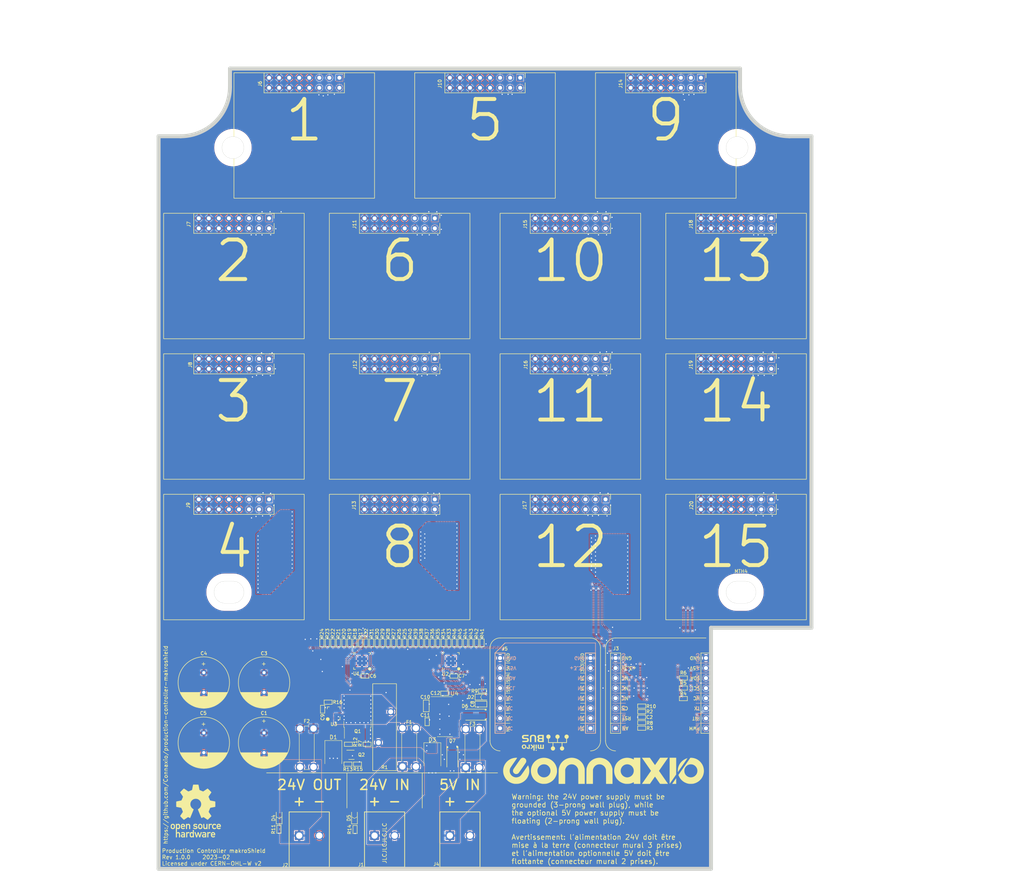
<source format=kicad_pcb>
(kicad_pcb (version 20211014) (generator pcbnew)
  (title_block (title "${title}") (date "${year}-${month}-${day}") (rev "${rev}") (company "${company}") (comment 1 "${author}"))
  (layers (0 "F.Cu" signal) (31 "B.Cu" signal) (35 "F.Paste" user) (36 "B.SilkS" user "B.Silkscreen") (37 "F.SilkS" user "F.Silkscreen") (38 "B.Mask" user) (39 "F.Mask" user) (44 "Edge.Cuts" user))
  (property "author" "Marc-Antoine Lalonde")
  (property "company" "Connaxio inc.")
  (property "day" "14")
  (property "month" "02")
  (property "rev" "1.0.0")
  (property "source" "https://github.com/Connaxio/production-controller-makroshield")
  (property "title" "Production Controller makroShield")
  (property "year" "2023")
  (net 0 "")
  (net 1 "+24VDC")
  (net 2 "GND")
  (net 3 "RST_MOT")
  (net 4 "+3.3V")
  (net 5 "+5V")
  (net 6 "Net-(C10-Pad1)")
  (net 7 "Net-(C11-Pad1)")
  (net 8 "Net-(F1-Pad1)")
  (net 9 "/INT_IO")
  (net 10 "/NTC_BYPASS")
  (net 11 "FAULT")
  (net 12 "/DRDY")
  (net 13 "/I2C_SCL")
  (net 14 "/I2C_SDA")
  (net 16 "CTRLA1")
  (net 17 "CTRLB1")
  (net 18 "Net-(D4-Pad2)")
  (net 19 "CTRLA2")
  (net 20 "CTRLB2")
  (net 21 "CTRLA3")
  (net 22 "CTRLB3")
  (net 24 "CTRLA4")
  (net 25 "CTRLB4")
  (net 27 "CTRLA5")
  (net 28 "CTRLB5")
  (net 30 "CTRLA6")
  (net 31 "CTRLB6")
  (net 33 "CTRLA7")
  (net 34 "CTRLB7")
  (net 36 "CTRLA8")
  (net 37 "CTRLB8")
  (net 39 "CTRLA9")
  (net 40 "CTRLB9")
  (net 42 "CTRLA10")
  (net 43 "CTRLB10")
  (net 45 "CTRLA11")
  (net 46 "CTRLB11")
  (net 48 "CTRLA12")
  (net 49 "CTRLB12")
  (net 51 "CTRLA13")
  (net 52 "CTRLB13")
  (net 54 "CTRLA14")
  (net 55 "CTRLB14")
  (net 57 "CTRLA15")
  (net 58 "CTRLB15")
  (net 61 "Net-(Q1-Pad1)")
  (net 62 "/RST_IO")
  (net 71 "Net-(F3-Pad1)")
  (net 73 "/CS+")
  (net 74 "Net-(D2-Pad1)")
  (net 75 "Net-(D3-Pad1)")
  (net 76 "Net-(D4-Pad1)")
  (net 77 "Net-(D5-Pad1)")
  (net 78 "Net-(D6-Pad2)")
  (net 79 "Net-(Q2-Pad2)")
  (net 80 "Net-(Q2-Pad6)")
  (net 81 "Net-(R16-Pad1)")
  (net 96 "Net-(J3-Pad3)")
  (net 97 "Net-(J3-Pad2)")
  (footprint "connaxio-capacitors:CAPAE_RAD_D12.5_H26.5_P5" (layer "F.Cu") (at 104.239 190.04 -90)
    (fp_text reference "C3")
    (fp_text value "CAP_AE_1MF_50V_TH_12.5MM")
  )
  (footprint "connaxio-mechanical:FID_1X3" (layer "F.Cu") (at 214.983 180.388)
    (fp_text reference "F5" hide)
    (fp_text value "FID_1X3")
  )
  (footprint "connaxio-connectors:CON_CONNAXIO_MOTOR_DRIVER" (layer "F.Cu") (at 223.619 158.29 -90)
    (fp_text reference "J20")
    (fp_text value "CON_CONNAXIO_MOTOR_DRIVER")
  )
  (footprint "connaxio-connectors:CON_CONNAXIO_MOTOR_DRIVER" (layer "F.Cu") (at 114.399 51.61 -90)
    (fp_text reference "J6")
    (fp_text value "CON_CONNAXIO_MOTOR_DRIVER")
  )
  (footprint "connaxio-resistors:RES_0402_1005M" (layer "F.Cu") (at 155.181 180.007 90)
    (fp_text reference "R44")
    (fp_text value "RES_12.4KΩ_1%_0402")
  )
  (footprint "connaxio-connectors:CON_CONNAXIO_MOTOR_DRIVER" (layer "F.Cu") (at 181.709 158.29 -90)
    (fp_text reference "J17")
    (fp_text value "CON_CONNAXIO_MOTOR_DRIVER")
  )
  (footprint "connaxio-resistors:RES_0402_1005M" (layer "F.Cu") (at 199.743 201.597 180)
    (fp_text reference "R3")
    (fp_text value "RES_12.4KΩ_1%_0402")
  )
  (footprint "connaxio-capacitors:CAP_CER_0603_1608M" (layer "F.Cu") (at 159.103 195.501 180)
    (fp_text reference "C8")
    (fp_text value "CAP_CER_22UF_10V_0603")
  )
  (footprint "connaxio-mechanical:FID_1X3" (layer "F.Cu") (at 96.619 210.36)
    (fp_text reference "F4" hide)
    (fp_text value "FID_1X3")
  )
  (footprint "connaxio-connectors:CON_CONNAXIO_MOTOR_DRIVER" (layer "F.Cu") (at 96.619 87.17 -90)
    (fp_text reference "J7")
    (fp_text value "CON_CONNAXIO_MOTOR_DRIVER")
  )
  (footprint "connaxio-resistors:RES_0402_1005M" (layer "F.Cu") (at 199.743 197.406 180)
    (fp_text reference "R2")
    (fp_text value "RES_12.4KΩ_1%_0402")
  )
  (footprint "connaxio-capacitors:CAPAE_RAD_D12.5_H26.5_P5" (layer "F.Cu") (at 88.999 205.28 -90)
    (fp_text reference "C5")
    (fp_text value "CAP_AE_1MF_50V_TH_12.5MM")
  )
  (footprint "connaxio-capacitors:CAP_CER_0402_1005M" (layer "F.Cu") (at 149.9082 192.7578 180)
    (fp_text reference "C12")
    (fp_text value "CAP_CER_100NF_25V_0402")
  )
  (footprint "connaxio-connectors:CON_TERM_BLK_1X2_TB008A-508-02BE" (layer "F.Cu") (at 115.669 228.775)
    (fp_text reference "J2")
    (fp_text value "CON_TERM_BLK_1X2_TB008A-508-02BE")
  )
  (footprint "connaxio-resistors:RES_0402_1005M" (layer "F.Cu") (at 146.799 180.007 90)
    (fp_text reference "R36")
    (fp_text value "RES_12.4KΩ_1%_0402")
  )
  (footprint "connaxio-diodes:LED_0603_1608M" (layer "F.Cu") (at 127.099 224.33 90)
    (fp_text reference "D5")
    (fp_text value "DIO_LED_GREEN_150060GS75000")
  )
  (footprint "connaxio-resistors:RES_0402_1005M" (layer "F.Cu") (at 125.844 180.007 90)
    (fp_text reference "R19")
    (fp_text value "RES_12.4KΩ_1%_0402")
  )
  (footprint "connaxio-resistors:RES_0402_1005M" (layer "F.Cu") (at 125.575 205.661 180)
    (fp_text reference "R12")
    (fp_text value "RES_12.4KΩ_1%_0402")
  )
  (footprint "connaxio-fp:QFN-24_4x4_P0.5_EP2.7X2.7" (layer "F.Cu") (at 129.004 184.579 180)
    (fp_text reference "U1")
    (fp_text value "IO_EXP_PI4IOE5V6416ZDEX")
  )
  (footprint "connaxio-resistors:RES_0402_1005M" (layer "F.Cu") (at 156.578 180.007 90)
    (fp_text reference "R43")
    (fp_text value "RES_12.4KΩ_1%_0402")
  )
  (footprint "connaxio-capacitors:CAPAE_RAD_D12.5_H26.5_P5" (layer "F.Cu") (at 88.999 190.04 -90)
    (fp_text reference "C4")
    (fp_text value "CAP_AE_1MF_50V_TH_12.5MM")
  )
  (footprint "connaxio-resistors:RES_0402_1005M" (layer "F.Cu") (at 139.814 180.007 90)
    (fp_text reference "R25")
    (fp_text value "RES_12.4KΩ_1%_0402")
  )
  (footprint "connaxio-resistors:RES_0402_1005M" (layer "F.Cu") (at 149.593 180.007 90)
    (fp_text reference "R34")
    (fp_text value "RES_12.4KΩ_1%_0402")
  )
  (footprint "connaxio-resistors:RES_0402_1005M" (layer "F.Cu") (at 199.743 200.2 180)
    (fp_text reference "R8")
    (fp_text value "RES_226Ω_1%_0402")
  )
  (footprint "connaxio-resistors:RES_0402_1005M" (layer "F.Cu") (at 137.02 180.007 90)
    (fp_text reference "R27")
    (fp_text value "RES_12.4KΩ_1%_0402")
  )
  (footprint "connaxio-resistors:RES_0402_1005M" (layer "F.Cu") (at 138.417 180.007 90)
    (fp_text reference "R26")
    (fp_text value "RES_12.4KΩ_1%_0402")
  )
  (footprint "connaxio-capacitors:CAP_CER_0402_1005M" (layer "F.Cu") (at 129.766 188.389)
    (fp_text reference "C6")
    (fp_text value "CAP_CER_100NF_25V_0402")
  )
  (footprint "connaxio-diodes:DO-124AA_SMB" (layer "F.Cu") (at 146.8094 209.0055 -90)
    (fp_text reference "D3")
    (fp_text value "DIO_TVS_24V_UNI_SMB")
  )
  (footprint "LOGO" (layer "F.Cu") (at 190.091 212.392)
    (fp_text reference "G***" hide)
    (fp_text value "LOGO" hide)
  )
  (footprint "connaxio-connectors:CON_CONNAXIO_MOTOR_DRIVER" (layer "F.Cu") (at 96.619 158.29 -90)
    (fp_text reference "J9")
    (fp_text value "CON_CONNAXIO_MOTOR_DRIVER")
  )
  (footprint "connaxio-resistors:RES_0402_1005M" (layer "F.Cu") (at 159.372 180.007 90)
    (fp_text reference "R41")
    (fp_text value "RES_12.4KΩ_1%_0402")
  )
  (footprint "connaxio-resistors:RES_0402_1005M" (layer "F.Cu") (at 123.035 180.007 90)
    (fp_text reference "R21")
    (fp_text value "RES_12.4KΩ_1%_0402")
  )
  (footprint "connaxio-resistors:RV_DISC_D22_W6_P7.8" (layer "F.Cu") (at 134.719 201.343 90)
    (fp_text reference "R1")
    (fp_text value "NTC_SL22 2R018")
  )
  (footprint "connaxio-connectors:FUS_BLADE_MINI_3588-1" (layer "F.Cu") (at 156.944 206.677 90)
    (fp_text reference "F3")
    (fp_text value "FUS_BLADE_MINI_3588-1")
  )
  (footprint "connaxio-connectors:CON_CONNAXIO_MOTOR_DRIVER" (layer "F.Cu") (at 138.529 87.17 -90)
    (fp_text reference "J11")
    (fp_text value "CON_CONNAXIO_MOTOR_DRIVER")
  )
  (footprint "connaxio-resistors:RES_0402_1005M" (layer "F.Cu") (at 152.387 180.007 90)
    (fp_text reference "R46")
    (fp_text value "RES_12.4KΩ_1%_0402")
  )
  (footprint "connaxio-resistors:RES_0402_1005M" (layer "F.Cu") (at 159.484 192.199)
    (fp_text reference "R9")
    (fp_text value "RES_1.00KΩ_1%_0402")
  )
  (footprint "connaxio-connectors:CON_CONNAXIO_MOTOR_DRIVER" (layer "F.Cu") (at 223.619 87.17 -90)
    (fp_text reference "J18")
    (fp_text value "CON_CONNAXIO_MOTOR_DRIVER")
  )
  (footprint "connaxio-resistors:RES_0402_1005M" (layer "F.Cu") (at 125.448 210.6882 180)
    (fp_text reference "R13")
    (fp_text value "RES_12.4KΩ_1%_0402")
  )
  (footprint "connaxio-resistors:RES_0402_1005M" (layer "F.Cu") (at 135.623 180.007 90)
    (fp_text reference "R28")
    (fp_text value "RES_12.4KΩ_1%_0402")
  )
  (footprint "connaxio-resistors:RES_0402_1005M" (layer "F.Cu") (at 128.638 180.007 90)
    (fp_text reference "R17")
    (fp_text value "RES_12.4KΩ_1%_0402")
  )
  (footprint "connaxio-resistors:RES_0402_1005M" (layer "F.Cu") (at 134.226 180.007 90)
    (fp_text reference "R29")
    (fp_text value "RES_12.4KΩ_1%_0402")
  )
  (footprint "connaxio-connectors:CON_TERM_BLK_1X2_TB008A-508-02BE" (layer "F.Cu") (at 153.769 228.775)
    (fp_text reference "J4")
    (fp_text value "CON_TERM_BLK_1X2_TB008A-508-02BE")
  )
  (footprint "connaxio-sop:SOIC-16_3.9X9.9_P1.27" (layer "F.Cu") (at 149.959 198.676)
    (fp_text reference "U4")
    (fp_text value "ADC_NAU7802SGI")
  )
  (footprint "connaxio-resistors:RES_0402_1005M" (layer "F.Cu") (at 120.4442 195.0184)
    (fp_text reference "R16")
    (fp_text value "RES_5.10KΩ_1%_0402")
  )
  (footprint "connaxio-diodes:DO-124AA_SMB" (layer "F.Cu") (at 121.765 208.455 -90)
    (fp_text reference "D1")
    (fp_text value "DIO_TVS_24V_UNI_SMB")
  )
  (footprint "connaxio-connectors:CON_CONNAXIO_MOTOR_DRIVER" (layer "F.Cu") (at 181.709 122.73 -90)
    (fp_text reference "J16")
    (fp_text value "CON_CONNAXIO_MOTOR_DRIVER")
  )
  (footprint "connaxio-resistors:RES_0402_1005M" (layer "F.Cu") (at 199.743 196.009 180)
    (fp_text reference "R10")
    (fp_text value "RES_226Ω_1%_0402")
  )
  (footprint "connaxio-resistors:RES_0402_1005M" (layer "F.Cu") (at 144.005 180.007 90)
    (fp_text reference "R38")
    (fp_text value "RES_12.4KΩ_1%_0402")
  )
  (footprint "connaxio-resistors:RES_0402_1005M" (layer "F.Cu") (at 210.284 194.104)
    (fp_text reference "R4")
    (fp_text value "RES_12.4KΩ_1%_0402")
  )
  (footprint "connaxio-resistors:RES_0402_1005M" (layer "F.Cu") (at 210.284 191.437)
    (fp_text reference "R5")
    (fp_text value "RES_5.10KΩ_1%_0402")
  )
  (footprint "connaxio-connectors:CON_CONNAXIO_MOTOR_DRIVER" (layer "F.Cu") (at 223.619 122.73 -90)
    (fp_text reference "J19")
    (fp_text value "CON_CONNAXIO_MOTOR_DRIVER")
  )
  (footprint "connaxio-connectors:CON_CONNAXIO_MOTOR_DRIVER" (layer "F.Cu") (at 96.619 122.73 -90)
    (fp_text reference "J8")
    (fp_text value "CON_CONNAXIO_MOTOR_DRIVER")
  )
  (footprint "connaxio-connectors:CON_CONNAXIO_MOTOR_DRIVER" (layer "F.Cu") (at 181.709 87.17 -90)
    (fp_text reference "J15")
    (fp_text value "CON_CONNAXIO_MOTOR_DRIVER")
  )
  (footprint "connaxio-resistors:RES_0402_1005M" (layer "F.Cu") (at 150.99 180.007 90)
    (fp_text reference "R33")
    (fp_text value "RES_12.4KΩ_1%_0402")
  )
  (footprint "connaxio-resistors:RES_0402_1005M" (layer "F.Cu") (at 157.975 180.007 90)
    (fp_text reference "R42")
    (fp_text value "RES_12.4KΩ_1%_0402")
  )
  (footprint "connaxio-connectors:FUS_BLADE_MINI_3588-1" (layer "F.Cu") (at 115.034 206.55 -90)
    (fp_text reference "F2")
    (fp_text value "FUS_BLADE_MINI_3588-1")
  )
  (footprint "connaxio-connectors:CON_TERM_BLK_1X2_TB008A-508-02BE" (layer "F.Cu") (at 134.719 228.775)
    (fp_text reference "J1")
    (fp_text value "CON_TERM_BLK_1X2_TB008A-508-02BE")
  )
  (footprint "connaxio-resistors:RES_0402_1005M" (layer "F.Cu") (at 132.829 180.007 90)
    (fp_text reference "R30")
    (fp_text value "RES_12.4KΩ_1%_0402")
  )
  (footprint "connaxio-mechanical:MTH_SLOT_M5_2MM_NPTH" (layer "F.Cu") (at 224.869 167.18)
    (fp_text reference "MTH4")
    (fp_text value "MTH_SLOT_M5_2MM_NPTH")
    (fp_line (start -1 2.75) (end 1 2.75) (layer "Edge.Cuts") (width 0.12))
    (fp_line (start -1 -2.75) (end 1 -2.75) (layer "Edge.Cuts") (width 0.12))
    (fp_arc (start 1 -2.75) (mid 3.75 0) (end 1 2.75) (layer "Edge.Cuts") (width 0.12))
    (fp_arc (start -1 2.75) (mid -3.75 0) (end -1 -2.75) (layer "Edge.Cuts") (width 0.12))
  )
  (footprint "connaxio-connectors:CON_CONNAXIO_MOTOR_DRIVER" (layer "F.Cu") (at 138.529 158.29 -90)
    (fp_text reference "J13")
    (fp_text value "CON_CONNAXIO_MOTOR_DRIVER")
  )
  (footprint "connaxio-sop:TO-252-3" (layer "F.Cu") (at 127.861 198.8772)
    (fp_text reference "Q1")
    (fp_text value "TRX_PMOS_AOD4189")
  )
  (footprint "connaxio-resistors:RES_0402_1005M" (layer "F.Cu") (at 145.402 180.007 90)
    (fp_text reference "R37")
    (fp_text value "RES_12.4KΩ_1%_0402")
  )
  (footprint "connaxio-mechanical:MTH_M5_NPTH" (layer "F.Cu") (at 223.869 54.68)
    (fp_text reference "MTH2" hide)
    (fp_text value "MTH_M5_NPTH")
    (fp_circle (center 0 0) (end 2.75 0) (layer "Edge.Cuts") (width 0.12) (fill none))
  )
  (footprint "connaxio-resistors:RES_0402_1005M" (layer "F.Cu") (at 107.9982 227.1748 -90)
    (fp_text reference "R11")
    (fp_text value "RES_5.10KΩ_1%_0402")
  )
  (footprint "connaxio-diodes:LED_0603_1608M" (layer "F.Cu") (at 108.049 224.33 90)
    (fp_text reference "D4")
    (fp_text value "DIO_LED_GREEN_150060GS75000")
  )
  (footprint "connaxio-resistors:RES_0402_1005M" (layer "F.Cu") (at 121.653 180.007 90)
    (fp_text reference "R22")
    (fp_text value "RES_12.4KΩ_1%_0402")
  )
  (footprint "connaxio-capacitors:CAP_CER_0402_1005M" (layer "F.Cu") (at 152.245 188.389)
    (fp_text reference "C7")
    (fp_text value "CAP_CER_100NF_25V_0402")
  )
  (footprint "connaxio-connectors:FUS_BLADE_MINI_3588-1" (layer "F.Cu") (at 140.942 206.423 90)
    (fp_text reference "F1")
    (fp_text value "FUS_BLADE_MINI_3588-1")
  )
  (footprint "connaxio-resistors:RES_0402_1005M" (layer "F.Cu") (at 130.035 180.007 90)
    (fp_text reference "R32")
    (fp_text value "RES_12.4KΩ_1%_0402")
  )
  (footprint "connaxio-connectors:CON_HDR_MIKROBUS_SOCKET_TH" (layer "F.Cu") (at 175.359 192.7324 180)
    (fp_text reference "J5")
    (fp_text value "CON_HDR_MIKROBUS_SOCKET_TH")
  )
  (footprint "connaxio-fp:QFN-12_CUR_SEN_ACS7" (layer "F.Cu") (at 121.8412 197.8124 90)
    (fp_text reference "U3")
    (fp_text value "SUN_CUR_ACS711KEXLT-31AB-T")
  )
  (footprint "connaxio-capacitors:CAP_CER_0603_1608M" (layer "F.Cu") (at 145.26 195.9582 90)
    (fp_text reference "C10")
    (fp_text value "CAP_CER_22UF_10V_0603")
  )
  (footprint "connaxio-diodes:DO-214AC_SMA" (layer "F.Cu") (at 151.864 208.836 -90)
    (fp_text reference "D7")
    (fp_text value "DIO_TVS_5V_UNI_SMA")
  )
  (footprint "connaxio-mechanical:MTH_M5_NPTH" (layer "F.Cu") (at 96.369 54.68)
    (fp_text reference "MTH1" hide)
    (fp_text value "MTH_M5_NPTH")
    (fp_circle (center 0 0) (end 2.75 0) (layer "Edge.Cuts") (width 0.12) (fill none))
  )
  (footprint "connaxio-connectors:CON_CONNAXIO_MOTOR_DRIVER" (layer "F.Cu") (at 160.119 51.61 -90)
    (fp_text reference "J10")
    (fp_text value "CON_CONNAXIO_MOTOR_DRIVER")
  )
  (footprint "connaxio-resistors:RES_0402_1005M" (layer "F.Cu") (at 131.432 180.007 90)
    (fp_text reference "R31")
    (fp_text value "RES_12.4KΩ_1%_0402")
  )
  (footprint "connaxio-resistors:RES_0402_1005M" (layer "F.Cu") (at 142.608 180.007 90)
    (fp_text reference "R39")
    (fp_text value "RES_12.4KΩ_1%_0402")
  )
  (footprint "connaxio-resistors:RES_0402_1005M" (layer "F.Cu") (at 141.211 180.007 90)
    (fp_text reference "R40")
    (fp_text value "RES_12.4KΩ_1%_0402")
  )
  (footprint "connaxio-diodes:DO-214AC_SMA" (layer "F.Cu") (at 157.833 198.168 180)
    (fp_text reference "D6")
    (fp_text value "DIO_SBD_100V_3A_SMA")
  )
  (footprint "connaxio-connectors:CON_CONNAXIO_MOTOR_DRIVER" (layer "F.Cu") (at 138.529 122.73 -90)
    (fp_text reference "J12")
    (fp_text value "CON_CONNAXIO_MOTOR_DRIVER")
  )
  (footprint "connaxio-resistors:RES_0402_1005M" (layer "F.Cu") (at 153.784 180.007 90)
    (fp_text reference "R45")
    (fp_text value "RES_12.4KΩ_1%_0402")
  )
  (footprint "connaxio-diodes:LED_0603_1608M" (layer "F.Cu") (at 159.103 193.723)
    (fp_text reference "D2")
    (fp_text value "DIO_LED_GREEN_150060GS75000")
  )
  (footprint "connaxio-resistors:RES_0402_1005M" (layer "F.Cu") (at 118.859 180.007 90)
    (fp_text reference "R24")
    (fp_text value "RES_12.4KΩ_1%_0402")
  )
  (footprint "connaxio-mechanical:FID_1X3" (layer "F.Cu") (at 96.619 184.96)
    (fp_text reference "F7" hide)
    (fp_text value "FID_1X3")
  )
  (footprint "connaxio-resistors:RES_0402_1005M" (layer "F.Cu") (at 120.256 180.007 90)
    (fp_text reference "R23")
    (fp_text value "RES_12.4KΩ_1%_0402")
  )
  (footprint "LOGO" (layer "F.Cu") (at 86.967 222.552)
    (fp_text reference "G***" hide)
    (fp_text value "LOGO" hide)
  )
  (footprint "connaxio-capacitors:CAP_CER_0402_1005M" (layer "F.Cu") (at 119.0472 196.7964 90)
    (fp_text reference "C9")
    (fp_text value "CAP_CER_100NF_25V_0402")
  )
  (footprint "connaxio-capacitors:CAP_CER_0402_1005M" (layer "F.Cu") (at 145.4886 199.9714 90)
    (fp_text reference "C11")
    (fp_text value "CAP_CER_100NF_25V_0402")
  )
  (footprint "connaxio-resistors:RES_0402_1005M" (layer "F.Cu") (at 127.861 210.6882)
    (fp_text reference "R15")
    (fp_text value "RES_12.4KΩ_1%_0402")
  )
  (footprint "connaxio-resistors:RES_0402_1005M" (layer "F.Cu") (at 148.196 180.007 90)
    (fp_text reference "R35")
    (fp_text value "RES_12.4KΩ_1%_0402")
  )
  (footprint "connaxio-capacitors:CAPAE_RAD_D12.5_H26.5_P5" (layer "F.Cu") (at 104.239 205.28 -90)
    (fp_text reference "C1")
    (fp_text value "CAP_AE_1MF_50V_TH_12.5MM")
  )
  (footprint "connaxio-mechanical:MTH_SLOT_M5_2MM_NPTH" (layer "F.Cu") (at 95.369 167.18)
    (fp_text reference "MTH3" hide)
    (fp_text value "MTH_SLOT_M5_2MM_NPTH")
    (fp_line (start -1 2.75) (end 1 2.75) (layer "Edge.Cuts") (width 0.12))
    (fp_line (start -1 -2.75) (end 1 -2.75) (layer "Edge.Cuts") (width 0.12))
    (fp_arc (start 1 -2.75) (mid 3.75 0) (end 1 2.75) (layer "Edge.Cuts") (width 0.12))
    (fp_arc (start -1 2.75) (mid -3.75 0) (end -1 -2.75) (layer "Edge.Cuts") (width 0.12))
  )
  (footprint "connaxio-mechanical:FID_1X3" (layer "F.Cu") (at 214.983 206.296)
    (fp_text reference "F6" hide)
    (fp_text value "FID_1X3")
  )
  (footprint "connaxio-connectors:CON_CONNAXIO_MOTOR_DRIVER" (layer "F.Cu") (at 205.839 51.61 -90)
    (fp_text reference "J14")
    (fp_text value "CON_CONNAXIO_MOTOR_DRIVER")
  )
  (footprint "connaxio-capacitors:CAP_CER_0402_1005M" (layer "F.Cu") (at 199.743 198.803 180)
    (fp_text reference "C2")
    (fp_text value "CAP_CER_100NF_25V_0402")
  )
  (footprint "connaxio-resistors:RES_0402_1005M" (layer "F.Cu") (at 127.226 180.007 90)
    (fp_text reference "R18")
    (fp_text value "RES_12.4KΩ_1%_0402")
  )
  (footprint "connaxio-resistors:RES_0402_1005M" (layer "F.Cu") (at 127.2514 227.2256 -90)
    (fp_text reference "R14")
    (fp_text value "RES_5.10KΩ_1%_0402")
  )
  (footprint "connaxio-resistors:RES_0402_1005M" (layer "F.Cu") (at 124.447 180.007 90)
    (fp_text reference "R20")
    (fp_text value "RES_12.4KΩ_1%_0402")
  )
  (footprint "connaxio-fp:QFN-24_4x4_P0.5_EP2.7X2.7" (layer "F.Cu") (at 151.483 184.579 180)
    (fp_text reference "U2")
    (fp_text value "IO_EXP_PI4IOE5V6416ZDEX")
  )
  (footprint "connaxio-sop:SOT-363_SC-70-6" (layer "F.Cu") (at 126.337 208.328)
    (fp_text reference "Q2")
    (fp_text value "TRX_2NPN_BC846S,115")
  )
  (footprint "connaxio-resistors:RES_0402_1005M" (layer "F.Cu") (at 130.2994 205.661 180)
    (fp_text reference "R7")
    (fp_text value "RES_12.4KΩ_1%_0402")
  )
  (footprint "connaxio-resistors:RES_0402_1005M" (layer "F.Cu") (at 210.292 188.897)
    (fp_text reference "R6")
    (fp_text value "RES_5.10KΩ_1%_0402")
  )
  (footprint "connaxio-connectors:CON_HDR_MIKROBUS_ADDON_TH" (layer "B.Cu") (at 204.569 192.7324)
    (fp_text reference "J3")
    (fp_text value "CON_HDR_MIKROBUS_ADDON_TH")
  )
  (gr_arc (start 186.789 178.7624) (mid 188.585051 179.506349) (end 189.329 181.3024) (layer "F.SilkS") (width 0.15))
  (gr_arc (start 161.389 181.3024) (mid 162.132949 179.506349) (end 163.929 178.7624) (layer "F.SilkS") (width 0.15))
  (gr_line (start 161.389 181.3024) (end 161.389 204.7974) (layer "F.SilkS") (width 0.15))
  (gr_line (start 190.599 181.3024) (end 190.599 204.7974) (layer "F.SilkS") (width 0.15))
  (gr_line locked (start 125.194 212.9) (end 125.194 221.79) (layer "F.SilkS") (width 0.15))
  (gr_line (start 193.139 178.7624) (end 215.999 178.7624) (layer "F.SilkS") (width 0.15))
  (gr_line locked (start 144.244 212.9) (end 144.244 221.79) (layer "F.SilkS") (width 0.15))
  (gr_line locked (start 163.294 212.9) (end 104.874 212.9) (layer "F.SilkS") (width 0.15))
  (gr_line (start 163.929 178.7624) (end 186.789 178.7624) (layer "F.SilkS") (width 0.15))
  (gr_line (start 189.329 181.3024) (end 189.329 204.7974) (layer "F.SilkS") (width 0.15))
  (gr_arc (start 190.599 181.3024) (mid 191.342949 179.506349) (end 193.139 178.7624) (layer "F.SilkS") (width 0.15))
  (gr_arc (start 163.929 207.3374) (mid 162.132949 206.593451) (end 161.389 204.7974) (layer "F.SilkS") (width 0.15))
  (gr_arc (start 189.329 204.7974) (mid 188.585051 206.593451) (end 186.789 207.3374) (layer "F.SilkS") (width 0.15))
  (gr_arc (start 193.139 207.3374) (mid 191.342949 206.593451) (end 190.599 204.7974) (layer "F.SilkS") (width 0.15))
  (gr_line locked (start 95.619 34.68) (end 95.619 39.305) (layer "Edge.Cuts") (width 1))
  (gr_line locked (start 217.269 176.18) (end 217.269 237.1824) (layer "Edge.Cuts") (width 1))
  (gr_line locked (start 77.569 237.1824) (end 217.269 237.1824) (layer "Edge.Cuts") (width 1))
  (gr_line locked (start 77.569 51.805) (end 77.569 237.1824) (layer "Edge.Cuts") (width 1))
  (gr_line locked (start 242.669 51.805) (end 242.669 176.18) (layer "Edge.Cuts") (width 1))
  (gr_line locked (start 242.669 176.18) (end 217.269 176.18) (layer "Edge.Cuts") (width 1))
  (gr_line locked (start 224.619 34.68) (end 224.619 39.305) (layer "Edge.Cuts") (width 1))
  (gr_line locked (start 95.619 34.68) (end 224.619 34.68) (layer "Edge.Cuts") (width 1))
  (gr_line locked (start 237.119 51.805) (end 242.669 51.805) (layer "Edge.Cuts") (width 1))
  (gr_line locked (start 77.569 51.805) (end 83.119 51.805) (layer "Edge.Cuts") (width 1))
  (gr_arc locked (start 95.619 39.305) (mid 91.957835 48.143835) (end 83.119 51.805) (layer "Edge.Cuts") (width 1))
  (gr_arc locked (start 237.119 51.805) (mid 228.280165 48.143835) (end 224.619 39.305) (layer "Edge.Cuts") (width 1))
  (gr_text "14\n" (at 223.619 118.92) (layer "F.SilkS") (effects (font (size 10 10) (thickness 1))))
  (gr_text "24V IN\n+ -" (at 134.719 217.98) (layer "F.SilkS") (effects (font (size 2.54 2.54) (thickness 0.381))))
  (gr_text "1" (at 114.399 47.8) (layer "F.SilkS") (effects (font (size 10 10) (thickness 1))))
  (gr_text "Warning: the 24V power supply must be \ngrounded (3-prong wall plug), while \nthe optional 5V power supply must be \nfloating (2-prong wall plug).\n\nAvertissement: l'alimentation 24V doit être \nmise à la terre (connecteur mural 3 prises) \net l'alimentation optionnelle 5V doit être \nflottante (connecteur mural 2 prises)." (at 166.723 227.124) (layer "F.SilkS") (effects (font (size 1.27 1.27) (thickness 0.1778)) (justify left)))
  (gr_text "5" (at 160.119 47.8) (layer "F.SilkS") (effects (font (size 10 10) (thickness 1))))
  (gr_text "24V OUT\n+ -" (at 115.669 217.98) (layer "F.SilkS") (effects (font (size 2.54 2.54) (thickness 0.381))))
  (gr_text "11" (at 181.709 118.92) (layer "F.SilkS") (effects (font (size 10 10) (thickness 1))))
  (gr_text "4" (at 96.619 155.75) (layer "F.SilkS") (effects (font (size 10 10) (thickness 1))))
  (gr_text "9" (at 205.839 47.8) (layer "F.SilkS") (effects (font (size 10 10) (thickness 1))))
  (gr_text "13" (at 223.619 83.36) (layer "F.SilkS") (effects (font (size 10 10) (thickness 1))))
  (gr_text "6" (at 138.529 83.36) (layer "F.SilkS") (effects (font (size 10 10) (thickness 1))))
  (gr_text "2" (at 96.619 83.36) (layer "F.SilkS") (effects (font (size 10 10) (thickness 1))))
  (gr_text "JLCJLCJLCJLC" (at 134.719 230.68 90) (layer "F.SilkS") (effects (font (size 1 1))))
  (gr_text "10" (at 181.709 83.36) (layer "F.SilkS") (effects (font (size 10 10) (thickness 1))))
  (gr_text "5V IN\n+ -" (at 153.769 217.98) (layer "F.SilkS") (effects (font (size 2.54 2.54) (thickness 0.381))))
  (gr_text "15" (at 223.619 155.75) (layer "F.SilkS") (effects (font (size 10 10) (thickness 1))))
  (gr_text "${title}\nRev ${rev}    ${year}-${month}\nLicensed under CERN-OHL-W v2" (at 78.331 234.236) (layer "F.SilkS") (effects (font (size 1 1)) (justify left)))
  (gr_text "8" (at 138.529 155.75) (layer "F.SilkS") (effects (font (size 10 10) (thickness 1))))
  (gr_text "7" (at 138.529 118.92) (layer "F.SilkS") (effects (font (size 10 10) (thickness 1))))
  (gr_text "${source}" (at 79.347 205.788 90) (layer "F.SilkS") (effects (font (size 1 1))))
  (gr_text "3" (at 96.619 118.92) (layer "F.SilkS") (effects (font (size 10 10) (thickness 1))))
  (gr_text "12" (at 181.709 155.75) (layer "F.SilkS") (effects (font (size 10 10) (thickness 1))))
  (segment (start 125.575 223.5934) (end 127.1876 223.5934) (width 0.1524) (layer "F.Cu") (net 1))
  (segment (start 124.2308 208.6208) (end 121.765 206.155) (width 0.1524) (layer "F.Cu") (net 1))
  (segment (start 125.575 223.5934) (end 124.2308 222.2492) (width 0.1524) (layer "F.Cu") (net 1))
  (segment (start 124.2308 222.2492) (end 124.2308 208.6208) (width 0.1524) (layer "F.Cu") (net 1))
  (via (at 196.187 167.18) (size 0.56) (drill 0.3) (layers "F.Cu" "B.Cu") (net 1))
  (via (at 143.863 156.004) (size 0.56) (drill 0.3) (layers "F.Cu" "B.Cu") (net 1))
  (via (at 102.715 163.116) (size 0.56) (drill 0.3) (layers "F.Cu" "B.Cu") (net 1))
  (via (at 188.059 161.084) (size 0.56) (drill 0.3) (layers "F.Cu" "B.Cu") (net 1))
  (via (at 111.351 154.988) (size 0.56) (drill 0.3) (layers "F.Cu" "B.Cu") (net 1))
  (via (at 188.059 163.116) (size 0.56) (drill 0.3) (layers "F.Cu" "B.Cu") (net 1))
  (via (at 196.187 153.972) (size 0.56) (drill 0.3) (layers "F.Cu" "B.Cu") (net 1))
  (via (at 187.043 158.544) (size 0.56) (drill 0.3) (layers "F.Cu" "B.Cu") (net 1))
  (via (at 188.059 154.988) (size 0.56) (drill 0.3) (layers "F.Cu" "B.Cu") (net 1))
  (via (at 102.715 165.148) (size 0.56) (drill 0.3) (layers "F.Cu" "B.Cu") (net 1))
  (via (at 102.715 166.164) (size 0.56) (drill 0.3) (layers "F.Cu" "B.Cu") (net 1))
  (via (at 143.863 157.02) (size 0.56) (drill 0.3) (layers "F.Cu" "B.Cu") (net 1))
  (via (at 153.007 164.132) (size 0.56) (drill 0.3) (layers "F.Cu" "B.Cu") (net 1))
  (via (at 187.043 155.496) (size 0.56) (drill 0.3) (layers "F.Cu" "B.Cu") (net 1))
  (via (at 153.007 156.004) (size 0.56) (drill 0.3) (layers "F.Cu" "B.Cu") (net 1))
  (via (at 111.351 158.036) (size 0.56) (drill 0.3) (layers "F.Cu" "B.Cu") (net 1))
  (via (at 102.715 159.052) (size 0.56) (drill 0.3) (layers "F.Cu" "B.Cu") (net 1))
  (via (at 153.007 159.052) (size 0.56) (drill 0.3) (layers "F.Cu" "B.Cu") (net 1))
  (via (at 111.351 149.908) (size 0.56) (drill 0.3) (layers "F.Cu" "B.Cu") (net 1))
  (via (at 102.715 156.004) (size 0.56) (drill 0.3) (layers "F.Cu" "B.Cu") (net 1))
  (via (at 102.715 158.036) (size 0.56) (drill 0.3) (layers "F.Cu" "B.Cu") (net 1))
  (via (at 153.007 154.988) (size 0.56) (drill 0.3) (layers "F.Cu" "B.Cu") (net 1))
  (via (at 196.187 159.052) (size 0.56) (drill 0.3) (layers "F.Cu" "B.Cu") (net 1))
  (via (at 196.187 161.084) (size 0.56) (drill 0.3) (layers "F.Cu" "B.Cu") (net 1))
  (via (at 111.351 159.052) (size 0.56) (drill 0.3) (layers "F.Cu" "B.Cu") (net 1))
  (via (at 144.879 156.512) (size 0.56) (drill 0.3) (layers "F.Cu" "B.Cu") (net 1))
  (via (at 102.715 161.084) (size 0.56) (drill 0.3) (layers "F.Cu" "B.Cu") (net 1))
  (via (at 187.043 161.592) (size 0.56) (drill 0.3) (layers "F.Cu" "B.Cu") (net 1))
  (via (at 102.715 167.18) (size 0.56) (drill 0.3) (layers "F.Cu" "B.Cu") (net 1))
  (via (at 144.879 153.464) (size 0.56) (drill 0.3) (layers "F.Cu" "B.Cu") (net 1))
  (via (at 196.187 154.988) (size 0.56) (drill 0.3) (layers "F.Cu" "B.Cu") (net 1))
  (via (at 111.351 150.924) (size 0.56) (drill 0.3) (layers "F.Cu" "B.Cu") (net 1))
  (via (at 144.879 155.496) (size 0.56) (drill 0.3) (layers "F.Cu" "B.Cu") (net 1))
  (via (at 143.863 159.052) (size 0.56) (drill 0.3) (layers "F.Cu" "B.Cu") (net 1))
  (via (at 153.007 163.116) (size 0.56) (drill 0.3) (layers "F.Cu" "B.Cu") (net 1))
  (via (at 143.863 153.972) (size 0.56) (drill 0.3) (layers "F.Cu" "B.Cu") (net 1))
  (via (at 196.187 163.116) (size 0.56) (drill 0.3) (layers "F.Cu" "B.Cu") (net 1))
  (via (at 153.007 150.924) (size 0.56) (drill 0.3) (layers "F.Cu" "B.Cu") (net 1))
  (via (at 188.059 162.1) (size 0.56) (drill 0.3) (layers "F.Cu" "B.Cu") (net 1))
  (via (at 144.879 152.448) (size 0.56) (drill 0.3) (layers "F.Cu" "B.Cu") (net 1))
  (via (at 111.351 157.02) (size 0.56) (drill 0.3) (layers "F.Cu" "B.Cu") (net 1))
  (via (at 153.007 153.972) (size 0.56) (drill 0.3) (layers "F.Cu" "B.Cu") (net 1))
  (via (at 102.715 164.132) (size 0.56) (drill 0.3) (layers "F.Cu" "B.Cu") (net 1))
  (via (at 153.007 165.148) (size 0.56) (drill 0.3) (layers "F.Cu" "B.Cu") (net 1))
  (via (at 187.043 159.56) (size 0.56) (drill 0.3) (layers "F.Cu" "B.Cu") (net 1))
  (via (at 196.187 156.004) (size 0.56) (drill 0.3) (layers "F.Cu" "B.Cu") (net 1))
  (via (at 111.351 161.084) (size 0.56) (drill 0.3) (layers "F.Cu" "B.Cu") (net 1))
  (via (at 153.007 166.164) (size 0.56) (drill 0.3) (layers "F.Cu" "B.Cu") (net 1))
  (via (at 111.351 156.004) (size 0.56) (drill 0.3) (layers "F.Cu" "B.Cu") (net 1))
  (via (at 187.043 154.48) (size 0.56) (drill 0.3) (layers "F.Cu" "B.Cu") (net 1))
  (via (at 188.059 157.02) (size 0.56) (drill 0.3) (layers "F.Cu" "B.Cu") (net 1))
  (via (at 143.863 158.036) (size 0.56) (drill 0.3) (layers "F.Cu" "B.Cu") (net 1))
  (via (at 196.187 162.1) (size 0.56) (drill 0.3) (layers "F.Cu" "B.Cu") (net 1))
  (via (at 153.007 152.956) (size 0.56) (drill 0.3) (layers "F.Cu" "B.Cu") (net 1))
  (via (at 102.715 160.068) (size 0.56) (drill 0.3) (layers "F.Cu" "B.Cu") (net 1))
  (via (at 196.187 165.148) (size 0.56) (drill 0.3) (layers "F.Cu" "B.Cu") (net 1))
  (via (at 187.043 153.464) (size 0.56) (drill 0.3) (layers "F.Cu" "B.Cu") (net 1))
  (via (at 111.351 147.876) (size 0.56) (drill 0.3) (layers "F.Cu" "B.Cu") (net 1))
  (via (at 188.059 160.068) (size 0.56) (drill 0.3) (layers "F.Cu" "B.Cu") (net 1))
  (via (at 196.187 166.164) (size 0.56) (drill 0.3) (layers "F.Cu" "B.Cu") (net 1))
  (via (at 111.351 152.956) (size 0.56) (drill 0.3) (layers "F.Cu" "B.Cu") (net 1))
  (via (at 102.715 152.956) (size 0.56) (drill 0.3) (layers "F.Cu" "B.Cu") (net 1))
  (via (at 188.059 156.004) (size 0.56) (drill 0.3) (layers "F.Cu" "B.Cu") (net 1))
  (via (at 143.863 151.94) (size 0.56) (drill 0.3) (layers "F.Cu" "B.Cu") (net 1))
  (via (at 144.879 157.528) (size 0.56) (drill 0.3) (layers "F.Cu" "B.Cu") (net 1))
  (via (at 153.007 149.908) (size 0.56) (drill 0.3) (layers "F.Cu" "B.Cu") (net 1))
  (via (at 196.187 157.02) (size 0.56) (drill 0.3) (layers "F.Cu" "B.Cu") (net 1))
  (via (at 102.715 162.1) (size 0.56) (drill 0.3) (layers "F.Cu" "B.Cu") (net 1))
  (via (at 187.043 160.576) (size 0.56) (drill 0.3) (layers "F.Cu" "B.Cu") (net 1))
  (via (at 111.351 153.972) (size 0.56) (drill 0.3) (layers "F.Cu" "B.Cu") (net 1))
  (via (at 153.007 158.036) (size 0.56) (drill 0.3) (layers "F.Cu" "B.Cu") (net 1))
  (via (at 102.715 153.972) (size 0.56) (drill 0.3) (layers "F.Cu" "B.Cu") (net 1))
  (via (at 188.059 158.036) (size 0.56) (drill 0.3) (layers "F.Cu" "B.Cu") (net 1))
  (via (at 196.187 164.132) (size 0.56) (drill 0.3) (layers "F.Cu" "B.Cu") (net 1))
  (via (at 111.351 148.892) (size 0.56) (drill 0.3) (layers "F.Cu" "B.Cu") (net 1))
  (via (at 111.351 160.068) (size 0.56) (drill 0.3) (layers "F.Cu" "B.Cu") (net 1))
  (via (at 153.007 151.94) (size 0.56) (drill 0.3) (layers "F.Cu" "B.Cu") (net 1))
  (via (at 196.187 158.036) (size 0.56) (drill 0.3) (layers "F.Cu" "B.Cu") (net 1))
  (via (at 196.187 152.956) (size 0.56) (drill 0.3) (layers "F.Cu" "B.Cu") (net 1))
  (via (at 102.715 157.02) (size 0.56) (drill 0.3) (layers "F.Cu" "B.Cu") (net 1))
  (via (at 187.043 156.512) (size 0.56) (drill 0.3) (layers "F.Cu" "B.Cu") (net 1))
  (via (at 196.187 160.068) (size 0.56) (drill 0.3) (layers "F.Cu" "B.Cu") (net 1))
  (via (at 111.351 151.94) (size 0.56) (drill 0.3) (layers "F.Cu" "B.Cu") (net 1))
  (via (at 153.007 162.1) (size 0.56) (drill 0.3) (layers "F.Cu" "B.Cu") (net 1))
  (via (at 144.879 154.48) (size 0.56) (drill 0.3) (layers "F.Cu" "B.Cu") (net 1))
  (via (at 102.715 154.988) (size 0.56) (drill 0.3) (layers "F.Cu" "B.Cu") (net 1))
  (via (at 143.863 152.956) (size 0.56) (drill 0.3) (layers "F.Cu" "B.Cu") (net 1))
  (via (at 144.879 158.544) (size 0.56) (drill 0.3) (layers "F.Cu" "B.Cu") (net 1))
  (via (at 187.043 157.528) (size 0.56) (drill 0.3) (layers "F.Cu" "B.Cu") (net 1))
  (via (at 188.059 153.972) (size 0.56) (drill 0.3) (layers "F.Cu" "B.Cu") (net 1))
  (via (at 153.007 157.02) (size 0.56) (drill 0.3) (layers "F.Cu" "B.Cu") (net 1))
  (via (at 153.007 160.068) (size 0.56) (drill 0.3) (layers "F.Cu" "B.Cu") (net 1))
  (via (at 188.059 152.956) (size 0.56) (drill 0.3) (layers "F.Cu" "B.Cu") (net 1))
  (via (at 111.351 146.86) (size 0.56) (drill 0.3) (layers "F.Cu" "B.Cu") (net 1))
  (via (at 153.007 161.084) (size 0.56) (drill 0.3) (layers "F.Cu" "B.Cu") (net 1))
  (via (at 188.059 159.052) (size 0.56) (drill 0.3) (layers "F.Cu" "B.Cu") (net 1))
  (via (at 143.863 154.988) (size 0.56) (drill 0.3) (layers "F.Cu" "B.Cu") (net 1))
  (segment (start 145.895 212.9) (end 145.895 212.2199) (width 0.1524) (layer "F.Cu") (net 2))
  (segment (start 128.369 210.106) (end 128.369 210.6802) (width 0.1524) (layer "F.Cu") (net 2))
  (segment (start 107.992 227.681) (end 107.9982 227.6748) (width 0.1524) (layer "F.Cu") (net 2))
  (segment (start 151.733 182.529) (end 151.733 183.279) (width 0.1524) (layer "F.Cu") (net 2))
  (segment (start 128.369 210.6802) (end 128.361 210.6882) (width 0.1524) (layer "F.Cu") (net 2))
  (segment (start 126.987 208.978) (end 126.591 208.582) (width 0.1524) (layer "F.Cu") (net 2))
  (segment (start 129.254 182.529) (end 129.254 183.279) (width 0.1524) (layer "F.Cu") (net 2))
  (segment (start 152.245 212.392) (end 152.245 211.217) (width 0.1524) (layer "F.Cu") (net 2))
  (segment (start 146.784 212.9) (end 146.8094 212.9254) (width 0.1524) (layer "F.Cu") (net 2))
  (segment (start 127.287 208.328) (end 126.845 208.328) (width 0.1524) (layer "F.Cu") (net 2))
  (segment (start 145.4886 199.4914) (end 146.0956 199.4914) (width 0.1524) (layer "F.Cu") (net 2))
  (segment (start 145.895 212.2199) (end 146.8094 211.3055) (width 0.1524) (layer "F.Cu") (net 2))
  (segment (start 147.673 212.9) (end 147.673 212.1691) (width 0.1524) (layer "F.Cu") (net 2))
  (segment (start 126.195 208.978) (end 126.591 208.582) (width 0.1524) (layer "F.Cu") (net 2))
  (segment (start 119.0472 196.3164) (end 119.6594 196.3164) (width 0.1524) (layer "F.Cu") (net 2))
  (segment (start 127.287 208.978) (end 126.987 208.978) (width 0.1524) (layer "F.Cu") (net 2))
  (segment (start 127.2514 227.7256) (end 127.2514 228.2416) (width 0.1524) (layer "F.Cu") (net 2))
  (segment (start 107.992 228.1908) (end 107.992 227.681) (width 0.1524) (layer "F.Cu") (net 2))
  (segment (start 147.673 212.1691) (end 146.8094 211.3055) (width 0.1524) (layer "F.Cu") (net 2))
  (segment (start 151.733 183.279) (end 151.483 183.529) (width 0.1524) (layer "F.Cu") (net 2))
  (segment (start 145.5778 195.501) (end 145.26 195.1832) (width 0.1524) (layer "F.Cu") (net 2))
  (segment (start 125.387 207.678) (end 125.687 207.678) (width 0.1524) (layer "F.Cu") (net 2))
  (segment (start 123.2912 197.5624) (end 123.9534 197.5624) (width 0.1524) (layer "F.Cu") (net 2))
  (segment (start 126.845 208.328) (end 126.591 208.582) (width 0.1524) (layer "F.Cu") (net 2))
  (segment (start 122.781 209.739) (end 121.765 210.755) (width 0.1524) (layer "F.Cu") (net 2))
  (segment (start 147.3036 199.4914) (end 147.484 199.311) (width 0.1524) (layer "F.Cu") (net 2))
  (segment (start 120.876 209.217) (end 120.876 209.866) (width 0.1524) (layer "F.Cu") (net 2))
  (segment (start 125.687 207.678) (end 126.591 208.582) (width 0.1524) (layer "F.Cu") (net 2))
  (segment (start 151.356 211.344) (end 151.864 210.836) (width 0.1524) (layer "F.Cu") (net 2))
  (segment (start 147.484 195.501) (end 145.5778 195.501) (width 0.1524) (layer "F.Cu") (net 2))
  (segment (start 119.6594 196.3164) (end 119.733 196.39) (width 0.1524) (layer "F.Cu") (net 2))
  (segment (start 146.0956 199.4914) (end 147.3036 199.4914) (width 0.1524) (layer "F.Cu") (net 2))
  (segment (start 122.781 209.217) (end 122.781 209.739) (width 0.1524) (layer "F.Cu") (net 2))
  (segment (start 152.245 211.217) (end 151.864 210.836) (width 0.1524) (layer "F.Cu") (net 2))
  (segment (start 120.876 209.866) (end 121.765 210.755) (width 0.1524) (layer "F.Cu") (net 2))
  (segment (start 146.8094 212.8746) (end 146.8094 211.3055) (width 0.1524) (layer "F.Cu") (net 2))
  (segment (start 151.356 212.392) (end 151.356 211.344) (width 0.1524) (layer "F.Cu") (net 2))
  (segment (start 123.9534 197.5624) (end 124.051 197.66) (width 0.1524) (layer "F.Cu") (net 2))
  (segment (start 125.387 208.978) (end 126.195 208.978) (width 0.1524) (layer "F.Cu") (net 2))
  (segment (start 146.784 212.9) (end 146.8094 212.8746) (width 0.1524) (layer "F.Cu") (net 2))
  (segment (start 129.254 183.279) (end 129.004 183.529) (width 0.1524) (layer "F.Cu") (net 2))
  (segment (start 121.765 209.217) (end 121.765 210.755) (width 0.1524) (layer "F.Cu") (net 2))
  (via (at 144.244 76.756) (size 0.56) (drill 0.3) (layers "F.Cu" "B.Cu") (net 2))
  (via (at 107.1092 110.6396) (size 0.56) (drill 0.3) (layers "F.Cu" "B.Cu") (net 2))
  (via (at 122.781 209.217) (size 0.56) (drill 0.3) (layers "F.Cu" "B.Cu") (net 2))
  (via (at 150.975 178.7878) (size 0.56) (drill 0.3) (layers "F.Cu" "B.Cu") (net 2))
  (via (at 149.832 209.471) (size 0.56) (drill 0.3) (layers "F.Cu" "B.Cu") (net 2))
  (via (at 103.604 106.601) (size 0.56) (drill 0.3) (layers "F.Cu" "B.Cu") (net 2))
  (via (at 186.2437 76.629) (size 0.56) (drill 0.3) (layers "F.Cu" "B.Cu") (net 2))
  (via (at 188.186 166.672) (size 0.56) (drill 0.3) (layers "F.Cu" "B.Cu") (net 2))
  (via (at 229.207 112.316) (size 0.56) (drill 0.3) (layers "F.Cu" "B.Cu") (net 2))
  (via (at 155.1914 178.7878) (size 0.56) (drill 0.3) (layers "F.Cu" "B.Cu") (net 2))
  (via (at 125.8544 178.7878) (size 0.56) (drill 0.3) (layers "F.Cu" "B.Cu") (net 2))
  (via (at 148.4096 188.6684) (size 0.56) (drill 0.3) (layers "F.Cu" "B.Cu") (net 2))
  (via (at 147.8 147.749) (size 0.56) (drill 0.3) (layers "F.Cu" "B.Cu") (net 2))
  (via (at 151.0258 188.4144) (size 0.56) (drill 0.3) (layers "F.Cu" "B.Cu") (net 2))
  (via (at 189.238628 142.027111) (size 0.56) (drill 0.3) (layers "F.Cu" "B.Cu") (net 2))
  (via (at 195.044 184.96) (size 0.56) (drill 0.3) (layers "F.Cu" "B.Cu") (net 2))
  (via (at 234.16 146.225) (size 0.56) (drill 0.3) (layers "F.Cu" "B.Cu") (net 2))
  (via (at 139.799 178.8132) (size 0.56) (drill 0.3) (layers "F.Cu" "B.Cu") (net 2))
  (via (at 118.59 184.198) (size 0.56) (drill 0.3) (layers "F.Cu" "B.Cu") (net 2))
  (via (at 100.9995 76.750431) (size 0.56) (drill 0.3) (layers "F.Cu" "B.Cu") (net 2))
  (via (at 141.2214 178.7878) (size 0.56) (drill 0.3) (layers "F.Cu" "B.Cu") (net 2))
  (via (at 187.17 112.316) (size 0.56) (drill 0.3) (layers "F.Cu" "B.Cu") (net 2))
  (via (at 230.477 106.474) (size 0.56) (drill 0.3) (layers "F.Cu" "B.Cu") (net 2))
  (via (at 191.0816 182.5978) (size 0.56) (drill 0.3) (layers "F.Cu" "B.Cu") (net 2))
  (via (at 153.7944 178.7878) (size 0.56) (drill 0.3) (layers "F.Cu" "B.Cu") (net 2))
  (via (at 149.324 208.328) (size 0.56) (drill 0.3) (layers "F.Cu" "B.Cu") (net 2))
  (via (at 149.451 193.342) (size 0.56) (drill 0.3) (layers "F.Cu" "B.Cu") (net 2))
  (via (at 190.726 70.914) (size 0.56) (drill 0.3) (layers "F.Cu" "B.Cu") (net 2))
  (via (at 158.7474 190.548) (size 0.56) (drill 0.3) (layers "F.Cu" "B.Cu") (net 2))
  (via (at 149.2986 188.1096) (size 0.56) (drill 0.3) (layers "F.Cu" "B.Cu") (net 2))
  (via (at 120.876 209.217) (size 0.56) (drill 0.3) (layers "F.Cu" "B.Cu") (net 2))
  (via (at 151.229 203.121) (size 0.56) (drill 0.3) (layers "F.Cu" "B.Cu") (net 2))
  (via (at 155.293 188.135) (size 0.56) (drill 0.3) (layers "F.Cu" "B.Cu") (net 2))
  (via (at 102.334 112.316) (size 0.56) (drill 0.3) (layers "F.Cu" "B.Cu") (net 2))
  (via (at 190.853 112.316) (size 0.56) (drill 0.3) (layers "F.Cu" "B.Cu") (net 2))
  (via (at 233.017 142.034) (size 0.56) (drill 0.3) (layers "F.Cu" "B.Cu") (net 2))
  (via (at 148.562 142.161) (size 0.56) (drill 0.3) (layers "F.Cu" "B.Cu") (net 2))
  (via (at 101.064 148.384) (size 0.56) (drill 0.3) (layers "F.Cu" "B.Cu") (net 2))
  (via (at 189.964 191.437) (size 0.56) (drill 0.3) (layers "F.Cu" "B.Cu") (net 2))
  (via (at 146.022 195.501) (size 0.56) (drill 0.3) (layers "F.Cu" "B.Cu") (net 2))
  (via (at 146.784 212.9) (size 0.56) (drill 0.3) (layers "F.Cu" "B.Cu") (net 2))
  (via (at 123.035 178.7878) (size 0.56) (drill 0.3) (layers "F.Cu" "B.Cu") (net 2))
  (via (at 116.05 178.991) (size 0.56) (drill 0.3) (layers "F.Cu" "B.Cu") (net 2))
  (via (at 197.711 193.469) (size 0.56) (drill 0.3) (layers "F.Cu" "B.Cu") (net 2))
  (via (at 146.022 184.198) (size 0.56) (drill 0.3) (layers "F.Cu" "B.Cu") (net 2))
  (via (at 197.076 185.468) (size 0.56) (drill 0.3) (layers "F.Cu" "B.Cu") (net 2))
  (via (at 228.064 76.756) (size 0.56) (drill 0.3) (layers "F.Cu" "B.Cu") (net 2))
  (via (at 103.858 147.876) (size 0.56) (drill 0.3) (layers "F.Cu" "B.Cu") (net 2))
  (via (at 144.117 112.443) (size 0.56) (drill 0.3) (layers "F.Cu" "B.Cu") (net 2))
  (via (at 157.9854 178.7878) (size 0.56) (drill 0.3) (layers "F.Cu" "B.Cu") (net 2))
  (via (at 102.207 148.003) (size 0.56) (drill 0.3) (layers "F.Cu" "B.Cu") (net 2))
  (via (at 230.477 147.876) (size 0.56) (drill 0.3) (layers "F.Cu" "B.Cu") (net 2))
  (via (at 105.8392 112.3668) (size 0.56) (drill 0.3) (layers "F.Cu" "B.Cu") (net 2))
  (via (at 101.294179 112.720821) (size 0.56) (drill 0.3) (layers "F.Cu" "B.Cu") (net 2))
  (via (at 127.7587 187.9064) (size 0.56) (drill 0.3) (layers "F.Cu" "B.Cu") (net 2))
  (via (at 118.1075 41.323) (size 0.56) (drill 0.3) (layers "F.Cu" "B.Cu") (net 2))
  (via (at 155.2676 196.771) (size 0.56) (drill 0.3) (layers "F.Cu" "B.Cu") (net 2))
  (via (at 105.763 70.914) (size 0.56) (drill 0.3) (layers "F.Cu" "B.Cu") (net 2))
  (via (at 192.25 106.474) (size 0.56) (drill 0.3) (layers "F.Cu" "B.Cu") (net 2))
  (via (at 124.051 197.66) (size 0.56) (drill 0.3) (layers "F.Cu" "B.Cu") (net 2))
  (via (at 159.357 178.7878) (size 0.56) (drill 0.3) (layers "F.Cu" "B.Cu") (net 2))
  (via (at 158.341 196.263) (size 0.56) (drill 0.3) (layers "F.Cu" "B.Cu") (net 2))
  (via (at 186.916 166.672) (size 0.56) (drill 0.3) (layers "F.Cu" "B.Cu") (net 2))
  (via (at 194.79 193.469) (size 0.56) (drill 0.3) (layers "F.Cu" "B.Cu") (net 2))
  (via (at 121.765 209.217) (size 0.56) (drill 0.3) (layers "F.Cu" "B.Cu") (net 2))
  (via (at 114.653 179.118) (size 0.56) (drill 0.3) (layers "F.Cu" "B.Cu") (net 2))
  (via (at 137.005 178.7878) (size 0.56) (drill 0.3) (layers "F.Cu" "B.Cu") (net 2))
  (via (at 125.956 191.945) (size 0.56) (drill 0.3) (layers "F.Cu" "B.Cu") (net 2))
  (via (at 121.538321 178.709679) (size 0.56) (drill 0.3) (layers "F.Cu" "B.Cu") (net 2))
  (via (at 128.369 210.106) (size 0.56) (drill 0.3) (layers "F.Cu" "B.Cu") (net 2))
  (via (at 103.731 76.756) (size 0.56) (drill 0.3) (layers "F.Cu" "B.Cu") (net 2))
  (via (at 190.853 179.372) (size 0.56) (drill 0.3) (layers "F.Cu" "B.Cu") (net 2))
  (via (at 147.673 212.9) (size 0.56) (drill 0.3) (layers "F.Cu" "B.Cu") (net 2))
  (via (at 138.453179 178.788179) (size 0.56) (drill 0.3) (layers "F.Cu" "B.Cu") (net 2))
  (via (at 210.284 41.196) (size 0.56) (drill 0.3) (layers "F.Cu" "B.Cu") (net 2))
  (via (at 201.14 191.437) (size 0.56) (drill 0.3) (layers "F.Cu" "B.Cu") (net 2))
  (via (at 200.505 185.468) (size 0.56) (drill 0.3) (layers "F.Cu" "B.Cu") (net 2))
  (via (at 120.368 41.323) (size 0.56) (drill 0.3) (layers "F.Cu" "B.Cu") (net 2))
  (via (at 132.8648 178.7878) (size 0.56) (drill 0.3) (layers "F.Cu" "B.Cu") (net 2))
  (via (at 117.574 178.991) (size 0.56) (drill 0.3) (layers "F.Cu" "B.Cu") (net 2))
  (via (at 166.977 41.196) (size 0.56) (drill 0.3) (layers "F.Cu" "B.Cu") (net 2))
  (via (at 129.258 176.324) (size 0.56) (drill 0.3) (layers "F.Cu" "B.Cu") (net 2))
  (via (at 164.4625 41.196) (size 0.56) (drill 0.3) (layers "F.Cu" "B.Cu") (net 2))
  (via (at 227.937 112.316) (size 0.56) (drill 0.3) (layers "F.Cu" "B.Cu") (net 2))
  (via (at 234.16 143.812) (size 0.56) (drill 0.3) (layers "F.Cu" "B.Cu") (net 2))
  (via (at 116.558 182.039) (size 0.56) (drill 0.3) (layers "F.Cu" "B.Cu") (net 2))
  (via (at 188.313 177.848) (size 0.56) (drill 0.3) (layers "F.Cu" "B.Cu") (net 2))
  (via (at 126.5402 187.754) (size 0.56) (drill 0.3) (layers "F.Cu" "B.Cu") (net 2))
  (via (at 145.4124 178.7878) (size 0.56) (drill 0.3) (layers "F.Cu" "B.Cu") (net 2))
  (via (at 188.821 76.756) (size 0.56) (drill 0.3) (layers "F.Cu" "B.Cu") (net 2))
  (via (at 191.361 187.119) (size 0.56) (drill 0.3) (layers "F.Cu" "B.Cu") (net 2))
  (via (at 122.019 41.1706) (size 0.56) (drill 0.3) (layers "F.Cu" "B.Cu") (net 2))
  (via (at 165.707 191.31) (size 0.56) (drill 0.3) (layers "F.Cu" "B.Cu") (net 2))
  (via (at 124.051 186.0268) (size 0.56) (drill 0.3) (layers "F.Cu" "B.Cu") (net 2))
  (via (at 105.8392 147.8252) (size 0.56) (drill 0.3) (layers "F.Cu" "B.Cu") (net 2))
  (via (at 119.2131 41.577) (size 0.56) (drill 0.3) (layers "F.Cu" "B.Cu") (net 2))
  (via (at 129.893 177.213) (size 0.56) (drill 0.3) (layers "F.Cu" "B.Cu") (net 2))
  (via (at 106.7028 145.2344) (size 0.56) (drill 0.3) (layers "F.Cu" "B.Cu") (net 2))
  (via (at 197.838 191.437) (size 0.56) (drill 0.3) (layers "F.Cu" "B.Cu") (net 2))
  (via (at 149.07 75.359) (size 0.56) (drill 0.3) (layers "F.Cu" "B.Cu") (net 2))
  (via (at 148.562 145.209) (size 0.56) (drill 0.3) (layers "F.Cu" "B.Cu") (net 2))
  (via (at 228.699 147.749) (size 0.56) (drill 0.3) (layers "F.Cu" "B.Cu") (net 2))
  (via (at 147.8 183.182) (size 0.56) (drill 0.3) (layers "F.Cu" "B.Cu") (net 2))
  (via (at 188.567 70.914) (size 0.56) (drill 0.3) (layers "F.Cu" "B.Cu") (net 2))
  (via (at 142.593 178.7878) (size 0.56) (drill 0.3) (layers "F.Cu" "B.Cu") (net 2))
  (via (at 142.974 112.189) (size 0.56) (drill 0.3) (layers "F.Cu" "B.Cu") (net 2))
  (via (at 149.782779 190.1417) (size 0.56) (drill 0.3) (layers "F.Cu" "B.Cu") (net 2))
  (via (at 214.729 190.167) (size 0.56) (drill 0.3) (layers "F.Cu" "B.Cu") (net 2))
  (via (at 148.689 201.851) (size 0.56) (drill 0.3) (layers "F.Cu" "B.Cu") (net 2))
  (via (at 186.154 147.749) (size 0.56) (drill 0.3) (layers "F.Cu" "B.Cu") (net 2))
  (via (at 191.234 142.161) (size 0.56) (drill 0.3) (layers "F.Cu" "B.Cu") (net 2))
  (via (at 147.927 70.914) (size 0.56) (drill 0.3) (layers "F.Cu" "B.Cu") (net 2))
  (via (at 152.372 178.7878) (size 0.56) (drill 0.3) (layers "F.Cu" "B.Cu") (net 2))
  (via (at 120.268321 178.836679) (size 0.56) (drill 0.3) (layers "F.Cu" "B.Cu") (net 2))
  (via (at 234.414 107.871) (size 0.56) (drill 0.3) (layers "F.Cu" "B.Cu") (net 2))
  (via (at 127.226 178.7878) (size 0.56) (drill 0.3) (layers "F.Cu" "B.Cu") (net 2))
  (via (at 186.154 112.189) (size 0.56) (drill 0.3) (layers "F.Cu" "B.Cu") (net 2))
  (via (at 145.514 112.189) (size 0.56) (drill 0.3) (layers "F.Cu" "B.Cu") (net 2))
  (via (at 230.604 142.034) (size 0.56) (drill 0.3) (layers "F.Cu" "B.Cu") (net 2))
  (via (at 147.8 112.316) (size 0.56) (drill 0.3) (layers "F.Cu" "B.Cu") (net 2))
  (via (at 211.554 186.357) (size 0.56) (drill 0.3) (layers "F.Cu" "B.Cu") (net 2))
  (via (at 131.163 177.467) (size 0.56) (drill 0.3) (layers "F.Cu" "B.Cu") (net 2))
  (via (at 195.044 189.405) (size 0.56) (drill 0.3) (layers "F.Cu" "B.Cu") (net 2))
  (via (at 230.731 76.756) (size 0.56) (drill 0.3) (layers "F.Cu" "B.Cu") (net 2))
  (via (at 131.4678 178.7878) (size 0.56) (drill 0.3) (layers "F.Cu" "B.Cu") (net 2))
  (via (at 190.853 106.347) (size 0.56) (drill 0.3) (layers "F.Cu" "B.Cu") (net 2))
  (via (at 148.689 198.041) (size 0.56) (drill 0.3) (layers "F.Cu" "B.Cu") (net 2))
  (via (at 135.1 192.58) (size 0.56) (drill 0.3) (layers "F.Cu" "B.Cu") (net 2))
  (via (at 150.9242 195.5772) (size 0.56) (drill 0.3) (layers "F.Cu" "B.Cu") (net 2))
  (via (at 190.853 76.756) (size 0.56) (drill 0.3) (layers "F.Cu" "B.Cu") (net 2))
  (via (at 192.377 179.3467) (size 0.56) (drill 0.3) (layers "F.Cu" "B.Cu") (net 2))
  (via (at 107.992 228.1908) (size 0.56) (drill 0.3) (layers "F.Cu" "B.Cu") (net 2))
  (via (at 213.332 176.705) (size 0.56) (drill 0.3) (layers "F.Cu" "B.Cu") (net 2))
  (via (at 126.591 208.582) (size 0.56) (drill 0.3) (layers "F.Cu" "B.Cu") (net 2))
  (via (at 146.022 106.474) (size 0.56) (drill 0.3) (layers "F.Cu" "B.Cu") (net 2))
  (via (at 148.689 203.121) (size 0.56) (drill 0.3) (layers "F.Cu" "B.Cu") (net 2))
  (via (at 152.245 212.392) (size 0.56) (drill 0.3) (layers "F.Cu" "B.Cu") (net 2))
  (via (at 198.727 198.803) (size 0.56) (drill 0.3) (layers "F.Cu" "B.Cu") (net 2))
  (via (at 145.641 142.034) (size 0.56) (drill 0.3) (layers "F.Cu" "B.Cu") (net 2))
  (via (at 192.25 75.105) (size 0.56) (drill 0.3) (layers "F.Cu" "B.Cu") (net 2))
  (via (at 146.022 76.756) (size 0.56) (drill 0.3) (layers "F.Cu" "B.Cu") (net 2))
  (via (at 149.07 71.803) (size 0.56) (drill 0.3) (layers "F.Cu" "B.Cu") (net 2))
  (via (at 187.297 147.876) (size 0.56) (drill 0.3) (layers "F.Cu" "B.Cu") (net 2))
  (via (at 151.0258 198.549) (size 0.56) (drill 0.3) (layers "F.Cu" "B.Cu") (net 2))
  (via (at 192.25 72.311) (size 0.56) (drill 0.3) (layers "F.Cu" "B.Cu") (net 2))
  (via (at 103.985 142.034) (size 0.56) (drill 0.3) (layers "F.Cu" "B.Cu") (net 2))
  (via (at 230.731 112.316) (size 0.56) (drill 0.3) (layers "F.Cu" "B.Cu") (net 2))
  (via (at 105.9154 76.7306) (size 0.56) (drill 0.3) (layers "F.Cu" "B.Cu") (net 2))
  (via (at 201.013 188.77) (size 0.56) (drill 0.3) (layers "F.Cu" "B.Cu") (net 2))
  (via (at 190.98 147.876) (size 0.56) (drill 0.3) (layers "F.Cu" "B.Cu") (net 2))
  (via (at 192.377 176.07) (size 0.56) (drill 0.3) (layers "F.Cu" "B.Cu") (net 2))
  (via (at 234.269886 110.653451) (size 0.56) (drill 0.3) (layers "F.Cu" "B.Cu") (net 2))
  (via (at 106.271 106.601) (size 0.56) (drill 0.3) (layers "F.Cu" "B.Cu") (net 2))
  (via (at 118.844 178.7878) (size 0.56) (drill 0.3) (layers "F.Cu" "B.Cu") (net 2))
  (via (at 153.642 207.693) (size 0.56) (drill 0.3) (layers "F.Cu" "B.Cu") (net 2))
  (via (at 196.568 187.119) (size 0.56) (drill 0.3) (layers "F.Cu" "B.Cu") (net 2))
  (via (at 212.951 41.196) (size 0.56) (drill 0.3) (layers "F.Cu" "B.Cu") (net 2))
  (via (at 209.395 176.197) (size 0.56) (drill 0.3) (layers "F.Cu" "B.Cu") (net 2))
  (via (at 145.895 212.9) (size 0.56) (drill 0.3) (layers "F.Cu" "B.Cu") (net 2))
  (via (at 135.6334 178.7878) (size 0.56) (drill 0.3) (layers "F.Cu" "B.Cu") (net 2))
  (via (at 148.181 76.756) (size 0.56) (drill 0.3) (layers "F.Cu" "B.Cu") (net 2))
  (via (at 154.531 185.468) (size 0.56) (drill 0.3) (layers "F.Cu" "B.Cu") (net 2))
  (via (at 142.974 76.756) (size 0.56) (drill 0.3) (layers "F.Cu" "B.Cu") (net 2))
  (via (at 151.356 212.392) (size 0.56) (drill 0.3) (layers "F.Cu" "B.Cu") (net 2))
  (via (at 160.1952 190.3702) (size 0.56) (drill 0.3) (layers "F.Cu" "B.Cu") (net 2))
  (via (at 188.694 112.316) (size 0.56) (drill 0.3) (layers "F.Cu" "B.Cu") (net 2))
  (via (at 152.753 187.754) (size 0.56) (drill 0.3) (layers "F.Cu" "B.Cu") (net 2))
  (via (at 145.895 70.914) (size 0.56) (drill 0.3) (layers "F.Cu" "B.Cu") (net 2))
  (via (at 156.5884 178.7878) (size 0.56) (drill 0.3) (layers "F.Cu" "B.Cu") (net 2))
  (via (at 147.165 142.161) (size 0.56) (drill 0.3) (layers "F.Cu" "B.Cu") (net 2))
  (via (at 102.207 76.756) (size 0.56) (drill 0.3) (layers "F.Cu" "B.Cu") (net 2))
  (via (at 146.0956 199.4914) (size 0.56) (drill 0.3) (layers "F.Cu" "B.Cu") (net 2))
  (via (at 192.25 110.792) (size 0.56) (drill 0.3) (layers "F.Cu" "B.Cu") (net 2))
  (via (at 190.599 185.595) (size 0.56) (drill 0.3) (layers "F.Cu" "B.Cu") (net 2))
  (via (at 124.432 178.7878) (size 0.56) (drill 0.3) (layers "F.Cu" "B.Cu") (net 2))
  (via (at 195.425 191.437) (size 0.56) (drill 0.3) (layers "F.Cu" "B.Cu") (net 2))
  (via (at 232.763 147.876) (size 0.56) (drill 0.3) (layers "F.Cu" "B.Cu") (net 2))
  (via (at 154.658 208.328) (size 0.56) (drill 0.3) (layers "F.Cu" "B.Cu") (net 2))
  (via (at 160.5 192.199) (size 0.56) (drill 0.3) (layers "F.Cu" "B.Cu") (net 2))
  (via (at 107.2108 75.2066) (size 0.56) (drill 0.3) (layers "F.Cu" "B.Cu") (net 2))
  (via (at 154.4802 194.612) (size 0.56) (drill 0.3) (layers "F.Cu" "B.Cu") (net 2))
  (via (at 155.6486 194.104) (size 0.56) (drill 0.3) (layers "F.Cu" "B.Cu") (net 2))
  (via (at 232.763 76.756) (size 0.56) (drill 0.3) (layers "F.Cu" "B.Cu") (net 2))
  (via (at 156.309 190.548) (size 0.56) (drill 0.3) (layers "F.Cu" "B.Cu") (net 2))
  (via (at 105.89 142.161) (size 0.56) (drill 0.3) (layers "F.Cu" "B.Cu") (net 2))
  (via (at 126.083 189.913) (size 0.56) (drill 0.3) (layers "F.Cu" "B.Cu") (net 2))
  (via (at 149.578 178.7878) (size 0.56) (drill 0.3) (layers "F.Cu" "B.Cu") (net 2))
  (via (at 165.961 41.196) (size 0.56) (drill 0.3) (layers "F.Cu" "B.Cu") (net 2))
  (via (at 119.733 196.39) (size 0.56) (drill 0.3) (layers "F.Cu" "B.Cu") (net 2))
  (via (at 146.887179 178.713179) (size 0.56) (drill 0.3) (layers "F.Cu" "B.Cu") (net 2))
  (via (at 198.346 185.341) (size 0.56) (drill 0.3) (layers "F.Cu" "B.Cu") (net 2))
  (via (at 153.769 209.471) (size 0.56) (drill 0.3) (layers "F.Cu" "B.Cu") (net 2))
  (via (at 103.731 70.914) (size 0.56) (drill 0.3) (layers "F.Cu" "B.Cu") (net 2))
  (via (at 188.821 147.749) (size 0.56) (drill 0.3) (layers "F.Cu" "B.Cu") (net 2))
  (via (at 210.919 171.752) (size 0.56) (drill 0.3) (layers "F.Cu" "B.Cu") (net 2))
  (via (at 198.346 188.389) (size 0.56) (drill 0.3) (layers "F.Cu" "B.Cu") (net 2))
  (via (at 210.538 42.593) (size 0.56) (drill 0.3) (layers "F.Cu" "B.Cu") (net 2))
  (via (at 189.202 106.474) (size 0.56) (drill 0.3) (layers "F.Cu" "B.Cu") (net 2))
  (via (at 211.681 41.323) (size 0.56) (drill 0.3) (layers "F.Cu" "B.Cu") (net 2))
  (via (at 130.274 187.754) (size 0.56) (drill 0.3) (layers "F.Cu" "B.Cu") (net 2))
  (via (at 144.0154 178.7878) (size 0.56) (drill 0.3) (layers "F.Cu" "B.Cu") (net 2))
  (via (at 134.2618 178.7878) (size 0.56) (drill 0.3) (layers "F.Cu" "B.Cu") (net 2))
  (via (at 148.562 106.601) (size 0.56) (drill 0.3) (layers "F.Cu" "B.Cu") (net 2))
  (via (at 211.935 171.752) (size 0.56) (drill 0.3) (layers "F.Cu" "B.Cu") (net 2))
  (via (at 191.869 145.209) (size 0.56) (drill 0.3) (layers "F.Cu" "B.Cu") (net 2))
  (via (at 232.89 106.474) (size 0.56) (drill 0.3) (layers "F.Cu" "B.Cu") (net 2))
  (via (at 118.971 187.246) (size 0.56) (drill 0.3) (layers "F.Cu" "B.Cu") (net 2))
  (via (at 201.267 193.469) (size 0.56) (drill 0.3) (layers "F.Cu" "B.Cu") (net 2))
  (via (at 229.207 76.756) (size 0.56) (drill 0.3) (layers "F.Cu" "B.Cu") (net 2))
  (via (at 154.0484 187.1444) (size 0.56) (drill 0.3) (layers "F.Cu" "B.Cu") (net 2))
  (via (at 148.2064 178.7878) (size 0.56) (drill 0.3) (layers "F.Cu" "B.Cu") (net 2))
  (via (at 149.07 110.792) (size 0.56) (drill 0.3) (layers "F.Cu" "B.Cu") (net 2))
  (via (at 103.858 112.2652) (size 0.56) (drill 0.3) (layers "F.Cu" "B.Cu") (net 2))
  (via (at 148.689 199.311) (size 0.56) (drill 0.3) (layers "F.Cu" "B.Cu") (net 2))
  (via (at 108.557 70.914) (size 0.56) (drill 0.3) (layers "F.Cu" "B.Cu") (net 2))
  (via (at 127.2514 228.2416) (size 0.56) (drill 0.3) (layers "F.Cu" "B.Cu") (net 2))
  (via (at 160.373 180.261) (size 0.56) (drill 0.3) (layers "F.Cu" "B.Cu") (net 2))
  (via (at 140.561 181.658) (size 0.56) (drill 0.3) (layers "F.Cu" "B.Cu") (net 2))
  (via (at 232.89 112.316) (size 0.56) (drill 0.3) (layers "F.Cu" "B.Cu") (net 2))
  (segment (start 106.017 116.761) (end 106.017 140.812348) (width 0.1524) (layer "F.Cu") (net 3))
  (segment (start 119.2622 40.699148) (end 118.6148 41.346548) (width 0.1524) (layer "F.Cu") (net 3))
  (segment (start 118.6148 41.777148) (end 119.098 42.260348) (width 0.1524) (layer "F.Cu") (net 3))
  (segment (start 228.6364 74.264468) (end 228.6364 76.9474) (width 0.1524) (layer "F.Cu") (net 3))
  (segment (start 228.191 146.95245) (end 228.4822 146.66125) (width 0.1524) (layer "F.Cu") (net 3))
  (segment (start 200.223 198.803) (end 200.223 200.18) (width 0.1524) (layer "F.Cu") (net 3))
  (segment (start 144.879 72.565) (end 145.006 72.565) (width 0.1524) (layer "F.Cu") (net 3))
  (segment (start 187.551 166.164) (end 189.837 163.878) (width 0.1524) (layer "F.Cu") (net 3))
  (segment (start 143.4566 145.6916) (end 143.355 145.59) (width 0.1524) (layer "F.Cu") (net 3))
  (segment (start 164.691 54.404) (end 164.691 41.726705) (width 0.1524) (layer "F.Cu") (net 3))
  (segment (start 149.197 82.541566) (end 149.197 103.982348) (width 0.1524) (layer "F.Cu") (net 3))
  (segment (start 145.006 72.565) (end 147.1402 70.4308) (width 0.1524) (layer "F.Cu") (net 3))
  (segment (start 189.402148 106.9572) (end 192.377 103.982348) (width 0.1524) (layer "F.Cu") (net 3))
  (segment (start 194.409 182.039) (end 194.409 185.595) (width 0.1524) (layer "F.Cu") (net 3))
  (segment (start 145.8696 109.1156) (end 144.543818 109.1156) (width 0.1524) (layer "F.Cu") (net 3))
  (segment (start 165.0472 38.4268) (end 166.469 37.005) (width 0.1524) (layer "F.Cu") (net 3))
  (segment (start 199.743 196.771) (end 200.759 196.771) (width 0.1524) (layer "F.Cu") (net 3))
  (segment (start 150.721 191.691) (end 149.197 191.691) (width 0.1524) (layer "F.Cu") (net 3))
  (segment (start 119.098 56.436) (end 102.969 72.565) (width 0.1524) (layer "F.Cu") (net 3))
  (segment (start 155.42 189.024) (end 155.42 190.929) (width 0.1524) (layer "F.Cu") (net 3))
  (segment (start 126.464 191.056) (end 126.1465 190.7385) (width 0.1524) (layer "F.Cu") (net 3))
  (segment (start 188.059 143.685) (end 189.233689 142.510311) (width 0.1524) (layer "F.Cu") (net 3))
  (segment (start 147.038 189.532) (end 133.703 189.532) (width 0.1524) (layer "F.Cu") (net 3))
  (segment (start 103.144348 108.125) (end 102.969 108.125) (width 0.1524) (layer "F.Cu") (net 3))
  (segment (start 229.969 108.125) (end 228.572 109.522) (width 0.1524) (layer "F.Cu") (net 3))
  (segment (start 143.355 145.209) (end 144.879 143.685) (width 0.1524) (layer "F.Cu") (net 3))
  (segment (start 149.197 191.691) (end 147.038 189.532) (width 0.1524) (layer "F.Cu") (net 3))
  (segment (start 147.927 117.015) (end 147.927 140.637) (width 0.1524) (layer "F.Cu") (net 3))
  (segment (start 200.759 196.771) (end 201.013 196.517) (width 0.1524) (layer "F.Cu") (net 3))
  (segment (start 229.969 72.565) (end 229.969 72.931868) (width 0.1524) (layer "F.Cu") (net 3))
  (segment (start 186.7264 76.5664) (end 186.7264 73.8976) (width 0.1524) (layer "F.Cu") (net 3))
  (segment (start 165.0472 41.370505) (end 165.0472 38.4268) (width 0.1524) (layer "F.Cu") (net 3))
  (segment (start 101.4822 145.1718) (end 102.969 143.685) (width 0.1524) (layer "F.Cu") (net 3))
  (segment (start 197.965 189.405) (end 198.219 189.405) (width 0.1524) (layer "F.Cu") (net 3))
  (segment (start 133.703 189.532) (end 132.179 191.056) (width 0.1524) (layer "F.Cu") (net 3))
  (segment (start 210.8564 41.5126) (end 210.0548 42.3142) (width 0.1524) (layer "F.Cu") (net 3))
  (segment (start 101.4822 109.6118) (end 101.4822 112.2262) (width 0.1524) (layer "F.Cu") (net 3))
  (segment (start 211.427 171.244) (end 228.191 154.48) (width 0.1524) (layer "F.Cu") (net 3))
  (segment (start 186.662 112.57) (end 186.662 109.522) (width 0.1524) (layer "F.Cu") (net 3))
  (segment (start 126.1465 190.7385) (end 117.32 181.912) (width 0.1524) (layer "F.Cu") (net 3))
  (segment (start 210.8564 38.3376) (end 210.8564 41.5126) (width 0.1524) (layer "F.Cu") (net 3))
  (segment (start 119.2622 38.4918) (end 119.2622 40.699148) (width 0.1524) (layer "F.Cu") (net 3))
  (segment (start 145.054348 108.125) (end 144.879 108.125) (width 0.1524) (layer "F.Cu") (net 3))
  (segment (start 146.657 159.687) (end 146.657 151.178) (width 0.1524) (layer "F.Cu") (net 3))
  (segment (start 228.4822 145.78875) (end 228.191 145.49755) (width 0.1524) (layer "F.Cu") (net 3))
  (segment (start 190.2434 180.7182) (end 190.218 180.6928) (width 0.1524) (layer "F.Cu") (net 3))
  (segment (start 118.6148 41.346548) (end 118.6148 41.777148) (width 0.1524) (layer "F.Cu") (net 3))
  (segment (start 199.243 197.823) (end 200.223 198.803) (width 0.1524) (layer "F.Cu") (net 3))
  (segment (start 101.4822 148.0402) (end 101.4822 145.1718) (width 0.1524) (layer "F.Cu") (net 3))
  (segment (start 191.107 117.015) (end 186.662 112.57) (width 0.1524) (layer "F.Cu") (net 3))
  (segment (start 143.4566 147.9776) (end 143.4566 145.6916) (width 0.1524) (layer "F.Cu") (net 3))
  (segment (start 191.107 140.842087) (end 191.107 117.015) (width 0.1524) (layer "F.Cu") (net 3))
  (segment (start 228.572 112.57) (end 238.859 122.857) (width 0.1524) (layer "F.Cu") (net 3))
  (segment (start 186.662 145.082) (end 188.059 143.685) (width 0.1524) (layer "F.Cu") (net 3))
  (segment (start 240.129 88.44) (end 240.129 97.965) (width 0.1524) (layer "F.Cu") (net 3))
  (segment (start 101.4822 74.0518) (end 101.4822 76.7932) (width 0.1524) (layer "F.Cu") (net 3))
  (segment (start 189.438776 142.510311) (end 191.107 140.842087) (width 0.1524) (layer "F.Cu") (net 3))
  (segment (start 143.5464 110.113018) (end 143.5464 112.6344) (width 0.1524) (layer "F.Cu") (net 3))
  (segment (start 198.981 190.929) (end 198.981 191.945) (width 0.1524) (layer "F.Cu") (net 3))
  (segment (start 192.377 82.217) (end 186.7264 76.5664) (width 0.1524) (layer "F.Cu") (net 3))
  (segment (start 186.662 109.522) (end 188.059 108.125) (width 0.1524) (layer "F.Cu") (net 3))
  (segment (start 144.879 108.125) (end 145.8696 109.1156) (width 0.1524) (layer "F.Cu") (net 3))
  (segment (start 228.4822 146.66125) (end 228.4822 145.78875) (width 0.1524) (layer "F.Cu") (net 3))
  (segment (start 228.6364 76.9474) (end 240.129 88.44) (width 0.1524) (layer "F.Cu") (net 3))
  (segment (start 210.538 50.086) (end 188.059 72.565) (width 0.1524) (layer "F.Cu") (net 3))
  (segment (start 228.572 109.522) (end 228.572 112.57) (width 0.1524) (layer "F.Cu") (net 3))
  (segment (start 210.0548 42.793148) (end 210.538 43.276348) (width 0.1524) (layer "F.Cu") (net 3))
  (segment (start 143.5464 112.6344) (end 147.927 117.015) (width 0.1524) (layer "F.Cu") (net 3))
  (segment (start 117.32 181.912) (end 117.32 181.023) (width 0.1524) (layer "F.Cu") (net 3))
  (segment (start 104.747 168.45) (end 104.747 151.305) (width 0.1524) (layer "F.Cu") (net 3))
  (segment (start 240.129 97.965) (end 229.969 108.125) (width 0.1524) (layer "F.Cu") (net 3))
  (segment (start 190.218 180.6928) (end 163.7512 180.6928) (width 0.1524) (layer "F.Cu") (net 3))
  (segment (start 190.2434 180.7182) (end 193.0882 180.7182) (width 0.1524) (layer "F.Cu") (net 3))
  (segment (start 146.657 151.178) (end 143.4566 147.9776) (width 0.1524) (layer "F.Cu") (net 3))
  (segment (start 199.243 197.406) (end 199.243 197.823) (width 0.1524) (layer "F.Cu") (net 3))
  (segment (start 228.191 154.48) (end 228.191 146.95245) (width 0.1524) (layer "F.Cu") (net 3))
  (segment (start 132.179 191.056) (end 126.464 191.056) (width 0.1524) (layer "F.Cu") (net 3))
  (segment (start 238.859 134.795) (end 229.969 143.685) (width 0.1524) (layer "F.Cu") (net 3))
  (segment (start 143.5464 74.010468) (end 143.5464 76.890966) (width 0.1524) (layer "F.Cu") (net 3))
  (segment (start 186.7264 73.8976) (end 188.059 72.565) (width 0.1524) (layer "F.Cu") (net 3))
  (segment (start 210.0548 42.3142) (end 210.0548 42.793148) (width 0.1524) (layer "F.Cu") (net 3))
  (segment (start 106.017 140.812348) (end 103.144348 143.685) (width 0.1524) (layer "F.Cu") (net 3))
  (segment (start 149.197 103.982348) (end 145.054348 108.125) (width 0.1524) (layer "F.Cu") (net 3))
  (segment (start 228.191 145.463) (end 229.969 143.685) (width 0.1524) (layer "F.Cu") (net 3))
  (segment (start 147.927 140.637) (end 144.879 143.685) (width 0.1524) (layer "F.Cu") (net 3))
  (segment (start 186.662 148.13) (end 186.662 145.082) (width 0.1524) (layer "F.Cu") (net 3))
  (segment (start 164.691 41.726705) (end 165.0472 41.370505) (width 0.1524) (layer "F.Cu") (net 3))
  (segment (start 189.837 151.305) (end 186.662 148.13) (width 0.1524) (layer "F.Cu") (net 3))
  (segment (start 228.191 145.49755) (end 228.191 145.463) (width 0.1524) (layer "F.Cu") (net 3))
  (segment (start 197.584 186.23) (end 197.711 186.357) (width 0.1524) (layer "F.Cu") (net 3))
  (segment (start 143.5464 76.890966) (end 149.197 82.541566) (width 0.1524) (layer "F.Cu") (net 3))
  (segment (start 104.747 151.305) (end 101.4822 148.0402) (width 0.1524) (layer "F.Cu") (net 3))
  (segment (start 193.0882 180.7182) (end 194.409 182.039) (width 0.1524) (layer "F.Cu") (net 3))
  (segment (start 163.7512 180.6928) (end 155.42 189.024) (width 0.1524) (layer "F.Cu") (net 3))
  (segment (start 147.1402 70.4308) (end 148.6642 70.4308) (width 0.1524) (layer "F.Cu") (net 3))
  (segment (start 101.4822 76.7932) (end 107.16 82.471) (width 0.1524) (layer "F.Cu") (net 3))
  (segment (start 143.355 145.59) (end 143.355 145.209) (width 0.1524) (layer "F.Cu") (net 3))
  (segment (start 189.233689 142.510311) (end 189.438776 142.510311) (width 0.1524) (layer "F.Cu") (net 3))
  (segment (start 148.6642 70.4308) (end 164.691 54.404) (width 0.1524) (layer "F.Cu") (net 3))
  (segment (start 101.4822 112.2262) (end 106.017 116.761) (width 0.1524) (layer "F.Cu") (net 3))
  (segment (start 199.243 197.271) (end 199.743 196.771) (width 0.1524) (layer "F.Cu") (net 3))
  (segment (start 102.969 108.125) (end 101.4822 109.6118) (width 0.1524) (layer "F.Cu") (net 3))
  (segment (start 201.013 196.517) (end 201.013 194.358) (width 0.1524) (layer "F.Cu") (net 3))
  (segment (start 210.538 43.276348) (end 210.538 50.086) (width 0.1524) (layer "F.Cu") (net 3))
  (segment (start 197.711 186.357) (end 210.411 186.357) (width 0.1524) (layer "F.Cu") (net 3))
  (segment (start 194.409 185.595) (end 195.679 186.865) (width 0.1524) (layer "F.Cu") (net 3))
  (segment (start 197.203 188.643) (end 197.965 189.405) (width 0.1524) (layer "F.Cu") (net 3))
  (segment (start 120.749 37.005) (end 119.2622 38.4918) (width 0.1524) (layer "F.Cu") (net 3))
  (segment (start 144.879 72.677868) (end 143.5464 74.010468) (width 0.1524) (layer "F.Cu") (net 3))
  (segment (start 188.059 108.125) (end 189.2268 106.9572) (width 0.1524) (layer "F.Cu") (net 3))
  (segment (start 229.969 72.931868) (end 228.6364 74.264468) (width 0.1524) (layer "F.Cu") (net 3))
  (segment (start 238.859 122.857) (end 238.859 134.795) (width 0.1524) (layer "F.Cu") (net 3))
  (segment (start 129.131 178.229) (end 129.131 177.213) (width 0.1524) (layer "F.Cu") (net 3))
  (segment (start 103.144348 143.685) (end 102.969 143.685) (width 0.1524) (layer "F.Cu") (net 3))
  (segment (start 107.16 82.471) (end 107.16 104.109348) (width 0.1524) (layer "F.Cu") (net 3))
  (segment (start 144.543818 109.1156) (end 143.5464 110.113018) (width 0.1524) (layer "F.Cu") (net 3))
  (segment (start 107.16 104.109348) (end 103.144348 108.125) (width 0.1524) (layer "F.Cu") (net 3))
  (segment (start 210.411 186.357) (end 211.427 185.341) (width 0.1524) (layer "F.Cu") (net 3))
  (segment (start 144.879 72.565) (end 144.879 72.677868) (width 0.1524) (layer "F.Cu") (net 3))
  (segment (start 129.131 177.213) (end 146.657 159.687) (width 0.1524) (layer "F.Cu") (net 3))
  (segment (start 212.189 37.005) (end 210.8564 38.3376) (width 0.1524) (layer "F.Cu") (net 3))
  (segment (start 200.223 200.18) (end 200.243 200.2) (width 0.1524) (layer "F.Cu") (net 3))
  (segment (start 102.969 72.565) (end 101.4822 74.0518) (width 0.1524) (layer "F.Cu") (net 3))
  (segment (start 189.837 163.878) (end 189.837 151.305) (width 0.1524) (layer "F.Cu") (net 3))
  (segment (start 189.2268 106.9572) (end 189.402148 106.9572) (width 0.1524) (layer "F.Cu") (net 3))
  (segment (start 211.427 185.341) (end 211.427 176.959) (width 0.1524) (layer "F.Cu") (net 3))
  (segment (start 199.243 197.406) (end 199.243 197.271) (width 0.1524) (layer "F.Cu") (net 3))
  (segment (start 119.098 42.260348) (end 119.098 56.436) (width 0.1524) (layer "F.Cu") (net 3))
  (segment (start 117.32 181.023) (end 104.747 168.45) (width 0.1524) (layer "F.Cu") (net 3))
  (segment (start 187.551 166.217013) (end 187.551 166.164) (width 0.1524) (layer "F.Cu") (net 3))
  (segment (start 192.377 103.982348) (end 192.377 82.217) (width 0.1524) (layer "F.Cu") (net 3))
  (via (at 198.981 191.945) (size 0.56) (drill 0.3) (layers "F.Cu" "B.Cu") (net 3))
  (via (at 155.42 190.929) (size 0.56) (drill 0.3) (layers "F.Cu" "B.Cu") (net 3))
  (via (at 201.013 194.358) (size 0.56) (drill 0.3) (layers "F.Cu" "B.Cu") (net 3))
  (via (at 198.981 190.929) (size 0.56) (drill 0.3) (layers "F.Cu" "B.Cu") (net 3))
  (via (at 198.219 189.405) (size 0.56) (drill 0.3) (layers "F.Cu" "B.Cu") (net 3))
  (via (at 197.203 188.643) (size 0.56) (drill 0.3) (layers "F.Cu" "B.Cu") (net 3))
  (via (at 190.2434 180.7182) (size 0.56) (drill 0.3) (layers "F.Cu" "B.Cu") (net 3))
  (via (at 187.551 166.217013) (size 0.56) (drill 0.3) (layers "F.Cu" "B.Cu") (net 3))
  (via (at 211.427 176.959) (size 0.56) (drill 0.3) (layers "F.Cu" "B.Cu") (net 3))
  (via (at 126.1465 190.7385) (size 0.56) (drill 0.3) (layers "F.Cu" "B.Cu") (net 3))
  (via (at 197.584 186.23) (size 0.56) (drill 0.3) (layers "F.Cu" "B.Cu") (net 3))
  (via (at 211.427 171.244) (size 0.56) (drill 0.3) (layers "F.Cu" "B.Cu") (net 3))
  (via (at 129.131 178.229) (size 0.56) (drill 0.3) (layers "F.Cu" "B.Cu") (net 3))
  (via (at 150.721 191.691) (size 0.56) (drill 0.3) (layers "F.Cu" "B.Cu") (net 3))
  (via (at 195.679 186.865) (size 0.56) (drill 0.3) (layers "F.Cu" "B.Cu") (net 3))
  (segment (start 126.1465 190.7385) (end 126.1211 190.7385) (width 0.1524) (layer "B.Cu") (net 3))
  (segment (start 198.981 191.945) (end 198.981 193.469) (width 0.1524) (layer "B.Cu") (net 3))
  (segment (start 211.427 171.244) (end 211.427 176.959) (width 0.1524) (layer "B.Cu") (net 3))
  (segment (start 198.981 193.469) (end 199.87 194.358) (width 0.1524) (layer "B.Cu") (net 3))
  (segment (start 196.314 186.23) (end 195.679 186.865) (width 0.1524) (layer "B.Cu") (net 3))
  (segment (start 197.584 186.23) (end 196.314 186.23) (width 0.1524) (layer "B.Cu") (net 3))
  (segment (start 155.42 190.929) (end 154.658 191.691) (width 0.1524) (layer "B.Cu") (net 3))
  (segment (start 125.0162 183.9948) (end 126.591 182.42) (width 0.1524) (layer "B.Cu") (net 3))
  (segment (start 195.679 187.119) (end 195.679 186.865) (width 0.1524) (layer "B.Cu") (net 3))
  (segment (start 199.87 194.358) (end 201.013 194.358) (width 0.1524) (layer "B.Cu") (net 3))
  (segment (start 190.2434 180.7182) (end 187.551 178.0258) (width 0.1524) (layer "B.Cu") (net 3))
  (segment (start 154.658 191.691) (end 150.721 191.691) (width 0.1524) (layer "B.Cu") (net 3))
  (segment (start 125.0162 189.6336) (end 125.0162 183.9948) (width 0.1524) (layer "B.Cu") (net 3))
  (segment (start 126.591 182.42) (end 126.591 180.769) (width 0.1524) (layer "B.Cu") (net 3))
  (segment (start 197.203 188.643) (end 195.679 187.119) (width 0.1524) (layer "B.Cu") (net 3))
  (segment (start 198.981 190.929) (end 198.981 190.167) (width 0.1524) (layer "B.Cu") (net 3))
  (segment (start 198.981 190.167) (end 198.219 189.405) (width 0.1524) (layer "B.Cu") (net 3))
  (segment (start 126.1211 190.7385) (end 125.0162 189.6336) (width 0.1524) (layer "B.Cu") (net 3))
  (segment (start 126.591 180.769) (end 129.131 178.229) (width 0.1524) (layer "B.Cu") (net 3))
  (segment (start 187.551 178.0258) (end 187.551 166.217013) (width 0.1524) (layer "B.Cu") (net 3))
  (segment (start 141.211 180.507) (end 141.211 181.023) (width 0.2) (layer "F.Cu") (net 4))
  (segment (start 153.784 180.507) (end 155.181 180.507) (width 0.254) (layer "F.Cu") (net 4))
  (segment (start 137.02 180.507) (end 137.02 181.023) (width 0.2) (layer "F.Cu") (net 4))
  (segment (start 186.789 71.803) (end 186.789 73.073) (width 0.254) (layer "F.Cu") (net 4))
  (segment (start 129.286 188.389) (end 129.754 187.921) (width 0.1524) (layer "F.Cu") (net 4))
  (segment (start 100.429 109.776) (end 100.429 110.665) (width 0.254) (layer "F.Cu") (net 4))
  (segment (start 150.975 192.707) (end 150.439 192.707) (width 0.1524) (layer "F.Cu") (net 4))
  (segment (start 185.519 77.518) (end 191.615 83.614) (width 0.254) (layer "F.Cu") (net 4))
  (segment (start 190.345 117.523) (end 190.345 139.837708) (width 0.254) (layer "F.Cu") (net 4))
  (segment (start 201.394 197.406) (end 200.243 197.406) (width 0.1524) (layer "F.Cu") (net 4))
  (segment (start 118.209 196.771) (end 118.7144 197.2764) (width 0.254) (layer "F.Cu") (net 4))
  (segment (start 139.814 180.507) (end 139.814 181.023) (width 0.2) (layer "F.Cu") (net 4))
  (segment (start 150.3882 193.121807) (end 149.279007 194.231) (width 0.2) (layer "F.Cu") (net 4))
  (segment (start 145.895 151.813) (end 145.895 158.798) (width 0.254) (layer "F.Cu") (net 4))
  (segment (start 209.538 188.643) (end 209.649 188.754) (width 0.1524) (layer "F.Cu") (net 4))
  (segment (start 151.765 188.389) (end 151.737 188.389) (width 0.1524) (layer "F.Cu") (net 4))
  (segment (start 129.385 180.007) (end 129.885 180.507) (width 0.254) (layer "F.Cu") (net 4))
  (segment (start 100.886292 144.789) (end 100.849 144.789) (width 0.254) (layer "F.Cu") (net 4))
  (segment (start 185.519 112.697) (end 190.345 117.523) (width 0.254) (layer "F.Cu") (net 4))
  (segment (start 143.609 144.32) (end 142.339 145.59) (width 0.254) (layer "F.Cu") (net 4))
  (segment (start 228.699 143.05) (end 228.699 144.193) (width 0.254) (layer "F.Cu") (net 4))
  (segment (start 227.429 146.225) (end 227.429 153.972) (width 0.254) (layer "F.Cu") (net 4))
  (segment (start 191.615 83.614) (end 191.615 102.537) (width 0.254) (layer "F.Cu") (net 4))
  (segment (start 157.975 180.507) (end 157.975 181.023) (width 0.2) (layer "F.Cu") (net 4))
  (segment (start 106.398 83.614) (end 106.398 102.664) (width 0.254) (layer "F.Cu") (net 4))
  (segment (start 148.196 180.507) (end 148.196 181.023) (width 0.2) (layer "F.Cu") (net 4))
  (segment (start 132.829 180.507) (end 132.829 181.023) (width 0.2) (layer "F.Cu") (net 4))
  (segment (start 186.789 108.633) (end 185.519 109.903) (width 0.254) (layer "F.Cu") (net 4))
  (segment (start 204.696 194.104) (end 201.394 197.406) (width 0.1524) (layer "F.Cu") (net 4))
  (segment (start 149.279007 194.231) (end 147.484 194.231) (width 0.2) (layer "F.Cu") (net 4))
  (segment (start 228.572 108.76) (end 227.429 109.903) (width 0.254) (layer "F.Cu") (net 4))
  (segment (start 143.609 72.273708) (end 143.609 73.073) (width 0.254) (layer "F.Cu") (net 4))
  (segment (start 191.742 184.9854) (end 193.139 186.3824) (width 0.254) (layer "F.Cu") (net 4))
  (segment (start 129.286 188.389) (end 128.754 187.857) (width 0.1524) (layer "F.Cu") (net 4))
  (segment (start 118.463 43.101) (end 118.463 55.293) (width 0.254) (layer "F.Cu") (net 4))
  (segment (start 185.519 75.105) (end 185.519 77.518) (width 0.254) (layer "F.Cu") (net 4))
  (segment (start 128.369 176.324) (end 128.369 178.356) (width 0.254) (layer "F.Cu") (net 4))
  (segment (start 238.097 133.652) (end 228.699 143.05) (width 0.254) (layer "F.Cu") (net 4))
  (segment (start 163.167 176.705) (end 159.372 180.5) (width 0.2) (layer "F.Cu") (net 4))
  (segment (start 142.339 148.257) (end 145.895 151.813) (width 0.254) (layer "F.Cu") (net 4))
  (segment (start 187.297 165.148) (end 188.948 163.497) (width 0.254) (layer "F.Cu") (net 4))
  (segment (start 117.574 40.18) (end 117.574 42.212) (width 0.254) (layer "F.Cu") (net 4))
  (segment (start 124.447 180.507) (end 123.035 180.507) (width 0.254) (layer "F.Cu") (net 4))
  (segment (start 151.765 188.6964) (end 151.765 188.389) (width 0.254) (layer "F.Cu") (net 4))
  (segment (start 100.429 145.209) (end 100.429 146.225) (width 0.254) (layer "F.Cu") (net 4))
  (segment (start 164.6656 181.531) (end 164.7418 181.6072) (width 0.254) (layer "F.Cu") (net 4))
  (segment (start 163.929 54.15) (end 148.562 69.517) (width 0.254) (layer "F.Cu") (net 4))
  (segment (start 105.382 139.710708) (end 101.699 143.393708) (width 0.254) (layer "F.Cu") (net 4))
  (segment (start 128.369 178.356) (end 129.385 179.372) (width 0.254) (layer "F.Cu") (net 4))
  (segment (start 209.784 193.477) (end 209.784 194.104) (width 0.1524) (layer "F.Cu") (net 4))
  (segment (start 142.339 110.665) (end 142.339 112.376096) (width 0.254) (layer "F.Cu") (net 4))
  (segment (start 142.339 75.105) (end 142.339 77.391) (width 0.254) (layer "F.Cu") (net 4))
  (segment (start 148.562 102.880708) (end 143.609 107.833708) (width 0.254) (layer "F.Cu") (net 4))
  (segment (start 227.429 145.463) (end 227.429 146.225) (width 0.254) (layer "F.Cu") (net 4))
  (segment (start 131.671 182.547) (end 131.671 181.262) (width 0.254) (layer "F.Cu") (net 4))
  (segment (start 100.429 74.343) (end 100.429 75.105) (width 0.254) (layer "F.Cu") (net 4))
  (segment (start 188.948 151.94) (end 185.519 148.511) (width 0.254) (layer "F.Cu") (net 4))
  (segment (start 103.985 152.194) (end 100.429 148.638) (width 0.254) (layer "F.Cu") (net 4))
  (segment (start 227.429 75.105) (end 227.429 77.01) (width 0.254) (layer "F.Cu") (net 4))
  (segment (start 151.229 194.231) (end 152.434 194.231) (width 0.2) (layer "F.Cu") (net 4))
  (segment (start 123.05 180.507) (end 123.05 181.023) (width 0.2) (layer "F.Cu") (net 4))
  (segment (start 129.885 180.507) (end 130.035 180.507) (width 0.254) (layer "F.Cu") (net 4))
  (segment (start 156.578 180.507) (end 156.578 181.023) (width 0.2) (layer "F.Cu") (net 4))
  (segment (start 150.99 180.507) (end 152.387 180.507) (width 0.254) (layer "F.Cu") (net 4))
  (segment (start 154.8866 191.818) (end 151.765 188.6964) (width 0.254) (layer "F.Cu") (net 4))
  (segment (start 153.784 180.507) (end 153.784 181.023) (width 0.2) (layer "F.Cu") (net 4))
  (segment (start 191.742 182.039) (end 191.742 184.9854) (width 0.254) (layer "F.Cu") (net 4))
  (segment (start 131.432 180.507) (end 131.432 181.023) (width 0.2) (layer "F.Cu") (net 4))
  (segment (start 185.519 109.903) (end 185.519 110.665) (width 0.254) (layer "F.Cu") (net 4))
  (segment (start 101.699 143.393708) (end 101.699 143.976292) (width 0.254) (layer "F.Cu") (net 4))
  (segment (start 185.519 110.665) (end 185.519 112.697) (width 0.254) (layer "F.Cu") (net 4))
  (segment (start 100.429 110.665) (end 100.429 112.697) (width 0.254) (layer "F.Cu") (net 4))
  (segment (start 210.284 176.959) (end 191.996 176.959) (width 0.254) (layer "F.Cu") (net 4))
  (segment (start 128.754 187.857) (end 128.754 187.5214) (width 0.1524) (layer "F.Cu") (net 4))
  (segment (start 159.372 180.507) (end 159.372 181.023) (width 0.2) (layer "F.Cu") (net 4))
  (segment (start 101.699 73.073) (end 100.429 74.343) (width 0.254) (layer "F.Cu") (net 4))
  (segment (start 130.035 180.507) (end 130.035 181.023) (width 0.2) (layer "F.Cu") (net 4))
  (segment (start 128.754 187.5214) (end 128.754 186.629) (width 0.1524) (layer "F.Cu") (net 4))
  (segment (start 142.339 146.225) (end 142.339 148.257) (width 0.254) (layer "F.Cu") (net 4))
  (segment (start 186.789 73.073) (end 185.519 74.343) (width 0.254) (layer "F.Cu") (net 4))
  (segment (start 185.519 74.343) (end 185.519 75.105) (width 0.254) (layer "F.Cu") (net 4))
  (segment (start 121.653 180.507) (end 121.653 181.023) (width 0.2) (layer "F.Cu") (net 4))
  (segment (start 152.387 180.507) (end 152.387 181.023) (width 0.2) (layer "F.Cu") (net 4))
  (segment (start 128.7246 188.4652) (end 128.8008 188.389) (width 0.1524) (layer "F.Cu") (net 4))
  (segment (start 103.985 169.339) (end 103.985 152.194) (width 0.254) (layer "F.Cu") (net 4))
  (segment (start 145.402 180.507) (end 146.799 180.507) (width 0.254) (layer "F.Cu") (net 4))
  (segment (start 120.256 180.507) (end 120.256 181.023) (width 0.2) (layer "F.Cu") (net 4))
  (segment (start 227.429 110.665) (end 227.429 112.062) (width 0.254) (layer "F.Cu") (net 4))
  (segment (start 188.948 163.497) (end 188.948 151.94) (width 0.254) (layer "F.Cu") (net 4))
  (segment (start 149.324 181.292) (end 149.593 181.023) (width 0.254) (layer "F.Cu") (net 4))
  (segment (start 191.615 102.537) (end 186.789 107.363) (width 0.254) (layer "F.Cu") (net 4))
  (segment (start 138.417 180.507) (end 138.417 181.023) (width 0.2) (layer "F.Cu") (net 4))
  (segment (start 118.209 186.865) (end 118.209 196.771) (width 0.254) (layer "F.Cu") (net 4))
  (segment (start 148.562 69.517) (end 146.365708 69.517) (width 0.254) (layer "F.Cu") (net 4))
  (segment (start 238.097 123.231191) (end 238.097 133.652) (width 0.254) (layer "F.Cu") (net 4))
  (segment (start 151.737 188.389) (end 151.233 187.885) (width 0.1524) (layer "F.Cu") (net 4))
  (segment (start 134.226 180.507) (end 135.623 180.507) (width 0.254) (layer "F.Cu") (net 4))
  (segment (start 142.339 74.343) (end 142.339 75.105) (width 0.254) (layer "F.Cu") (net 4))
  (segment (start 139.814 180.507) (end 141.211 180.507) (width 0.254) (layer "F.Cu") (net 4))
  (segment (start 128.7246 188.4652) (end 128.7246 188.3636) (width 0.1524) (layer "F.Cu") (net 4))
  (segment (start 145.402 180.507) (end 145.402 181.023) (width 0.2) (layer "F.Cu") (net 4))
  (segment (start 152.233 187.921) (end 152.233 186.629) (width 0.1524) (layer "F.Cu") (net 4))
  (segment (start 239.367 88.948) (end 239.367 96.568) (width 0.254) (layer "F.Cu") (net 4))
  (segment (start 163.929 181.531) (end 156.944 188.516) (width 0.254) (layer "F.Cu") (net 4))
  (segment (start 127.226 180.507) (end 125.844 180.507) (width 0.254) (layer "F.Cu") (net 4))
  (segment (start 148.196 180.507) (end 149.593 180.507) (width 0.254) (layer "F.Cu") (net 4))
  (segment (start 200.243 201.597) (end 201.14 200.7) (width 0.1524) (layer "F.Cu") (net 4))
  (segment (start 150.3882 192.7578) (end 150.3882 193.121807) (width 0.2) (layer "F.Cu") (net 4))
  (segment (start 155.181 180.507) (end 155.181 181.023) (width 0.2) (layer "F.Cu") (net 4))
  (segment (start 142.608 180.507) (end 142.608 181.023) (width 0.2) (layer "F.Cu") (net 4))
  (segment (start 142.339 77.391) (end 148.562 83.614) (width 0.254) (layer "F.Cu") (net 4))
  (segment (start 156.578 180.507) (end 157.975 180.507) (width 0.254) (layer "F.Cu") (net 4))
  (segment (start 118.7144 197.2764) (end 119.0472 197.2764) (width 0.254) (layer "F.Cu") (net 4))
  (segment (start 146.365708 69.517) (end 143.609 72.273708) (width 0.254) (layer "F.Cu") (net 4))
  (segment (start 135.623 180.507) (end 135.623 181.023) (width 0.2) (layer "F.Cu") (net 4))
  (segment (start 148.562 83.614) (end 148.562 102.880708) (width 0.254) (layer "F.Cu") (net 4))
  (segment (start 143.609 143.05) (end 143.609 144.32) (width 0.254) (layer "F.Cu") (net 4))
  (segment (start 208.887 185.722) (end 208.887 179.753) (width 0.254) (layer "F.Cu") (net 4))
  (segment (start 142.339 110.03) (end 142.339 110.665) (width 0.254) (layer "F.Cu") (net 4))
  (segment (start 124.447 180.507) (end 124.447 181.023) (width 0.2) (layer "F.Cu") (net 4))
  (segment (start 209.776 191.691) (end 209.776 190.929) (width 0.1524) (layer "F.Cu") (net 4))
  (segment (start 209.395 49.197) (end 186.789 71.803) (width 0.254) (layer "F.Cu") (net 4))
  (segment (start 101.699 107.363) (end 101.699 108.506) (width 0.254) (layer "F.Cu") (net 4))
  (segment (start 144.005 180.507) (end 144.005 181.023) (width 0.2) (layer "F.Cu") (net 4))
  (segment (start 209.649 39.545) (end 209.395 39.799) (width 0.254) (layer "F.Cu") (net 4))
  (segment (start 100.429 75.105) (end 100.429 77.645) (width 0.254) (layer "F.Cu") (net 4))
  (segment (start 159.372 180.5) (end 159.372 180.507) (width 0.2) (layer "F.Cu") (net 4))
  (segment (start 147.292 139.367) (end 143.609 143.05) (width 0.254) (layer "F.Cu") (net 4))
  (segment (start 209.649 188.754) (end 209.649 189.405) (width 0.1524) (layer "F.Cu") (net 4))
  (segment (start 148.689 185.849) (end 149.413 185.849) (width 0.1524) (layer "F.Cu") (net 4))
  (segment (start 129.385 180.007) (end 128.885 180.507) (width 0.254) (layer "F.Cu") (net 4))
  (segment (start 105.382 117.65) (end 105.382 139.710708) (width 0.254) (layer "F.Cu") (net 4))
  (segment (start 150.3882 192.7578) (end 150.3882 193.3902) (width 0.2) (layer "F.Cu") (net 4))
  (segment (start 119.3332 197.5624) (end 119.0472 197.2764) (width 0.1524) (layer "F.Cu") (net 4))
  (segment (start 227.429 153.972) (end 210.284 171.117) (width 0.254) (layer "F.Cu") (net 4))
  (segment (start 156.944 188.516) (end 156.944 190.929) (width 0.254) (layer "F.Cu") (net 4))
  (segment (start 125.844 180.507) (end 125.844 181.023) (width 0.2) (layer "F.Cu") (net 4))
  (segment (start 143.609 108.76) (end 142.339 110.03) (width 0.254) (layer "F.Cu") (net 4))
  (segment (start 193.139 186.3824) (end 186.789 186.3824) (width 0.381) (layer "F.Cu") (net 4))
  (segment (start 149.324 182.42) (end 149.324 181.292) (width 0.254) (layer "F.Cu") (net 4))
  (segment (start 227.403 112.537191) (end 238.097 123.231191) (width 0.254) (layer "F.Cu") (net 4))
  (segment (start 117.574 42.212) (end 118.463 43.101) (width 0.254) (layer "F.Cu") (net 4))
  (segment (start 152.434 194.231) (end 152.434 195.501) (width 0.2) (layer "F.Cu") (net 4))
  (segment (start 101.699 72.057) (end 101.699 73.073) (width 0.254) (layer "F.Cu") (net 4))
  (segment (start 115.923 181.277) (end 115.923 184.579) (width 0.254) (layer "F.Cu") (net 4))
  (segment (start 120.3912 197.5624) (end 119.3332 197.5624) (width 0.1524) (layer "F.Cu") (net 4))
  (segment (start 101.699 143.976292) (end 100.886292 144.789) (width 0.254) (layer "F.Cu") (net 4))
  (segment (start 191.742 177.213) (end 191.234 176.705) (width 0.2) (layer "F.Cu") (net 4))
  (segment (start 191.3102 181.6072) (end 191.742 182.039) (width 0.254) (layer "F.Cu") (net 4))
  (segment (start 228.699 144.193) (end 227.429 145.463) (width 0.254) (layer "F.Cu") (net 4))
  (segment (start 100.429 112.697) (end 105.382 117.65) (width 0.254) (layer "F.Cu") (net 4))
  (segment (start 100.429 77.645) (end 106.398 83.614) (width 0.254) (layer "F.Cu") (net 4))
  (segment (start 101.699 108.506) (end 100.429 109.776) (width 0.254) (layer "F.Cu") (net 4))
  (segment (start 121.653 180.507) (end 120.256 180.507) (width 0.254) (layer "F.Cu") (net 4))
  (segment (start 209.776 193.469) (end 209.784 193.477) (width 0.1524) (layer "F.Cu") (net 4))
  (segment (start 137.02 180.507) (end 138.417 180.507) (width 0.254) (layer "F.Cu") (net 4))
  (segment (start 201.14 200.7) (end 201.14 198.303) (width 0.1524) (layer "F.Cu") (net 4))
  (segment (start 134.226 180.507) (end 134.226 181.023) (width 0.2) (layer "F.Cu") (net 4))
  (segment (start 151.765 188.389) (end 151.7891 188.3649) (width 0.1524) (layer "F.Cu") (net 4))
  (segment (start 142.339 145.59) (end 142.339 146.225) (width 0.254) (layer "F.Cu") (net 4))
  (segment (start 149.593 180.507) (end 149.593 181.023) (width 0.2) (layer "F.Cu") (net 4))
  (segment (start 142.339 112.376096) (end 147.292 117.329096) (width 0.254) (layer "F.Cu") (net 4))
  (segment (start 118.859 180.507) (end 118.859 181.023) (width 0.2) (layer "F.Cu") (net 4))
  (segment (start 227.429 109.903) (end 227.429 110.665) (width 0.254) (layer "F.Cu") (net 4))
  (segment (start 128.638 180.507) (end 128.638 181.023) (width 0.2) (layer "F.Cu") (net 4))
  (segment (start 150.99 180.507) (end 150.99 181.023) (width 0.2) (layer "F.Cu") (net 4))
  (segment (start 209.522 191.945) (end 209.776 191.691) (width 0.1524) (layer "F.Cu") (net 4))
  (segment (start 149.413 185.849) (end 149.433 185.829) (width 0.1524) (layer "F.Cu") (net 4))
  (segment (start 150.439 192.707) (end 150.3882 192.7578) (width 0.1524) (layer "F.Cu") (net 4))
  (segment (start 190.345 139.837708) (end 186.955 143.227708) (width 0.254) (layer "F.Cu") (net 4))
  (segment (start 208.887 179.753) (end 210.284 178.356) (width 0.254) (layer "F.Cu") (net 4))
  (segment (start 156.944 190.929) (end 156.055 191.818) (width 0.254) (layer "F.Cu") (net 4))
  (segment (start 191.996 176.959) (end 191.742 177.213) (width 0.254) (layer "F.Cu") (net 4))
  (segment (start 209.395 39.799) (end 209.395 49.197) (width 0.254) (layer "F.Cu") (net 4))
  (segment (start 127.241 180.507) (end 127.241 181.023) (width 0.2) (layer "F.Cu") (net 4))
  (segment (start 239.367 96.568) (end 228.572 107.363) (width 0.254) (layer "F.Cu") (net 4))
  (segment (start 156.055 191.818) (end 154.8866 191.818) (width 0.254) (layer "F.Cu") (net 4))
  (segment (start 209.776 194.104) (end 204.696 194.104) (width 0.1524) (layer "F.Cu") (net 4))
  (segment (start 131.432 180.507) (end 132.829 180.507) (width 0.254) (layer "F.Cu") (net 4))
  (segment (start 186.955 143.227708) (end 186.955 144.027) (width 0.254) (layer "F.Cu") (net 4))
  (segment (start 151.7891 188.3649) (end 152.233 187.921) (width 0.1524) (layer "F.Cu") (net 4))
  (segment (start 131.671 181.262) (end 131.432 181.023) (width 0.254) (layer "F.Cu") (net 4))
  (segment (start 146.799 180.507) (end 146.799 181.023) (width 0.2) (layer "F.Cu") (net 4))
  (segment (start 150.3882 193.3902) (end 151.229 194.231) (width 0.2) (layer "F.Cu") (net 4))
  (segment (start 227.429 77.01) (end 239.367 88.948) (width 0.254) (layer "F.Cu") (net 4))
  (segment (start 129.385 179.372) (end 129.385 180.007) (width 0.254) (layer "F.Cu") (net 4))
  (segment (start 186.789 107.363) (end 186.789 108.633) (width 0.254) (layer "F.Cu") (net 4))
  (segment (start 128.885 180.507) (end 128.638 180.507) (width 0.254) (layer "F.Cu") (net 4))
  (segment (start 106.398 102.664) (end 101.699 107.363) (width 0.254) (layer "F.Cu") (net 4))
  (segment (start 227.429 112.062) (end 227.403 112.088) (width 0.254) (layer "F.Cu") (net 4))
  (segment (start 100.429 148.638) (end 100.429 146.225) (width 0.254) (layer "F.Cu") (net 4))
  (segment (start 163.929 39.545) (end 163.929 54.15) (width 0.254) (layer "F.Cu") (net 4))
  (segment (start 142.608 180.507) (end 144.005 180.507) (width 0.254) (layer "F.Cu") (net 4))
  (segment (start 129.754 187.921) (end 129.754 186.629) (width 0.1524) (layer "F.Cu") (net 4))
  (segment (start 115.923 181.277) (end 103.985 169.339) (width 0.254) (layer "F.Cu") (net 4))
  (segment (start 164.7418 181.6072) (end 191.3102 181.6072) (width 0.254) (layer "F.Cu") (net 4))
  (segment (start 227.403 112.088) (end 227.403 112.537191) (width 0.254) (layer "F.Cu") (net 4))
  (segment (start 143.609 73.073) (end 142.339 74.343) (width 0.254) (layer "F.Cu") (net 4))
  (segment (start 209.776 193.469) (end 209.776 194.104) (width 0.1524) (layer "F.Cu") (net 4))
  (segment (start 186.955 144.027) (end 185.519 145.463) (width 0.254) (layer "F.Cu") (net 4))
  (segment (start 191.234 176.705) (end 163.167 176.705) (width 0.2) (layer "F.Cu") (net 4))
  (segment (start 201.14 198.303) (end 200.243 197.406) (width 0.1524) (layer "F.Cu") (net 4))
  (segment (start 210.284 178.356) (end 210.284 176.959) (width 0.254) (layer "F.Cu") (net 4))
  (segment (start 128.7246 188.3636) (end 128.754 188.3342) (width 0.1524) (layer "F.Cu") (net 4))
  (segment (start 147.292 117.329096) (end 147.292 139.367) (width 0.254) (layer "F.Cu") (net 4))
  (segment (start 145.895 158.798) (end 128.369 176.324) (width 0.254) (layer "F.Cu") (net 4))
  (segment (start 128.8008 188.389) (end 129.286 188.389) (width 0.1524) (layer "F.Cu") (net 4))
  (segment (start 115.923 184.579) (end 118.209 186.865) (width 0.254) (layer "F.Cu") (net 4))
  (segment (start 118.463 55.293) (end 101.699 72.057) (width 0.254) (layer "F.Cu") (net 4))
  (segment (start 118.209 39.545) (end 117.574 40.18) (width 0.254) (layer "F.Cu") (net 4))
  (segment (start 164.6656 181.531) (end 163.929 181.531) (width 0.254) (layer "F.Cu") (net 4))
  (segment (start 185.519 148.511) (end 185.519 146.225) (width 0.254) (layer "F.Cu") (net 4))
  (segment (start 185.519 145.463) (end 185.519 146.225) (width 0.254) (layer "F.Cu") (net 4))
  (segment (start 143.609 107.833708) (end 143.609 108.76) (width 0.254) (layer "F.Cu") (net 4))
  (segment (start 100.849 144.789) (end 100.429 145.209) (width 0.254) (layer "F.Cu") (net 4))
  (segment (start 208.887 188.643) (end 209.538 188.643) (width 0.1524) (layer "F.Cu") (net 4))
  (segment (start 228.572 107.363) (end 228.572 108.76) (width 0.254) (layer "F.Cu") (net 4))
  (segment (start 151.233 187.885) (end 151.233 186.629) (width 0.1524) (layer "F.Cu") (net 4))
  (via (at 155.181 181.023) (size 0.56) (drill 0.3) (layers "F.Cu" "B.Cu") (net 4))
  (via (at 137.02 181.023) (size 0.56) (drill 0.3) (layers "F.Cu" "B.Cu") (net 4))
  (via (at 131.432 181.023) (size 0.56) (drill 0.3) (layers "F.Cu" "B.Cu") (net 4))
  (via (at 149.324 182.42) (size 0.56) (drill 0.3) (layers "F.Cu" "B.Cu") (net 4))
  (via (at 130.035 181.023) (size 0.56) (drill 0.3) (layers "F.Cu" "B.Cu") (net 4))
  (via (at 115.923 181.277) (size 0.56) (drill 0.3) (layers "F.Cu" "B.Cu") (net 4))
  (via (at 124.447 181.023) (size 0.56) (drill 0.3) (layers "F.Cu" "B.Cu") (net 4))
  (via (at 157.975 181.023) (size 0.56) (drill 0.3) (layers "F.Cu" "B.Cu") (net 4))
  (via (at 209.776 190.929) (size 0.56) (drill 0.3) (layers "F.Cu" "B.Cu") (net 4))
  (via (at 148.196 181.023) (size 0.56) (drill 0.3) (layers "F.Cu" "B.Cu") (net 4))
  (via (at 150.99 181.023) (size 0.56) (drill 0.3) (layers "F.Cu" "B.Cu") (net 4))
  (via (at 128.638 181.023) (size 0.56) (drill 0.3) (layers "F.Cu" "B.Cu") (net 4))
  (via (at 152.387 181.023) (size 0.56) (drill 0.3) (layers "F.Cu" "B.Cu") (net 4))
  (via (at 135.623 181.023) (size 0.56) (drill 0.3) (layers "F.Cu" "B.Cu") (net 4))
  (via (at 139.814 181.023) (size 0.56) (drill 0.3) (layers "F.Cu" "B.Cu") (net 4))
  (via (at 191.742 182.039) (size 0.56) (drill 0.3) (layers "F.Cu" "B.Cu") (net 4))
  (via (at 210.284 176.959) (size 0.56) (drill 0.3) (layers "F.Cu" "B.Cu") (net 4))
  (via (at 187.297 165.148) (size 0.56) (drill 0.3) (layers "F.Cu" "B.Cu") (net 4))
  (via (at 145.402 181.023) (size 0.56) (drill 0.3) (layers "F.Cu" "B.Cu") (net 4))
  (via (at 118.859 181.023) (size 0.56) (drill 0.3) (layers "F.Cu" "B.Cu") (net 4))
  (via (at 134.226 181.023) (size 0.56) (drill 0.3) (layers "F.Cu" "B.Cu") (net 4))
  (via (at 144.005 181.023) (size 0.56) (drill 0.3) (layers "F.Cu" "B.Cu") (net 4))
  (via (at 131.671 182.547) (size 0.56) (drill 0.3) (layers "F.Cu" "B.Cu") (net 4))
  (via (at 146.799 181.023) (size 0.56) (drill 0.3) (layers "F.Cu" "B.Cu") (net 4))
  (via (at 209.776 193.469) (size 0.56) (drill 0.3) (layers "F.Cu" "B.Cu") (net 4))
  (via (at 208.887 188.643) (size 0.56) (drill 0.3) (layers "F.Cu" "B.Cu") (net 4))
  (via (at 142.608 181.023) (size 0.56) (drill 0.3) (layers "F.Cu" "B.Cu") (net 4))
  (via (at 209.522 191.945) (size 0.56) (drill 0.3) (layers "F.Cu" "B.Cu") (net 4))
  (via (at 208.887 185.722) (size 0.56) (drill 0.3) (layers "F.Cu" "B.Cu") (net 4))
  (via (at 148.689 185.849) (size 0.56) (drill 0.3) (layers "F.Cu" "B.Cu") (net 4))
  (via (at 153.784 181.023) (size 0.56) (drill 0.3) (layers "F.Cu" "B.Cu") (net 4))
  (via (at 123.05 181.023) (size 0.56) (drill 0.3) (layers "F.Cu" "B.Cu") (net 4))
  (via (at 156.055 191.818) (size 0.56) (drill 0.3) (layers "F.Cu" "B.Cu") (net 4))
  (via (at 132.829 181.023) (size 0.56) (drill 0.3) (layers "F.Cu" "B.Cu") (net 4))
  (via (at 149.593 181.023) (size 0.56) (drill 0.3) (layers "F.Cu" "B.Cu") (net 4))
  (via (at 128.7246 188.4652) (size 0.56) (drill 0.3) (layers "F.Cu" "B.Cu") (net 4))
  (via (at 120.256 181.023) (size 0.56) (drill 0.3) (layers "F.Cu" "B.Cu") (net 4))
  (via (at 121.653 181.023) (size 0.56) (drill 0.3) (layers "F.Cu" "B.Cu") (net 4))
  (via (at 150.975 192.707) (size 0.56) (drill 0.3) (layers "F.Cu" "B.Cu") (net 4))
  (via (at 210.284 171.117) (size 0.56) (drill 0.3) (layers "F.Cu" "B.Cu") (net 4))
  (via (at 156.578 181.023) (size 0.56) (drill 0.3) (layers "F.Cu" "B.Cu") (net 4))
  (via (at 164.6656 181.531) (size 0.56) (drill 0.3) (layers "F.Cu" "B.Cu") (net 4))
  (via (at 141.211 181.023) (size 0.56) (drill 0.3) (layers "F.Cu" "B.Cu") (net 4))
  (via (at 159.372 181.023) (size 0.56) (drill 0.3) (layers "F.Cu" "B.Cu") (net 4))
  (via (at 138.417 181.023) (size 0.56) (drill 0.3) (layers "F.Cu" "B.Cu") (net 4))
  (via (at 127.241 181.023) (size 0.56) (drill 0.3) (layers "F.Cu" "B.Cu") (net 4))
  (via (at 191.742 177.213) (size 0.56) (drill 0.3) (layers "F.Cu" "B.Cu") (net 4))
  (via (at 209.649 189.405) (size 0.56) (drill 0.3) (layers "F.Cu" "B.Cu") (net 4))
  (via (at 125.844 181.023) (size 0.56) (drill 0.3) (layers "F.Cu" "B.Cu") (net 4))
  (segment (start 131.163 185.468) (end 131.163 183.055) (width 0.254) (layer "B.Cu") (net 4))
  (segment (start 132.052 186.992) (end 132.052 186.357) (width 0.254) (layer "B.Cu") (net 4))
  (segment (start 131.432 181.023) (end 130.035 181.023) (width 0.254) (layer "B.Cu") (net 4))
  (segment (start 187.297 165.148) (end 188.821 165.148) (width 0.254) (layer "B.Cu") (net 4))
  (segment (start 189.71 175.181) (end 191.742 177.213) (width 0.254) (layer "B.Cu") (net 4))
  (segment (start 142.608 181.023) (end 141.211 181.023) (width 0.254) (layer "B.Cu") (net 4))
  (segment (start 188.821 165.148) (end 189.71 166.037) (width 0.254) (layer "B.Cu") (net 4))
  (segment (start 149.324 185.214) (end 148.689 185.849) (width 0.254) (layer "B.Cu") (net 4))
  (segment (start 134.226 181.023) (end 132.829 181.023) (width 0.254) (layer "B.Cu") (net 4))
  (segment (start 209.522 193.215) (end 209.776 193.469) (width 0.1524) (layer "B.Cu") (net 4))
  (segment (start 159.372 181.023) (end 157.975 181.023) (width 0.254) (layer "B.Cu") (net 4))
  (segment (start 164.3354 181.2008) (end 159.5498 181.2008) (width 0.2) (layer "B.Cu") (net 4))
  (segment (start 148.196 181.023) (end 146.799 181.023) (width 0.254) (layer "B.Cu") (net 4))
  (segment (start 153.784 181.023) (end 152.387 181.023) (width 0.254) (layer "B.Cu") (net 4))
  (segment (start 191.742 182.039) (end 191.742 177.213) (width 0.254) (layer "B.Cu") (net 4))
  (segment (start 159.5498 181.2008) (end 159.372 181.023) (width 0.2) (layer "B.Cu") (net 4))
  (segment (start 208.887 188.643) (end 208.887 185.722) (width 0.254) (layer "B.Cu") (net 4))
  (segment (start 150.99 181.023) (end 149.593 181.023) (width 0.254) (layer "B.Cu") (net 4))
  (segment (start 128.638 181.023) (end 127.241 181.023) (width 0.254) (layer "B.Cu") (net 4))
  (segment (start 155.166 192.707) (end 150.975 192.707) (width 0.254) (layer "B.Cu") (net 4))
  (segment (start 149.324 182.42) (end 149.324 185.214) (width 0.254) (layer "B.Cu") (net 4))
  (segment (start 164.6656 181.531) (end 164.3354 181.2008) (width 0.2) (layer "B.Cu") (net 4))
  (segment (start 128.7246 188.4652) (end 130.5788 188.4652) (width 0.254) (layer "B.Cu") (net 4))
  (segment (start 139.814 181.023) (end 138.417 181.023) (width 0.254) (layer "B.Cu") (net 4))
  (segment (start 125.844 181.023) (end 124.447 181.023) (width 0.254) (layer "B.Cu") (net 4))
  (segment (start 118.605 181.277) (end 118.859 181.023) (width 0.254) (layer "B.Cu") (net 4))
  (segment (start 156.055 191.818) (end 155.166 192.707) (width 0.254) (layer "B.Cu") (net 4))
  (segment (start 131.163 183.055) (end 131.671 182.547) (width 0.254) (layer "B.Cu") (net 4))
  (segment (start 130.5788 188.4652) (end 132.052 186.992) (width 0.254) (layer "B.Cu") (net 4))
  (segment (start 156.578 181.023) (end 155.181 181.023) (width 0.254) (layer "B.Cu") (net 4))
  (segment (start 120.256 181.023) (end 118.859 181.023) (width 0.254) (layer "B.Cu") (net 4))
  (segment (start 132.052 186.357) (end 131.163 185.468) (width 0.254) (layer "B.Cu") (net 4))
  (segment (start 137.02 181.023) (end 135.623 181.023) (width 0.254) (layer "B.Cu") (net 4))
  (segment (start 145.402 181.023) (end 144.005 181.023) (width 0.254) (layer "B.Cu") (net 4))
  (segment (start 115.923 181.277) (end 118.605 181.277) (width 0.254) (layer "B.Cu") (net 4))
  (segment (start 210.284 171.117) (end 210.284 176.959) (width 0.254) (layer "B.Cu") (net 4))
  (segment (start 209.522 191.945) (end 209.522 193.215) (width 0.1524) (layer "B.Cu") (net 4))
  (segment (start 209.649 190.802) (end 209.776 190.929) (width 0.1524) (layer "B.Cu") (net 4))
  (segment (start 123.05 181.023) (end 121.653 181.023) (width 0.254) (layer "B.Cu") (net 4))
  (segment (start 209.649 189.405) (end 209.649 190.802) (width 0.1524) (layer "B.Cu") (net 4))
  (segment (start 189.71 166.037) (end 189.71 175.181) (width 0.254) (layer "B.Cu") (net 4))
  (segment (start 211.55 187.75) (end 165.2966 187.75) (width 0.254) (layer "F.Cu") (net 5))
  (segment (start 161.4144 188.897) (end 163.929 186.3824) (width 0.1524) (layer "F.Cu") (net 5))
  (segment (start 159.878 198.123) (end 159.833 198.168) (width 0.1524) (layer "F.Cu") (net 5))
  (segment (start 159.484 188.897) (end 161.4144 188.897) (width 0.1524) (layer "F.Cu") (net 5))
  (segment (start 159.878 193.4306) (end 159.878 198.123) (width 0.254) (layer "F.Cu") (net 5))
  (segment (start 160.2968 193.0118) (end 159.878 193.4306) (width 0.254) (layer "F.Cu") (net 5))
  (segment (start 165.2966 187.75) (end 163.929 186.3824) (width 0.254) (layer "F.Cu") (net 5))
  (segment (start 159.878 195.501) (end 159.878 193.723) (width 0.1524) (layer "F.Cu") (net 5))
  (segment (start 215.999 186.3824) (end 214.2464 188.135) (width 0.254) (layer "F.Cu") (net 5))
  (segment (start 211.935 188.135) (end 211.55 187.75) (width 0.254) (layer "F.Cu") (net 5))
  (segment (start 214.2464 188.135) (end 211.935 188.135) (width 0.254) (layer "F.Cu") (net 5))
  (via (at 159.484 188.897) (size 0.56) (drill 0.3) (layers "F.Cu" "B.Cu") (net 5))
  (via (at 160.2968 193.0118) (size 0.56) (drill 0.3) (layers "F.Cu" "B.Cu") (net 5))
  (segment (start 159.484 192.199) (end 159.484 188.897) (width 0.254) (layer "B.Cu") (net 5))
  (segment (start 160.2968 193.0118) (end 159.484 192.199) (width 0.254) (layer "B.Cu") (net 5))
  (segment (start 120.9442 194.9248) (end 123.289 192.58) (width 0.1524) (layer "F.Cu") (net 6))
  (segment (start 134.211 192.58) (end 137.7292 196.0982) (width 0.1524) (layer "F.Cu") (net 6))
  (segment (start 120.9442 195.0184) (end 120.9442 194.9248) (width 0.1524) (layer "F.Cu") (net 6))
  (segment (start 147.484 196.771) (end 145.2978 196.771) (width 0.1524) (layer "F.Cu") (net 6))
  (segment (start 137.7292 196.0982) (end 144.625 196.0982) (width 0.1524) (layer "F.Cu") (net 6))
  (segment (start 123.289 192.58) (end 134.211 192.58) (width 0.1524) (layer "F.Cu") (net 6))
  (segment (start 144.625 196.0982) (end 145.26 196.7332) (width 0.1524) (layer "F.Cu") (net 6))
  (segment (start 145.2978 196.771) (end 145.26 196.7332) (width 0.1524) (layer "F.Cu") (net 6))
  (segment (start 147.484 200.581) (end 145.6182 200.581) (width 0.1524) (layer "F.Cu") (net 7))
  (segment (start 145.6182 200.581) (end 145.4886 200.4514) (width 0.1524) (layer "F.Cu") (net 7))
  (segment (start 199.243 201.597) (end 199.2176 201.6224) (width 0.1524) (layer "F.Cu") (net 9))
  (segment (start 163.5734 179.88) (end 193.647 179.88) (width 0.1524) (layer "F.Cu") (net 9))
  (segment (start 196.568 193.596) (end 194.917 195.247) (width 0.1524) (layer "F.Cu") (net 9))
  (segment (start 156.1566 187.2968) (end 163.5734 179.88) (width 0.1524) (layer "F.Cu") (net 9))
  (segment (start 196.441 189.405) (end 196.568 189.405) (width 0.1524) (layer "F.Cu") (net 9))
  (segment (start 195.7425 188.7065) (end 196.441 189.405) (width 0.1524) (layer "F.Cu") (net 9))
  (segment (start 148.308 187.1189) (end 147.4699 186.2808) (width 0.1524) (layer "F.Cu") (net 9))
  (segment (start 194.917 195.247) (end 192.504 195.247) (width 0.1524) (layer "F.Cu") (net 9))
  (segment (start 151.733 186.629) (end 151.733 187.369) (width 0.1524) (layer "F.Cu") (net 9))
  (segment (start 155.674 187.2968) (end 156.1566 187.2968) (width 0.1524) (layer "F.Cu") (net 9))
  (segment (start 129.254 187.369) (end 129.258 187.373) (width 0.1524) (layer "F.Cu") (net 9))
  (segment (start 195.679 181.912) (end 195.679 185.595) (width 0.1524) (layer "F.Cu") (net 9))
  (segment (start 199.2176 201.6224) (end 193.139 201.6224) (width 0.1524) (layer "F.Cu") (net 9))
  (segment (start 129.254 186.629) (end 129.254 187.369) (width 0.1524) (layer "F.Cu") (net 9))
  (segment (start 192.504 195.247) (end 191.488 196.263) (width 0.1524) (layer "F.Cu") (net 9))
  (segment (start 151.733 187.369) (end 151.737 187.373) (width 0.1524) (layer "F.Cu") (net 9))
  (segment (start 191.488 199.9714) (end 193.139 201.6224) (width 0.1524) (layer "F.Cu") (net 9))
  (segment (start 193.647 179.88) (end 195.679 181.912) (width 0.1524) (layer "F.Cu") (net 9))
  (segment (start 131.3154 186.2808) (end 131.0106 186.5856) (width 0.1524) (layer "F.Cu") (net 9))
  (segment (start 196.568 191.945) (end 196.568 190.929) (width 0.1524) (layer "F.Cu") (net 9))
  (segment (start 147.4699 186.2808) (end 131.3154 186.2808) (width 0.1524) (layer "F.Cu") (net 9))
  (segment (start 191.488 196.263) (end 191.488 199.9714) (width 0.1524) (layer "F.Cu") (net 9))
  (via (at 195.7425 188.7065) (size 0.56) (drill 0.3) (layers "F.Cu" "B.Cu") (net 9))
  (via (at 196.568 189.405) (size 0.56) (drill 0.3) (layers "F.Cu" "B.Cu") (net 9))
  (via (at 155.674 187.2968) (size 0.56) (drill 0.3) (layers "F.Cu" "B.Cu") (net 9))
  (via (at 129.258 187.373) (size 0.56) (drill 0.3) (layers "F.Cu" "B.Cu") (net 9))
  (via (at 148.308 187.1189) (size 0.56) (drill 0.3) (layers "F.Cu" "B.Cu") (net 9))
  (via (at 196.568 191.945) (size 0.56) (drill 0.3) (layers "F.Cu" "B.Cu") (net 9))
  (via (at 195.679 185.595) (size 0.56) (drill 0.3) (layers "F.Cu" "B.Cu") (net 9))
  (via (at 196.568 190.929) (size 0.56) (drill 0.3) (layers "F.Cu" "B.Cu") (net 9))
  (via (at 131.0106 186.5856) (size 0.56) (drill 0.3) (layers "F.Cu" "B.Cu") (net 9))
  (via (at 196.568 193.596) (size 0.56) (drill 0.3) (layers "F.Cu" "B.Cu") (net 9))
  (via (at 151.737 187.373) (size 0.56) (drill 0.3) (layers "F.Cu" "B.Cu") (net 9))
  (segment (start 155.674 187.2968) (end 155.5978 187.373) (width 0.1524) (layer "B.Cu") (net 9))
  (segment (start 153.6172 187.6276) (end 153.2102 187.2206) (width 0.1524) (layer "B.Cu") (net 9))
  (segment (start 130.0454 186.5856) (end 131.0106 186.5856) (width 0.1524) (layer "B.Cu") (net 9))
  (segment (start 150.9236 186.5596) (end 151.737 187.373) (width 0.1524) (layer "B.Cu") (net 9))
  (segment (start 155.5978 187.373) (end 154.503148 187.373) (width 0.1524) (layer "B.Cu") (net 9))
  (segment (start 149.250852 186.5596) (end 150.9236 186.5596) (width 0.1524) (layer "B.Cu") (net 9))
  (segment (start 154.503148 187.373) (end 154.248548 187.6276) (width 0.1524) (layer "B.Cu") (net 9))
  (segment (start 148.5365 186.8904) (end 148.920052 186.8904) (width 0.1524) (layer "B.Cu") (net 9))
  (segment (start 148.308 187.1189) (end 148.5365 186.8904) (width 0.1524) (layer "B.Cu") (net 9))
  (segment (start 148.920052 186.8904) (end 149.250852 186.5596) (width 0.1524) (layer "B.Cu") (net 9))
  (segment (start 129.258 187.373) (end 130.0454 186.5856) (width 0.1524) (layer "B.Cu") (net 9))
  (segment (start 196.568 190.929) (end 196.568 189.405) (width 0.1524) (layer "B.Cu") (net 9))
  (segment (start 194.917 187.881) (end 194.917 186.357) (width 0.1524) (layer "B.Cu") (net 9))
  (segment (start 154.248548 187.6276) (end 153.6172 187.6276) (width 0.1524) (layer "B.Cu") (net 9))
  (segment (start 195.7425 188.7065) (end 194.917 187.881) (width 0.1524) (layer "B.Cu") (net 9))
  (segment (start 151.8894 187.2206) (end 151.737 187.373) (width 0.1524) (layer "B.Cu") (net 9))
  (segment (start 153.2102 187.2206) (end 151.8894 187.2206) (width 0.1524) (layer "B.Cu") (net 9))
  (segment (start 194.917 186.357) (end 195.679 185.595) (width 0.1524) (layer "B.Cu") (net 9))
  (segment (start 196.568 193.596) (end 196.568 191.945) (width 0.1524) (layer "B.Cu") (net 9))
  (segment (start 127.353 211.249) (end 127.734 211.63) (width 0.1524) (layer "F.Cu") (net 10))
  (segment (start 143.863 208.582) (end 144.1424 208.8614) (width 0.1524) (layer "F.Cu") (net 10))
  (segment (start 162.024 206.804) (end 210.8174 206.804) (width 0.1524) (layer "F.Cu") (net 10))
  (segment (start 127.361 210.6882) (end 125.948 210.6882) (width 0.1524) (layer "F.Cu") (net 10))
  (segment (start 134.084 208.582) (end 143.863 208.582) (width 0.1524) (layer "F.Cu") (net 10))
  (segment (start 144.1424 208.8614) (end 159.9666 208.8614) (width 0.1524) (layer "F.Cu") (net 10))
  (segment (start 127.353 210.6962) (end 127.353 211.249) (width 0.1524) (layer "F.Cu") (net 10))
  (segment (start 159.9666 208.8614) (end 162.024 206.804) (width 0.1524) (layer "F.Cu") (net 10))
  (segment (start 127.734 211.63) (end 131.036 211.63) (width 0.1524) (layer "F.Cu") (net 10))
  (segment (start 210.8174 206.804) (end 215.999 201.6224) (width 0.1524) (layer "F.Cu") (net 10))
  (segment (start 131.036 211.63) (end 134.084 208.582) (width 0.1524) (layer "F.Cu") (net 10))
  (segment (start 127.361 210.6882) (end 127.353 210.6962) (width 0.1524) (layer "F.Cu") (net 10))
  (segment (start 197.203 186.992) (end 212.2144 186.992) (width 0.1524) (layer "F.Cu") (net 11))
  (segment (start 228.9158 111.2628) (end 228.9158 110.0672) (width 0.1524) (layer "F.Cu") (net 11))
  (segment (start 196.441 181.023) (end 196.441 186.23) (width 0.1524) (layer "F.Cu") (net 11))
  (segment (start 188.821 166.291) (end 190.472 164.64) (width 0.1524) (layer "F.Cu") (net 11))
  (segment (start 190.599 108.125) (end 189.329 109.395) (width 0.1524) (layer "F.Cu") (net 11))
  (segment (start 212.57 171.244) (end 229.207 154.607) (width 0.1524) (layer "F.Cu") (net 11))
  (segment (start 147.419 188.77) (end 133.322 188.77) (width 0.1524) (layer "F.Cu") (net 11))
  (segment (start 146.149 109.395) (end 147.419 108.125) (width 0.1524) (layer "F.Cu") (net 11))
  (segment (start 149.578 190.929) (end 147.419 188.77) (width 0.1524) (layer "F.Cu") (net 11))
  (segment (start 146.149 144.955) (end 147.419 143.685) (width 0.1524) (layer "F.Cu") (net 11))
  (segment (start 213.459 38.275) (end 211.554 38.275) (width 0.1524) (layer "F.Cu") (net 11))
  (segment (start 149.832 106.014348) (end 149.832 81.582) (width 0.1524) (layer "F.Cu") (net 11))
  (segment (start 231.239 144.955) (end 232.509 143.685) (width 0.1524) (layer "F.Cu") (net 11))
  (segment (start 154.5945 187.1063) (end 154.5945 190.2305) (width 0.1524) (layer "F.Cu") (net 11))
  (segment (start 104.239 144.955) (end 105.509 143.685) (width 0.1524) (layer "F.Cu") (net 11))
  (segment (start 147.419 108.125) (end 148.4598 107.0842) (width 0.1524) (layer "F.Cu") (net 11))
  (segment (start 101.9158 109.9402) (end 101.9158 111.1358) (width 0.1524) (layer "F.Cu") (net 11))
  (segment (start 232.509 143.685) (end 239.494 136.7) (width 0.1524) (layer "F.Cu") (net 11))
  (segment (start 101.9158 146.9498) (end 101.9158 145.6272) (width 0.1524) (layer "F.Cu") (net 11))
  (segment (start 119.6958 58.3782) (end 105.509 72.565) (width 0.1524) (layer "F.Cu") (net 11))
  (segment (start 187.0058 75.6393) (end 193.012 81.6455) (width 0.1524) (layer "F.Cu") (net 11))
  (segment (start 228.9158 146.66125) (end 228.9158 145.5002) (width 0.1524) (layer "F.Cu") (net 11))
  (segment (start 211.0206 194.104) (end 210.784 194.104) (width 0.1524) (layer "F.Cu") (net 11))
  (segment (start 214.729 37.005) (end 213.459 38.275) (width 0.1524) (layer "F.Cu") (net 11))
  (segment (start 210.784 193.7818) (end 212.1636 192.4022) (width 0.1524) (layer "F.Cu") (net 11))
  (segment (start 105.509 108.125) (end 104.239 109.395) (width 0.1524) (layer "F.Cu") (net 11))
  (segment (start 228.9158 110.0672) (end 229.588 109.395) (width 0.1524) (layer "F.Cu") (net 11))
  (segment (start 190.599 107.441652) (end 190.599 108.125) (width 0.1524) (layer "F.Cu") (net 11))
  (segment (start 212.1636 192.4022) (end 212.1636 192.0466) (width 0.1524) (layer "F.Cu") (net 11))
  (segment (start 144.117 73.835) (end 146.149 73.835) (width 0.1524) (layer "F.Cu") (net 11))
  (segment (start 229.461 144.955) (end 231.239 144.955) (width 0.1524) (layer "F.Cu") (net 11))
  (segment (start 189.329 144.955) (end 190.599 143.685) (width 0.1524) (layer "F.Cu") (net 11))
  (segment (start 212.2144 190.7512) (end 212.2144 189.5066) (width 0.1524) (layer "F.Cu") (net 11))
  (segment (start 126.043674 189.151) (end 125.956 189.151) (width 0.1524) (layer "F.Cu") (net 11))
  (segment (start 169.009 37.005) (end 167.739 38.275) (width 0.1524) (layer "F.Cu") (net 11))
  (segment (start 240.764 99.87) (end 240.764 87.551) (width 0.1524) (layer "F.Cu") (net 11))
  (segment (start 125.956 189.151) (end 125.702 189.151) (width 0.1524) (layer "F.Cu") (net 11))
  (segment (start 106.652 142.542) (end 105.509 143.685) (width 0.1524) (layer "F.Cu") (net 11))
  (segment (start 101.9158 111.1358) (end 106.652 115.872) (width 0.1524) (layer "F.Cu") (net 11))
  (segment (start 156.069132 186.357) (end 155.3438 186.357) (width 0.1524) (layer "F.Cu") (net 11))
  (segment (start 127.313674 190.421) (end 126.043674 189.151) (width 0.1524) (layer "F.Cu") (net 11))
  (segment (start 163.435132 178.991) (end 156.069132 186.357) (width 0.1524) (layer "F.Cu") (net 11))
  (segment (start 187.0058 111.311148) (end 191.742 116.047348) (width 0.1524) (layer "F.Cu") (net 11))
  (segment (start 143.8258 111.3898) (end 143.8258 110.22875) (width 0.1524) (layer "F.Cu") (net 11))
  (segment (start 144.498 144.955) (end 146.149 144.955) (width 0.1524) (layer "F.Cu") (net 11))
  (segment (start 120.241 38.275) (end 119.6958 38.8202) (width 0.1524) (layer "F.Cu") (net 11))
  (segment (start 229.461 73.835) (end 231.239 73.835) (width 0.1524) (layer "F.Cu") (net 11))
  (segment (start 165.4158 54.5682) (end 147.419 72.565) (width 0.1524) (layer "F.Cu") (net 11))
  (segment (start 122.019 38.275) (end 120.241 38.275) (width 0.1524) (layer "F.Cu") (net 11))
  (segment (start 189.583 178.864) (end 194.282 178.864) (width 0.1524) (layer "F.Cu") (net 11))
  (segment (start 231.239 109.395) (end 232.509 108.125) (width 0.1524) (layer "F.Cu") (net 11))
  (segment (start 212.2144 186.992) (end 212.2144 183.9186) (width 0.1524) (layer "F.Cu") (net 11))
  (segment (start 117.955 181.404) (end 117.955 180.134) (width 0.1524) (layer "F.Cu") (net 11))
  (segment (start 148.762148 107.0842) (end 149.832 106.014348) (width 0.1524) (layer "F.Cu") (net 11))
  (segment (start 212.57 183.563) (end 212.57 176.959) (width 0.1524) (layer "F.Cu") (net 11))
  (segment (start 228.9158 74.3802) (end 229.461 73.835) (width 0.1524) (layer "F.Cu") (net 11))
  (segment (start 143.8258 75.5758) (end 143.8258 74.1262) (width 0.1524) (layer "F.Cu") (net 11))
  (segment (start 105.382 167.561) (end 105.382 150.416) (width 0.1524) (layer "F.Cu") (net 11))
  (segment (start 231.239 73.835) (end 232.509 72.565) (width 0.1524) (layer "F.Cu") (net 11))
  (segment (start 143.8258 74.1262) (end 144.117 73.835) (width 0.1524) (layer "F.Cu") (net 11))
  (segment (start 189.583 178.864) (end 187.043 178.864) (width 0.1524) (layer "F.Cu") (net 11))
  (segment (start 239.494 136.7) (end 239.494 121.841) (width 0.1524) (layer "F.Cu") (net 11))
  (segment (start 196.441 186.23) (end 197.203 186.992) (width 0.1524) (layer "F.Cu") (net 11))
  (segment (start 189.329 109.395) (end 187.83955 109.395) (width 0.1524) (layer "F.Cu") (net 11))
  (segment (start 187.0058 145.7542) (end 187.805 144.955) (width 0.1524) (layer "F.Cu") (net 11))
  (segment (start 102.74955 73.835) (end 101.9158 74.66875) (width 0.1524) (layer "F.Cu") (net 11))
  (segment (start 102.588 144.955) (end 104.239 144.955) (width 0.1524) (layer "F.Cu") (net 11))
  (segment (start 232.509 108.125) (end 240.764 99.87) (width 0.1524) (layer "F.Cu") (net 11))
  (segment (start 190.599 72.565) (end 189.329 73.835) (width 0.1524) (layer "F.Cu") (net 11))
  (segment (start 147.8248 141.833852) (end 148.562 141.096652) (width 0.1524) (layer "F.Cu") (net 11))
  (segment (start 130.2105 177.6575) (end 147.292 160.576) (width 0.1524) (layer "F.Cu") (net 11))
  (segment (start 143.8258 110.22875) (end 144.65955 109.395) (width 0.1524) (layer "F.Cu") (net 11))
  (segment (start 211.1358 52.0282) (end 190.599 72.565) (width 0.1524) (layer "F.Cu") (net 11))
  (segment (start 239.494 121.841) (end 228.9158 111.2628) (width 0.1524) (layer "F.Cu") (net 11))
  (segment (start 148.562 116.126) (end 143.8258 111.3898) (width 0.1524) (layer "F.Cu") (net 11))
  (segment (start 190.472 150.162) (end 187.0058 146.6958) (width 0.1524) (layer "F.Cu") (net 11))
  (segment (start 191.742 142.542) (end 190.599 143.685) (width 0.1524) (layer "F.Cu") (net 11))
  (segment (start 149.832 81.582) (end 143.8258 75.5758) (width 0.1524) (layer "F.Cu") (net 11))
  (segment (start 193.012 81.6455) (end 193.012 105.028652) (width 0.1524) (layer "F.Cu") (net 11))
  (segment (start 101.9158 75.7028) (end 107.922 81.709) (width 0.1524) (layer "F.Cu") (net 11))
  (segment (start 193.012 105.028652) (end 190.599 107.441652) (width 0.1524) (layer "F.Cu") (net 11))
  (segment (start 146.149 73.835) (end 147.419 72.565) (width 0.1524) (layer "F.Cu") (net 11))
  (segment (start 143.736 145.717) (end 144.498 144.955) (width 0.1524) (layer "F.Cu") (net 11))
  (segment (start 186.916 178.991) (end 163.435132 178.991) (width 0.1524) (layer "F.Cu") (net 11))
  (segment (start 117.955 180.134) (end 105.382 167.561) (width 0.1524) (layer "F.Cu") (net 11))
  (segment (start 119.6958 38.8202) (end 119.6958 58.3782) (width 0.1524) (layer "F.Cu") (net 11))
  (segment (start 191.742 116.047348) (end 191.742 142.542) (width 0.1524) (layer "F.Cu") (net 11))
  (segment (start 133.322 188.77) (end 131.671 190.421) (width 0.1524) (layer "F.Cu") (net 11))
  (segment (start 187.0058 146.6958) (end 187.0058 145.7542) (width 0.1524) (layer "F.Cu") (net 11))
  (segment (start 147.292 160.576) (end 147.292 150.67) (width 0.1524) (layer "F.Cu") (net 11))
  (segment (start 187.0058 74.66875) (end 187.0058 75.6393) (width 0.1524) (layer "F.Cu") (net 11))
  (segment (start 194.282 178.864) (end 196.441 181.023) (width 0.1524) (layer "F.Cu") (net 11))
  (segment (start 189.329 73.835) (end 187.83955 73.835) (width 0.1524) (layer "F.Cu") (net 11))
  (segment (start 107.922 81.709) (end 107.922 106.268348) (width 0.1524) (layer "F.Cu") (net 11))
  (segment (start 106.065348 108.125) (end 105.509 108.125) (width 0.1524) (layer "F.Cu") (net 11))
  (segment (start 229.207 154.607) (end 229.207 146.95245) (width 0.1524) (layer "F.Cu") (net 11))
  (segment (start 104.239 73.835) (end 102.74955 73.835) (width 0.1524) (layer "F.Cu") (net 11))
  (segment (start 104.239 109.395) (end 102.461 109.395) (width 0.1524) (layer "F.Cu") (net 11))
  (segment (start 123.289 37.005) (end 122.019 38.275) (width 0.1524) (layer "F.Cu") (net 11))
  (segment (start 144.65955 109.395) (end 146.149 109.395) (width 0.1524) (layer "F.Cu") (net 11))
  (segment (start 211.1358 38.6932) (end 211.1358 52.0282) (width 0.1524) (layer "F.Cu") (net 11))
  (segment (start 130.2105 178.2925) (end 130.2105 177.6575) (width 0.1524) (layer "F.Cu") (net 11))
  (segment (start 147.8248 143.2792) (end 147.8248 141.833852) (width 0.1524) (layer "F.Cu") (net 11))
  (segment (start 187.83955 73.835) (end 187.0058 74.66875) (width 0.1524) (layer "F.Cu") (net 11))
  (segment (start 102.461 109.395) (end 101.9158 109.9402) (width 0.1524) (layer "F.Cu") (net 11))
  (segment (start 210.784 194.104) (end 210.784 193.7818) (width 0.1524) (layer "F.Cu") (net 11))
  (segment (start 187.805 144.955) (end 189.329 144.955) (width 0.1524) (layer "F.Cu") (net 11))
  (segment (start 165.961 38.275) (end 165.4158 38.8202) (width 0.1524) (layer "F.Cu") (net 11))
  (segment (start 107.922 106.268348) (end 106.065348 108.125) (width 0.1524) (layer "F.Cu") (net 11))
  (segment (start 165.4158 38.8202) (end 165.4158 54.5682) (width 0.1524) (layer "F.Cu") (net 11))
  (segment (start 147.419 143.685) (end 147.8248 143.2792) (width 0.1524) (layer "F.Cu") (net 11))
  (segment (start 215.999 199.0824) (end 211.0206 194.104) (width 0.1524) (layer "F.Cu") (net 11))
  (segment (start 229.588 109.395) (end 231.239 109.395) (width 0.1524) (layer "F.Cu") (net 11))
  (segment (start 212.1636 190.802) (end 212.2144 190.7512) (width 0.1524) (layer "F.Cu") (net 11))
  (segment (start 211.554 38.275) (end 211.1358 38.6932) (width 0.1524) (layer "F.Cu") (net 11))
  (segment (start 155.3438 186.357) (end 154.5945 187.1063) (width 0.1524) (layer "F.Cu") (net 11))
  (segment (start 125.702 189.151) (end 117.955 181.404) (width 0.1524) (layer "F.Cu") (net 11))
  (segment (start 229.207 146.95245) (end 228.9158 146.66125) (width 0.1524) (layer "F.Cu") (net 11))
  (segment (start 101.9158 74.66875) (end 101.9158 75.7028) (width 0.1524) (layer "F.Cu") (net 11))
  (segment (start 228.9158 145.5002) (end 229.461 144.955) (width 0.1524) (layer "F.Cu") (net 11))
  (segment (start 150.213 190.929) (end 149.578 190.929) (width 0.1524) (layer "F.Cu") (net 11))
  (segment (start 240.764 87.551) (end 228.9158 75.7028) (width 0.1524) (layer "F.Cu") (net 11))
  (segment (start 106.652 115.872) (end 106.652 142.542) (width 0.1524) (layer "F.Cu") (net 11))
  (segment (start 105.509 72.565) (end 104.239 73.835) (width 0.1524) (layer "F.Cu") (net 11))
  (segment (start 228.9158 75.7028) (end 228.9158 74.3802) (width 0.1524) (layer "F.Cu") (net 11))
  (segment (start 131.671 190.421) (end 127.313674 190.421) (width 0.1524) (layer "F.Cu") (net 11))
  (segment (start 190.472 164.64) (end 190.472 150.162) (width 0.1524) (layer "F.Cu") (net 11))
  (segment (start 147.292 150.67) (end 143.736 147.114) (width 0.1524) (layer "F.Cu") (net 11))
  (segment (start 105.382 150.416) (end 101.9158 146.9498) (width 0.1524) (layer "F.Cu") (net 11))
  (segment (start 167.739 38.275) (end 165.961 38.275) (width 0.1524) (layer "F.Cu") (net 11))
  (segment (start 187.043 178.864) (end 186.916 178.991) (width 0.1524) (layer "F.Cu") (net 11))
  (segment (start 148.562 141.096652) (end 148.562 116.126) (width 0.1524) (layer "F.Cu") (net 11))
  (segment (start 212.2144 183.9186) (end 212.57 183.563) (width 0.1524) (layer "F.Cu") (net 11))
  (segment (start 148.4598 107.0842) (end 148.762148 107.0842) (width 0.1524) (layer "F.Cu") (net 11))
  (segment (start 187.83955 109.395) (end 187.0058 110.22875) (width 0.1524) (layer "F.Cu") (net 11))
  (segment (start 187.0058 110.22875) (end 187.0058 111.311148) (width 0.1524) (layer "F.Cu") (net 11))
  (segment (start 101.9158 145.6272) (end 102.588 144.955) (width 0.1524) (layer "F.Cu") (net 11))
  (segment (start 143.736 147.114) (end 143.736 145.717) (width 0.1524) (layer "F.Cu") (net 11))
  (via (at 212.2144 186.992) (size 0.56) (drill 0.3) (layers "F.Cu" "B.Cu") (net 11))
  (via (at 212.57 171.244) (size 0.56) (drill 0.3) (layers "F.Cu" "B.Cu") (net 11))
  (via (at 212.1636 190.802) (size 0.56) (drill 0.3) (layers "F.Cu" "B.Cu") (net 11))
  (via (at 212.57 176.959) (size 0.56) (drill 0.3) (layers "F.Cu" "B.Cu") (net 11))
  (via (at 154.5945 190.2305) (size 0.56) (drill 0.3) (layers "F.Cu" "B.Cu") (net 11))
  (via (at 212.2144 189.5066) (size 0.56) (drill 0.3) (layers "F.Cu" "B.Cu") (net 11))
  (via (at 125.956 189.151) (size 0.56) (drill 0.3) (layers "F.Cu" "B.Cu") (net 11))
  (via (at 189.583 178.864) (size 0.56) (drill 0.3) (layers "F.Cu" "B.Cu") (net 11))
  (via (at 130.2105 178.2925) (size 0.56) (drill 0.3) (layers "F.Cu" "B.Cu") (net 11))
  (via (at 150.213 190.929) (size 0.56) (drill 0.3) (layers "F.Cu" "B.Cu") (net 11))
  (via (at 188.821 166.291) (size 0.56) (drill 0.3) (layers "F.Cu" "B.Cu") (net 11))
  (via (at 212.1636 192.0466) (size 0.56) (drill 0.3) (layers "F.Cu" "B.Cu") (net 11))
  (segment (start 212.57 171.244) (end 212.57 176.959) (width 0.1524) (layer "B.Cu") (net 11))
  (segment (start 129.131 181.213348) (end 129.131 179.372) (width 0.1524) (layer "B.Cu") (net 11))
  (segment (start 125.956 189.151) (end 125.6258 188.8208) (width 0.1524) (layer "B.Cu") (net 11))
  (segment (start 129.131 179.372) (end 130.2105 178.2925) (width 0.1524) (layer "B.Cu") (net 11))
  (segment (start 212.1636 192.0466) (end 212.1636 190.802) (width 0.1524) (layer "B.Cu") (net 11))
  (segment (start 154.5945 190.2305) (end 153.896 190.929) (width 0.1524) (layer "B.Cu") (net 11))
  (segment (start 153.896 190.929) (end 150.213 190.929) (width 0.1524) (layer "B.Cu") (net 11))
  (segment (start 188.821 178.102) (end 188.821 166.291) (width 0.1524) (layer "B.Cu") (net 11))
  (segment (start 212.2144 189.5066) (end 212.2144 186.992) (width 0.1524) (layer "B.Cu") (net 11))
  (segment (start 189.583 178.864) (end 188.821 178.102) (width 0.1524) (layer "B.Cu") (net 11))
  (segment (start 128.5208 181.5062) (end 128.838148 181.5062) (width 0.1524) (layer "B.Cu") (net 11))
  (segment (start 125.6258 184.4012) (end 128.5208 181.5062) (width 0.1524) (layer "B.Cu") (net 11))
  (segment (start 125.6258 188.8208) (end 125.6258 184.4012) (width 0.1524) (layer "B.Cu") (net 11))
  (segment (start 128.838148 181.5062) (end 129.131 181.213348) (width 0.1524) (layer "B.Cu") (net 11))
  (segment (start 159.992 207.693) (end 154.404 207.693) (width 0.1524) (layer "F.Cu") (net 12))
  (segment (start 212.443 204.137) (end 210.411 206.169) (width 0.1524) (layer "F.Cu") (net 12))
  (segment (start 212.443 199.438) (end 212.443 204.137) (width 0.1524) (layer "F.Cu") (net 12))
  (segment (start 154.404 207.693) (end 153.515 208.582) (width 0.1524) (layer "F.Cu") (net 12))
  (segment (start 213.713 198.168) (end 212.443 199.438) (width 0.1524) (layer "F.Cu") (net 12))
  (segment (start 151.61 199.311) (end 152.434 199.311) (width 0.1524) (layer "F.Cu") (net 12))
  (segment (start 149.959 207.947) (end 149.959 200.962) (width 0.1524) (layer "F.Cu") (net 12))
  (segment (start 153.515 208.582) (end 150.594 208.582) (width 0.1524) (layer "F.Cu") (net 12))
  (segment (start 149.959 200.962) (end 151.61 199.311) (width 0.1524) (layer "F.Cu") (net 12))
  (segment (start 150.594 208.582) (end 149.959 207.947) (width 0.1524) (layer "F.Cu") (net 12))
  (segment (start 210.411 206.169) (end 161.516 206.169) (width 0.1524) (layer "F.Cu") (net 12))
  (segment (start 161.516 206.169) (end 159.992 207.693) (width 0.1524) (layer "F.Cu") (net 12))
  (via (at 213.713 198.168) (size 0.56) (drill 0.3) (layers "F.Cu" "B.Cu") (net 12))
  (segment (start 214.3734 198.168) (end 215.999 196.5424) (width 0.1524) (layer "B.Cu") (net 12))
  (segment (start 213.713 198.168) (end 214.3734 198.168) (width 0.1524) (layer "B.Cu") (net 12))
  (segment (start 152.434 198.041) (end 152.88 198.041) (width 0.1524) (layer "F.Cu") (net 13))
  (segment (start 127.754 187.112576) (end 127.754 186.629) (width 0.1524) (layer "F.Cu") (net 13))
  (segment (start 210.8094 191.4624) (end 210.784 191.437) (width 0.1524) (layer "F.Cu") (net 13))
  (segment (start 148.666052 188.1604) (end 133.0426 188.1604) (width 0.1524) (layer "F.Cu") (net 13))
  (segment (start 157.0958 193.8252) (end 157.0958 192.5552) (width 0.1524) (layer "F.Cu") (net 13))
  (segment (start 127.2006 187.665976) (end 127.754 187.112576) (width 0.1524) (layer "F.Cu") (net 13))
  (segment (start 151.5084 198.041) (end 152.434 198.041) (width 0.1524) (layer "F.Cu") (net 13))
  (segment (start 150.975 196.3392) (end 150.975 197.5076) (width 0.1524) (layer "F.Cu") (net 13))
  (segment (start 150.975 197.5076) (end 151.5084 198.041) (width 0.1524) (layer "F.Cu") (net 13))
  (segment (start 210.157 192.707) (end 165.1736 192.707) (width 0.1524) (layer "F.Cu") (net 13))
  (segment (start 152.88 198.041) (end 157.0958 193.8252) (width 0.1524) (layer "F.Cu") (net 13))
  (segment (start 157.0958 192.5552) (end 158.4172 191.2338) (width 0.1524) (layer "F.Cu") (net 13))
  (segment (start 149.451 187.0428) (end 149.8648 186.629) (width 0.1524) (layer "F.Cu") (net 13))
  (segment (start 149.098452 188.5928) (end 148.666052 188.1604) (width 0.1524) (layer "F.Cu") (net 13))
  (segment (start 149.3754 188.5928) (end 149.098452 188.5928) (width 0.1524) (layer "F.Cu") (net 13))
  (segment (start 149.8648 186.629) (end 150.233 186.629) (width 0.1524) (layer "F.Cu") (net 13))
  (segment (start 149.6796 188.897) (end 149.3754 188.5928) (width 0.1524) (layer "F.Cu") (net 13))
  (segment (start 153.373868 196.136) (end 151.1782 196.136) (width 0.1524) (layer "F.Cu") (net 13))
  (segment (start 158.4172 191.2338) (end 163.7004 191.2338) (width 0.1524) (layer "F.Cu") (net 13))
  (segment (start 163.7004 191.2338) (end 163.929 191.4624) (width 0.1524) (layer "F.Cu") (net 13))
  (segment (start 153.9214 195.588468) (end 153.373868 196.136) (width 0.1524) (layer "F.Cu") (net 13))
  (segment (start 210.784 191.437) (end 210.784 192.08) (width 0.1524) (layer "F.Cu") (net 13))
  (segment (start 133.0426 188.1604) (end 131.3154 189.8876) (width 0.1524) (layer "F.Cu") (net 13))
  (segment (start 149.6796 189.3034) (end 153.9214 193.5452) (width 0.1524) (layer "F.Cu") (net 13))
  (segment (start 127.2006 188.77) (end 127.2006 187.665976) (width 0.1524) (layer "F.Cu") (net 13))
  (segment (start 151.1782 196.136) (end 150.975 196.3392) (width 0.1524) (layer "F.Cu") (net 13))
  (segment (start 128.3182 189.8876) (end 127.2006 188.77) (width 0.1524) (layer "F.Cu") (net 13))
  (segment (start 153.9214 193.5452) (end 153.9214 195.588468) (width 0.1524) (layer "F.Cu") (net 13))
  (segment (start 165.1736 192.707) (end 163.929 191.4624) (width 0.1524) (layer "F.Cu") (net 13))
  (segment (start 210.784 192.08) (end 210.157 192.707) (width 0.1524) (layer "F.Cu") (net 13))
  (segment (start 131.3154 189.8876) (end 128.3182 189.8876) (width 0.1524) (layer "F.Cu") (net 13))
  (segment (start 215.999 191.4624) (end 210.8094 191.4624) (width 0.1524) (layer "F.Cu") (net 13))
  (segment (start 149.6796 188.897) (end 149.6796 189.3034) (width 0.1524) (layer "F.Cu") (net 13))
  (via (at 149.6796 188.897) (size 0.56) (drill 0.3) (layers "F.Cu" "B.Cu") (net 13))
  (via (at 149.451 187.0428) (size 0.56) (drill 0.3) (layers "F.Cu" "B.Cu") (net 13))
  (segment (start 149.7818 188.7948) (end 149.7818 187.3736) (width 0.1524) (layer "B.Cu") (net 13))
  (segment (start 149.7818 187.3736) (end 149.451 187.0428) (width 0.1524) (layer "B.Cu") (net 13))
  (segment (start 149.6796 188.897) (end 149.7818 188.7948) (width 0.1524) (layer "B.Cu") (net 13))
  (segment (start 153.134 196.771) (end 152.434 196.771) (width 0.1524) (layer "F.Cu") (net 14))
  (segment (start 215.999 188.9224) (end 210.8174 188.9224) (width 0.1524) (layer "F.Cu") (net 14))
  (segment (start 156.309 194.1548) (end 156.309 192.6943) (width 0.1524) (layer "F.Cu") (net 14))
  (segment (start 155.0898 194.8152) (end 153.134 196.771) (width 0.1524) (layer "F.Cu") (net 14))
  (segment (start 150.733 186.997434) (end 150.9242 187.188634) (width 0.1524) (layer "F.Cu") (net 14))
  (segment (start 155.0898 193.2912) (end 155.0898 194.8152) (width 0.1524) (layer "F.Cu") (net 14))
  (segment (start 210.8174 188.9224) (end 210.792 188.897) (width 0.1524) (layer "F.Cu") (net 14))
  (segment (start 150.733 186.997434) (end 150.128834 187.6016) (width 0.1524) (layer "F.Cu") (net 14))
  (segment (start 128.2414 188.744) (end 128.2414 187.1196) (width 0.1524) (layer "F.Cu") (net 14))
  (segment (start 210.792 189.405) (end 210.03 190.167) (width 0.1524) (layer "F.Cu") (net 14))
  (segment (start 152.434 196.771) (end 153.6928 196.771) (width 0.1524) (layer "F.Cu") (net 14))
  (segment (start 150.128834 187.6016) (end 132.6362 187.6016) (width 0.1524) (layer "F.Cu") (net 14))
  (segment (start 132.6362 187.6016) (end 130.9344 189.3034) (width 0.1524) (layer "F.Cu") (net 14))
  (segment (start 165.1736 190.167) (end 163.929 188.9224) (width 0.1524) (layer "F.Cu") (net 14))
  (segment (start 210.03 190.167) (end 165.1736 190.167) (width 0.1524) (layer "F.Cu") (net 14))
  (segment (start 150.5426 188.214252) (end 150.5426 188.744) (width 0.1524) (layer "F.Cu") (net 14))
  (segment (start 158.0616 190.9417) (end 158.0616 189.8368) (width 0.1524) (layer "F.Cu") (net 14))
  (segment (start 128.2414 187.1196) (end 128.242 187.119) (width 0.1524) (layer "F.Cu") (net 14))
  (segment (start 163.4712 189.3802) (end 163.929 188.9224) (width 0.1524) (layer "F.Cu") (net 14))
  (segment (start 150.5426 188.744) (end 155.0898 193.2912) (width 0.1524) (layer "F.Cu") (net 14))
  (segment (start 156.309 192.6943) (end 158.0616 190.9417) (width 0.1524) (layer "F.Cu") (net 14))
  (segment (start 153.6928 196.771) (end 156.309 194.1548) (width 0.1524) (layer "F.Cu") (net 14))
  (segment (start 128.8008 189.3034) (end 128.2414 188.744) (width 0.1524) (layer "F.Cu") (net 14))
  (segment (start 158.0616 189.8368) (end 158.5182 189.3802) (width 0.1524) (layer "F.Cu") (net 14))
  (segment (start 150.9242 187.188634) (end 150.9242 187.832652) (width 0.1524) (layer "F.Cu") (net 14))
  (segment (start 210.792 188.897) (end 210.792 189.405) (width 0.1524) (layer "F.Cu") (net 14))
  (segment (start 150.9242 187.832652) (end 150.5426 188.214252) (width 0.1524) (layer "F.Cu") (net 14))
  (segment (start 158.5182 189.3802) (end 163.4712 189.3802) (width 0.1524) (layer "F.Cu") (net 14))
  (segment (start 130.9344 189.3034) (end 128.8008 189.3034) (width 0.1524) (layer "F.Cu") (net 14))
  (segment (start 150.733 186.629) (end 150.733 186.997434) (width 0.1524) (layer "F.Cu") (net 14))
  (segment (start 128.754 182.529) (end 128.75 182.525) (width 0.1524) (layer "F.Cu") (net 16))
  (segment (start 110.462 69.39) (end 121.003 58.849) (width 0.1524) (layer "F.Cu") (net 16))
  (segment (start 123.289 40.815) (end 123.289 39.545) (width 0.1524) (layer "F.Cu") (net 16))
  (segment (start 128.75 182.525) (end 128.75 181.818348) (width 0.1524) (layer "F.Cu") (net 16))
  (segment (start 128.638 179.507) (end 128.631 179.507) (width 0.1524) (layer "F.Cu") (net 16))
  (segment (start 110.462 161.338) (end 110.462 69.39) (width 0.1524) (layer "F.Cu") (net 16))
  (segment (start 128.631 179.507) (end 110.462 161.338) (width 0.1524) (layer "F.Cu") (net 16))
  (segment (start 128.75 181.818348) (end 128.115 181.183348) (width 0.1524) (layer "F.Cu") (net 16))
  (segment (start 128.115 180.03) (end 128.638 179.507) (width 0.1524) (layer "F.Cu") (net 16))
  (segment (start 128.115 181.183348) (end 128.115 180.03) (width 0.1524) (layer "F.Cu") (net 16))
  (segment (start 121.003 58.849) (end 121.003 43.101) (width 0.1524) (layer "F.Cu") (net 16))
  (segment (start 121.003 43.101) (end 123.289 40.815) (width 0.1524) (layer "F.Cu") (net 16))
  (segment (start 127.734 180.015) (end 127.734 181.277) (width 0.1524) (layer "F.Cu") (net 17))
  (segment (start 109.827 162.077052) (end 127.226 179.476052) (width 0.1524) (layer "F.Cu") (net 17))
  (segment (start 120.368 42.466) (end 120.368 58.595) (width 0.1524) (layer "F.Cu") (net 17))
  (segment (start 127.734 181.277) (end 128.254 181.797) (width 0.1524) (layer "F.Cu") (net 17))
  (segment (start 120.749 39.545) (end 120.368 39.926) (width 0.1524) (layer "F.Cu") (net 17))
  (segment (start 120.368 39.926) (end 121.003 40.561) (width 0.1524) (layer "F.Cu") (net 17))
  (segment (start 127.226 179.476052) (end 127.226 179.507) (width 0.1524) (layer "F.Cu") (net 17))
  (segment (start 128.254 181.797) (end 128.254 182.529) (width 0.1524) (layer "F.Cu") (net 17))
  (segment (start 127.226 179.507) (end 127.734 180.015) (width 0.1524) (layer "F.Cu") (net 17))
  (segment (start 121.003 40.561) (end 121.003 41.831) (width 0.1524) (layer "F.Cu") (net 17))
  (segment (start 121.003 41.831) (end 120.368 42.466) (width 0.1524) (layer "F.Cu") (net 17))
  (segment (start 120.368 58.595) (end 109.827 69.136) (width 0.1524) (layer "F.Cu") (net 17))
  (segment (start 109.827 69.136) (end 109.827 162.077052) (width 0.1524) (layer "F.Cu") (net 17))
  (segment (start 125.321 180.03) (end 125.844 179.507) (width 0.1524) (layer "F.Cu") (net 19))
  (segment (start 109.192 78.788) (end 105.509 75.105) (width 0.1524) (layer "F.Cu") (net 19))
  (segment (start 109.192 162.855) (end 125.844 179.507) (width 0.1524) (layer "F.Cu") (net 19))
  (segment (start 109.192 161.338) (end 109.192 78.788) (width 0.1524) (layer "F.Cu") (net 19))
  (segment (start 127.754 182.529) (end 127.645 182.42) (width 0.1524) (layer "F.Cu") (net 19))
  (segment (start 127.645 182.42) (end 126.464 182.42) (width 0.1524) (layer "F.Cu") (net 19))
  (segment (start 126.464 182.42) (end 125.321 181.277) (width 0.1524) (layer "F.Cu") (net 19))
  (segment (start 109.192 161.338) (end 109.192 162.855) (width 0.1524) (layer "F.Cu") (net 19))
  (segment (start 125.321 181.277) (end 125.321 180.03) (width 0.1524) (layer "F.Cu") (net 19))
  (segment (start 108.557 161.211) (end 108.557 163.617) (width 0.1524) (layer "F.Cu") (net 20))
  (segment (start 126.23 183.329) (end 126.954 183.329) (width 0.1524) (layer "F.Cu") (net 20))
  (segment (start 102.969 75.105) (end 108.557 80.693) (width 0.1524) (layer "F.Cu") (net 20))
  (segment (start 125.0416 182.1406) (end 126.23 183.329) (width 0.1524) (layer "F.Cu") (net 20))
  (segment (start 124.447 179.507) (end 125.0416 180.1016) (width 0.1524) (layer "F.Cu") (net 20))
  (segment (start 125.0416 180.1016) (end 125.0416 182.1406) (width 0.1524) (layer "F.Cu") (net 20))
  (segment (start 108.557 163.617) (end 124.447 179.507) (width 0.1524) (layer "F.Cu") (net 20))
  (segment (start 108.557 80.693) (end 108.557 161.211) (width 0.1524) (layer "F.Cu") (net 20))
  (segment (start 107.922 162.481) (end 107.922 164.394) (width 0.1524) (layer "F.Cu") (net 21))
  (segment (start 122.527 181.404) (end 122.527 179.895) (width 0.1524) (layer "F.Cu") (net 21))
  (segment (start 126.21 183.817) (end 124.94 183.817) (width 0.1524) (layer "F.Cu") (net 21))
  (segment (start 107.922 164.394) (end 123.035 179.507) (width 0.1524) (layer "F.Cu") (net 21))
  (segment (start 126.222 183.829) (end 126.21 183.817) (width 0.1524) (layer "F.Cu") (net 21))
  (segment (start 107.922 113.078) (end 105.509 110.665) (width 0.1524) (layer "F.Cu") (net 21))
  (segment (start 126.954 183.829) (end 126.222 183.829) (width 0.1524) (layer "F.Cu") (net 21))
  (segment (start 122.527 179.895) (end 122.915 179.507) (width 0.1524) (layer "F.Cu") (net 21))
  (segment (start 107.922 162.481) (end 107.922 113.078) (width 0.1524) (layer "F.Cu") (net 21))
  (segment (start 124.94 183.817) (end 122.527 181.404) (width 0.1524) (layer "F.Cu") (net 21))
  (segment (start 102.969 110.665) (end 107.287 114.983) (width 0.1524) (layer "F.Cu") (net 22))
  (segment (start 107.287 114.983) (end 107.287 163.116) (width 0.1524) (layer "F.Cu") (net 22))
  (segment (start 122.1562 180.0102) (end 122.1562 181.6682) (width 0.1524) (layer "F.Cu") (net 22))
  (segment (start 107.287 163.116) (end 107.287 165.141) (width 0.1524) (layer "F.Cu") (net 22))
  (segment (start 124.817 184.329) (end 126.954 184.329) (width 0.1524) (layer "F.Cu") (net 22))
  (segment (start 107.287 165.141) (end 121.653 179.507) (width 0.1524) (layer "F.Cu") (net 22))
  (segment (start 121.653 179.507) (end 122.1562 180.0102) (width 0.1524) (layer "F.Cu") (net 22))
  (segment (start 122.1562 181.6682) (end 124.817 184.329) (width 0.1524) (layer "F.Cu") (net 22))
  (segment (start 119.733 181.277) (end 119.733 180.03) (width 0.1524) (layer "F.Cu") (net 24))
  (segment (start 126.954 184.829) (end 123.285 184.829) (width 0.1524) (layer "F.Cu") (net 24))
  (segment (start 123.285 184.829) (end 119.733 181.277) (width 0.1524) (layer "F.Cu") (net 24))
  (segment (start 119.733 180.03) (end 120.256 179.507) (width 0.1524) (layer "F.Cu") (net 24))
  (segment (start 120.256 179.507) (end 106.652 165.903) (width 0.1524) (layer "F.Cu") (net 24))
  (segment (start 106.652 165.903) (end 106.652 147.368) (width 0.1524) (layer "F.Cu") (net 24))
  (segment (start 106.652 147.368) (end 105.509 146.225) (width 0.1524) (layer "F.Cu") (net 24))
  (segment (start 119.3622 181.5412) (end 123.15 185.329) (width 0.1524) (layer "F.Cu") (net 25))
  (segment (start 119.3622 180.0102) (end 119.3622 181.5412) (width 0.1524) (layer "F.Cu") (net 25))
  (segment (start 102.969 146.225) (end 106.017 149.273) (width 0.1524) (layer "F.Cu") (net 25))
  (segment (start 118.859 179.507) (end 119.3622 180.0102) (width 0.1524) (layer "F.Cu") (net 25))
  (segment (start 106.017 149.273) (end 106.017 166.665) (width 0.1524) (layer "F.Cu") (net 25))
  (segment (start 106.017 166.665) (end 118.859 179.507) (width 0.1524) (layer "F.Cu") (net 25))
  (segment (start 123.15 185.329) (end 126.954 185.329) (width 0.1524) (layer "F.Cu") (net 25))
  (segment (start 139.306 181.897) (end 139.306 180.015) (width 0.1524) (layer "F.Cu") (net 27))
  (segment (start 139.814 179.484) (end 152.372 166.926) (width 0.1524) (layer "F.Cu") (net 27))
  (segment (start 166.723 42.260348) (end 169.009 39.974348) (width 0.1524) (layer "F.Cu") (net 27))
  (segment (start 139.306 180.015) (end 139.814 179.507) (width 0.1524) (layer "F.Cu") (net 27))
  (segment (start 139.814 179.507) (end 139.814 179.484) (width 0.1524) (layer "F.Cu") (net 27))
  (segment (start 152.372 69.771) (end 166.723 55.42) (width 0.1524) (layer "F.Cu") (net 27))
  (segment (start 152.372 166.926) (end 152.372 69.771) (width 0.1524) (layer "F.Cu") (net 27))
  (segment (start 166.723 55.42) (end 166.723 42.260348) (width 0.1524) (layer "F.Cu") (net 27))
  (segment (start 169.009 39.974348) (end 169.009 39.545) (width 0.1524) (layer "F.Cu") (net 27))
  (segment (start 131.054 185.829) (end 135.374 185.829) (width 0.1524) (layer "F.Cu") (net 27))
  (segment (start 135.374 185.829) (end 139.306 181.897) (width 0.1524) (layer "F.Cu") (net 27))
  (segment (start 166.4442 41.396148) (end 166.088 41.752348) (width 0.1524) (layer "F.Cu") (net 28))
  (segment (start 166.088 41.752348) (end 166.088 55.039) (width 0.1524) (layer "F.Cu") (net 28))
  (segment (start 166.469 39.545) (end 166.4442 39.5698) (width 0.1524) (layer "F.Cu") (net 28))
  (segment (start 166.4442 39.5698) (end 166.4442 41.396148) (width 0.1524) (layer "F.Cu") (net 28))
  (segment (start 166.088 55.039) (end 151.737 69.39) (width 0.1524) (layer "F.Cu") (net 28))
  (segment (start 138.9202 180.0102) (end 138.9202 181.5208) (width 0.1524) (layer "F.Cu") (net 28))
  (segment (start 151.737 166.187) (end 138.417 179.507) (width 0.1524) (layer "F.Cu") (net 28))
  (segment (start 138.417 179.507) (end 138.9202 180.0102) (width 0.1524) (layer "F.Cu") (net 28))
  (segment (start 135.112 185.329) (end 131.054 185.329) (width 0.1524) (layer "F.Cu") (net 28))
  (segment (start 151.737 69.39) (end 151.737 166.187) (width 0.1524) (layer "F.Cu") (net 28))
  (segment (start 138.9202 181.5208) (end 135.112 185.329) (width 0.1524) (layer "F.Cu") (net 28))
  (segment (start 133.326 184.829) (end 136.5168 181.6382) (width 0.1524) (layer "F.Cu") (net 30))
  (segment (start 147.419 75.105) (end 151.102 78.788) (width 0.1524) (layer "F.Cu") (net 30))
  (segment (start 136.5168 180.0102) (end 137.02 179.507) (width 0.1524) (layer "F.Cu") (net 30))
  (segment (start 151.102 78.788) (end 151.102 165.425) (width 0.1524) (layer "F.Cu") (net 30))
  (segment (start 151.102 165.425) (end 137.02 179.507) (width 0.1524) (layer "F.Cu") (net 30))
  (segment (start 136.5168 181.6382) (end 136.5168 180.0102) (width 0.1524) (layer "F.Cu") (net 30))
  (segment (start 131.054 184.829) (end 133.326 184.829) (width 0.1524) (layer "F.Cu") (net 30))
  (segment (start 135.623 179.486452) (end 135.623 179.507) (width 0.1524) (layer "F.Cu") (net 31))
  (segment (start 150.467 79.931) (end 150.467 164.642452) (width 0.1524) (layer "F.Cu") (net 31))
  (segment (start 150.467 164.642452) (end 135.623 179.486452) (width 0.1524) (layer "F.Cu") (net 31))
  (segment (start 135.623 179.507) (end 136.1262 180.0102) (width 0.1524) (layer "F.Cu") (net 31))
  (segment (start 145.641 75.105) (end 150.467 79.931) (width 0.1524) (layer "F.Cu") (net 31))
  (segment (start 144.879 75.105) (end 145.641 75.105) (width 0.1524) (layer "F.Cu") (net 31))
  (segment (start 136.1262 181.2668) (end 133.064 184.329) (width 0.1524) (layer "F.Cu") (net 31))
  (segment (start 136.1262 180.0102) (end 136.1262 181.2668) (width 0.1524) (layer "F.Cu") (net 31))
  (segment (start 133.064 184.329) (end 131.054 184.329) (width 0.1524) (layer "F.Cu") (net 31))
  (segment (start 133.703 182.42) (end 132.294 183.829) (width 0.1524) (layer "F.Cu") (net 33))
  (segment (start 134.226 179.507) (end 133.703 180.03) (width 0.1524) (layer "F.Cu") (net 33))
  (segment (start 149.832 113.078) (end 149.832 163.901) (width 0.1524) (layer "F.Cu") (net 33))
  (segment (start 147.419 110.665) (end 149.832 113.078) (width 0.1524) (layer "F.Cu") (net 33))
  (segment (start 149.832 163.901) (end 134.226 179.507) (width 0.1524) (layer "F.Cu") (net 33))
  (segment (start 132.294 183.829) (end 131.054 183.829) (width 0.1524) (layer "F.Cu") (net 33))
  (segment (start 133.703 180.03) (end 133.703 182.42) (width 0.1524) (layer "F.Cu") (net 33))
  (segment (start 133.3322 181.9018) (end 133.3322 180.0102) (width 0.1524) (layer "F.Cu") (net 34))
  (segment (start 131.905 183.329) (end 133.3322 181.9018) (width 0.1524) (layer "F.Cu") (net 34))
  (segment (start 131.054 183.329) (end 131.905 183.329) (width 0.1524) (layer "F.Cu") (net 34))
  (segment (start 149.197 163.139) (end 132.829 179.507) (width 0.1524) (layer "F.Cu") (net 34))
  (segment (start 144.879 110.665) (end 149.197 114.983) (width 0.1524) (layer "F.Cu") (net 34))
  (segment (start 133.3322 180.0102) (end 132.829 179.507) (width 0.1524) (layer "F.Cu") (net 34))
  (segment (start 149.197 114.983) (end 149.197 163.139) (width 0.1524) (layer "F.Cu") (net 34))
  (segment (start 148.562 147.368) (end 148.562 162.377) (width 0.1524) (layer "F.Cu") (net 36))
  (segment (start 131.432 179.507) (end 130.909 180.03) (width 0.1524) (layer "F.Cu") (net 36))
  (segment (start 130.254 182.059) (end 130.254 182.529) (width 0.1524) (layer "F.Cu") (net 36))
  (segment (start 130.909 180.03) (end 130.909 181.404) (width 0.1524) (layer "F.Cu") (net 36))
  (segment (start 147.419 146.225) (end 148.562 147.368) (width 0.1524) (layer "F.Cu") (net 36))
  (segment (start 130.909 181.404) (end 130.254 182.059) (width 0.1524) (layer "F.Cu") (net 36))
  (segment (start 148.562 162.377) (end 131.432 179.507) (width 0.1524) (layer "F.Cu") (net 36))
  (segment (start 144.879 146.225) (end 147.927 149.273) (width 0.1524) (layer "F.Cu") (net 37))
  (segment (start 129.754 181.987348) (end 130.5382 181.203148) (width 0.1524) (layer "F.Cu") (net 37))
  (segment (start 147.927 149.273) (end 147.927 161.615) (width 0.1524) (layer "F.Cu") (net 37))
  (segment (start 147.927 161.615) (end 130.035 179.507) (width 0.1524) (layer "F.Cu") (net 37))
  (segment (start 129.754 182.529) (end 129.754 181.987348) (width 0.1524) (layer "F.Cu") (net 37))
  (segment (start 130.5382 180.0102) (end 130.035 179.507) (width 0.1524) (layer "F.Cu") (net 37))
  (segment (start 130.5382 181.203148) (end 130.5382 180.0102) (width 0.1524) (layer "F.Cu") (net 37))
  (segment (start 151.233 182.529) (end 151.233 182.043) (width 0.1524) (layer "F.Cu") (net 39))
  (segment (start 150.99 179.507) (end 150.99 179.484) (width 0.1524) (layer "F.Cu") (net 39))
  (segment (start 195.552 168.831) (end 195.552 70.152) (width 0.1524) (layer "F.Cu") (net 39))
  (segment (start 151.233 182.043) (end 150.467 181.277) (width 0.1524) (layer "F.Cu") (net 39))
  (segment (start 150.99 179.484) (end 158.849 171.625) (width 0.1524) (layer "F.Cu") (net 39))
  (segment (start 158.849 171.625) (end 192.758 171.625) (width 0.1524) (layer "F.Cu") (net 39))
  (segment (start 192.758 171.625) (end 195.552 168.831) (width 0.1524) (layer "F.Cu") (net 39))
  (segment (start 195.552 70.152) (end 212.824 52.88) (width 0.1524) (layer "F.Cu") (net 39))
  (segment (start 150.467 180.03) (end 150.99 179.507) (width 0.1524) (layer "F.Cu") (net 39))
  (segment (start 214.729 40.307) (end 214.729 39.545) (width 0.1524) (layer "F.Cu") (net 39))
  (segment (start 212.824 52.88) (end 212.824 42.212) (width 0.1524) (layer "F.Cu") (net 39))
  (segment (start 150.467 181.277) (end 150.467 180.03) (width 0.1524) (layer "F.Cu") (net 39))
  (segment (start 212.824 42.212) (end 214.729 40.307) (width 0.1524) (layer "F.Cu") (net 39))
  (segment (start 212.189 39.545) (end 212.189 52.245) (width 0.1524) (layer "F.Cu") (net 40))
  (segment (start 150.733 182.051) (end 150.0962 181.4142) (width 0.1524) (layer "F.Cu") (net 40))
  (segment (start 212.189 52.245) (end 194.917 69.517) (width 0.1524) (layer "F.Cu") (net 40))
  (segment (start 194.917 168.323) (end 192.25 170.99) (width 0.1524) (layer "F.Cu") (net 40))
  (segment (start 150.0962 180.0102) (end 149.593 179.507) (width 0.1524) (layer "F.Cu") (net 40))
  (segment (start 149.593 179.484) (end 158.087 170.99) (width 0.1524) (layer "F.Cu") (net 40))
  (segment (start 150.0962 181.4142) (end 150.0962 181.2872) (width 0.1524) (layer "F.Cu") (net 40))
  (segment (start 192.25 170.99) (end 158.087 170.99) (width 0.1524) (layer "F.Cu") (net 40))
  (segment (start 194.917 69.517) (end 194.917 168.323) (width 0.1524) (layer "F.Cu") (net 40))
  (segment (start 150.0962 180.0102) (end 150.0962 181.2872) (width 0.1524) (layer "F.Cu") (net 40))
  (segment (start 149.593 179.507) (end 149.593 179.484) (width 0.1524) (layer "F.Cu") (net 40))
  (segment (start 150.733 182.529) (end 150.733 182.051) (width 0.1524) (layer "F.Cu") (net 40))
  (segment (start 194.282 78.788) (end 190.599 75.105) (width 0.1524) (layer "F.Cu") (net 42))
  (segment (start 149.834 182.928) (end 149.07 182.928) (width 0.1524) (layer "F.Cu") (net 42))
  (segment (start 149.07 182.928) (end 147.673 181.531) (width 0.1524) (layer "F.Cu") (net 42))
  (segment (start 148.196 179.484) (end 157.325 170.355) (width 0.1524) (layer "F.Cu") (net 42))
  (segment (start 147.673 180.03) (end 148.196 179.507) (width 0.1524) (layer "F.Cu") (net 42))
  (segment (start 150.233 182.529) (end 149.834 182.928) (width 0.1524) (layer "F.Cu") (net 42))
  (segment (start 157.325 170.355) (end 191.869 170.355) (width 0.1524) (layer "F.Cu") (net 42))
  (segment (start 191.869 170.355) (end 194.282 167.942) (width 0.1524) (layer "F.Cu") (net 42))
  (segment (start 147.673 181.531) (end 147.673 180.03) (width 0.1524) (layer "F.Cu") (net 42))
  (segment (start 194.282 167.942) (end 194.282 78.788) (width 0.1524) (layer "F.Cu") (net 42))
  (segment (start 148.196 179.507) (end 148.196 179.484) (width 0.1524) (layer "F.Cu") (net 42))
  (segment (start 146.799 179.484) (end 156.5376 169.7454) (width 0.1524) (layer "F.Cu") (net 43))
  (segment (start 193.647 80.693) (end 193.647 167.561) (width 0.1524) (layer "F.Cu") (net 43))
  (segment (start 146.799 179.507) (end 147.3022 180.0102) (width 0.1524) (layer "F.Cu") (net 43))
  (segment (start 191.4626 169.7454) (end 156.5376 169.7454) (width 0.1524) (layer "F.Cu") (net 43))
  (segment (start 148.709 183.329) (end 149.433 183.329) (width 0.1524) (layer "F.Cu") (net 43))
  (segment (start 193.647 167.561) (end 191.4626 169.7454) (width 0.1524) (layer "F.Cu") (net 43))
  (segment (start 147.3022 181.9222) (end 148.709 183.329) (width 0.1524) (layer "F.Cu") (net 43))
  (segment (start 188.059 75.105) (end 193.647 80.693) (width 0.1524) (layer "F.Cu") (net 43))
  (segment (start 147.3022 180.0102) (end 147.3022 181.9222) (width 0.1524) (layer "F.Cu") (net 43))
  (segment (start 146.799 179.507) (end 146.799 179.484) (width 0.1524) (layer "F.Cu") (net 43))
  (segment (start 155.7756 169.1104) (end 191.0816 169.1104) (width 0.1524) (layer "F.Cu") (net 45))
  (segment (start 145.402 179.507) (end 144.879 180.03) (width 0.1524) (layer "F.Cu") (net 45))
  (segment (start 147.524652 183.829) (end 149.433 183.829) (width 0.1524) (layer "F.Cu") (net 45))
  (segment (start 193.012 167.18) (end 193.012 113.078) (width 0.1524) (layer "F.Cu") (net 45))
  (segment (start 191.0816 169.1104) (end 193.012 167.18) (width 0.1524) (layer "F.Cu") (net 45))
  (segment (start 145.402 179.484) (end 155.7756 169.1104) (width 0.1524) (layer "F.Cu") (net 45))
  (segment (start 145.402 179.507) (end 145.402 179.484) (width 0.1524) (layer "F.Cu") (net 45))
  (segment (start 144.879 180.03) (end 144.879 181.183348) (width 0.1524) (layer "F.Cu") (net 45))
  (segment (start 193.012 113.078) (end 190.599 110.665) (width 0.1524) (layer "F.Cu") (net 45))
  (segment (start 144.879 181.183348) (end 147.524652 183.829) (width 0.1524) (layer "F.Cu") (net 45))
  (segment (start 147.042 184.329) (end 149.433 184.329) (width 0.1524) (layer "F.Cu") (net 46))
  (segment (start 192.377 166.418) (end 190.345 168.45) (width 0.1524) (layer "F.Cu") (net 46))
  (segment (start 190.345 168.45) (end 155.039 168.45) (width 0.1524) (layer "F.Cu") (net 46))
  (segment (start 144.5996 181.8866) (end 147.042 184.329) (width 0.1524) (layer "F.Cu") (net 46))
  (segment (start 155.039 168.45) (end 144.005 179.484) (width 0.1524) (layer "F.Cu") (net 46))
  (segment (start 144.005 179.484) (end 144.005 179.507) (width 0.1524) (layer "F.Cu") (net 46))
  (segment (start 192.377 114.983) (end 192.377 166.418) (width 0.1524) (layer "F.Cu") (net 46))
  (segment (start 144.005 179.507) (end 144.5996 180.1016) (width 0.1524) (layer "F.Cu") (net 46))
  (segment (start 188.059 110.665) (end 192.377 114.983) (width 0.1524) (layer "F.Cu") (net 46))
  (segment (start 144.5996 180.1016) (end 144.5996 181.8866) (width 0.1524) (layer "F.Cu") (net 46))
  (segment (start 191.742 165.91) (end 191.742 147.368) (width 0.1524) (layer "F.Cu") (net 48))
  (segment (start 145.730652 184.829) (end 142.085 181.183348) (width 0.1524) (layer "F.Cu") (net 48))
  (segment (start 142.608 179.484) (end 154.277 167.815) (width 0.1524) (layer "F.Cu") (net 48))
  (segment (start 189.837 167.815) (end 191.742 165.91) (width 0.1524) (layer "F.Cu") (net 48))
  (segment (start 191.742 147.368) (end 190.599 146.225) (width 0.1524) (layer "F.Cu") (net 48))
  (segment (start 142.085 181.183348) (end 142.085 180.03) (width 0.1524) (layer "F.Cu") (net 48))
  (segment (start 154.277 167.815) (end 189.837 167.815) (width 0.1524) (layer "F.Cu") (net 48))
  (segment (start 149.433 184.829) (end 145.730652 184.829) (width 0.1524) (layer "F.Cu") (net 48))
  (segment (start 142.608 179.507) (end 142.608 179.484) (width 0.1524) (layer "F.Cu") (net 48))
  (segment (start 142.085 180.03) (end 142.608 179.507) (width 0.1524) (layer "F.Cu") (net 48))
  (segment (start 145.502 185.329) (end 149.433 185.329) (width 0.1524) (layer "F.Cu") (net 49))
  (segment (start 141.7142 180.0102) (end 141.7142 181.5412) (width 0.1524) (layer "F.Cu") (net 49))
  (segment (start 191.107 149.273) (end 191.107 165.275) (width 0.1524) (layer "F.Cu") (net 49))
  (segment (start 189.202 167.18) (end 153.515 167.18) (width 0.1524) (layer "F.Cu") (net 49))
  (segment (start 141.7142 181.5412) (end 145.502 185.329) (width 0.1524) (layer "F.Cu") (net 49))
  (segment (start 141.211 179.484) (end 141.211 179.507) (width 0.1524) (layer "F.Cu") (net 49))
  (segment (start 141.211 179.507) (end 141.7142 180.0102) (width 0.1524) (layer "F.Cu") (net 49))
  (segment (start 188.059 146.225) (end 191.107 149.273) (width 0.1524) (layer "F.Cu") (net 49))
  (segment (start 153.515 167.18) (end 141.211 179.484) (width 0.1524) (layer "F.Cu") (net 49))
  (segment (start 191.107 165.275) (end 189.202 167.18) (width 0.1524) (layer "F.Cu") (net 49))
  (segment (start 242.034 173.784) (end 242.034 84.63) (width 0.1524) (layer "F.Cu") (net 51))
  (segment (start 163.421 175.435) (end 240.383 175.435) (width 0.1524) (layer "F.Cu") (net 51))
  (segment (start 159.372 179.507) (end 159.372 179.484) (width 0.1524) (layer "F.Cu") (net 51))
  (segment (start 159.372 179.507) (end 158.849 180.03) (width 0.1524) (layer "F.Cu") (net 51))
  (segment (start 158.849 181.531) (end 155.551 184.829) (width 0.1524) (layer "F.Cu") (net 51))
  (segment (start 155.551 184.829) (end 153.533 184.829) (width 0.1524) (layer "F.Cu") (net 51))
  (segment (start 159.372 179.484) (end 163.421 175.435) (width 0.1524) (layer "F.Cu") (net 51))
  (segment (start 242.034 84.63) (end 232.509 75.105) (width 0.1524) (layer "F.Cu") (net 51))
  (segment (start 240.383 175.435) (end 242.034 173.784) (width 0.1524) (layer "F.Cu") (net 51))
  (segment (start 158.849 180.03) (end 158.849 181.531) (width 0.1524) (layer "F.Cu") (net 51))
  (segment (start 241.399 173.276) (end 239.875 174.8) (width 0.1524) (layer "F.Cu") (net 52))
  (segment (start 157.975 179.484) (end 162.659 174.8) (width 0.1524) (layer "F.Cu") (net 52))
  (segment (start 241.399 86.535) (end 241.399 173.276) (width 0.1524) (layer "F.Cu") (net 52))
  (segment (start 158.4782 181.203148) (end 158.4782 180.0102) (width 0.1524) (layer "F.Cu") (net 52))
  (segment (start 158.4782 180.0102) (end 157.975 179.507) (width 0.1524) (layer "F.Cu") (net 52))
  (segment (start 229.969 75.105) (end 241.399 86.535) (width 0.1524) (layer "F.Cu") (net 52))
  (segment (start 153.533 184.329) (end 155.352348 184.329) (width 0.1524) (layer "F.Cu") (net 52))
  (segment (start 155.352348 184.329) (end 158.4782 181.203148) (width 0.1524) (layer "F.Cu") (net 52))
  (segment (start 239.875 174.8) (end 162.659 174.8) (width 0.1524) (layer "F.Cu") (net 52))
  (segment (start 157.975 179.507) (end 157.975 179.484) (width 0.1524) (layer "F.Cu") (net 52))
  (segment (start 156.578 179.484) (end 161.8716 174.1904) (width 0.1524) (layer "F.Cu") (net 54))
  (segment (start 156.0748 180.0102) (end 156.0748 182.0192) (width 0.1524) (layer "F.Cu") (net 54))
  (segment (start 156.578 179.507) (end 156.0748 180.0102) (width 0.1524) (layer "F.Cu") (net 54))
  (segment (start 240.764 172.768) (end 240.764 118.92) (width 0.1524) (layer "F.Cu") (net 54))
  (segment (start 156.0748 182.0192) (end 154.265 183.829) (width 0.1524) (layer "F.Cu") (net 54))
  (segment (start 240.764 118.92) (end 232.509 110.665) (width 0.1524) (layer "F.Cu") (net 54))
  (segment (start 239.3416 174.1904) (end 240.764 172.768) (width 0.1524) (layer "F.Cu") (net 54))
  (segment (start 161.8716 174.1904) (end 239.3416 174.1904) (width 0.1524) (layer "F.Cu") (net 54))
  (segment (start 154.265 183.829) (end 153.533 183.829) (width 0.1524) (layer "F.Cu") (net 54))
  (segment (start 156.578 179.507) (end 156.578 179.484) (width 0.1524) (layer "F.Cu") (net 54))
  (segment (start 238.986 173.53) (end 240.129 172.387) (width 0.1524) (layer "F.Cu") (net 55))
  (segment (start 155.181 179.484) (end 161.135 173.53) (width 0.1524) (layer "F.Cu") (net 55))
  (segment (start 153.558348 183.329) (end 155.6842 181.203148) (width 0.1524) (layer "F.Cu") (net 55))
  (segment (start 240.129 172.387) (end 240.129 120.825) (width 0.1524) (layer "F.Cu") (net 55))
  (segment (start 155.6842 180.0102) (end 155.181 179.507) (width 0.1524) (layer "F.Cu") (net 55))
  (segment (start 240.129 120.825) (end 229.969 110.665) (width 0.1524) (layer "F.Cu") (net 55))
  (segment (start 153.533 183.329) (end 153.558348 183.329) (width 0.1524) (layer "F.Cu") (net 55))
  (segment (start 161.135 173.53) (end 238.986 173.53) (width 0.1524) (layer "F.Cu") (net 55))
  (segment (start 155.6842 181.203148) (end 155.6842 180.0102) (width 0.1524) (layer "F.Cu") (net 55))
  (segment (start 155.181 179.507) (end 155.181 179.484) (width 0.1524) (layer "F.Cu") (net 55))
  (segment (start 152.733 181.932) (end 152.733 182.529) (width 0.1524) (layer "F.Cu") (net 57))
  (segment (start 232.509 146.225) (end 239.494 153.21) (width 0.1524) (layer "F.Cu") (net 57))
  (segment (start 239.494 153.21) (end 239.494 171.879) (width 0.1524) (layer "F.Cu") (net 57))
  (segment (start 153.261 181.404) (end 152.733 181.932) (width 0.1524) (layer "F.Cu") (net 57))
  (segment (start 238.478 172.895) (end 160.373 172.895) (width 0.1524) (layer "F.Cu") (net 57))
  (segment (start 153.784 179.507) (end 153.784 179.484) (width 0.1524) (layer "F.Cu") (net 57))
  (segment (start 153.784 179.484) (end 160.373 172.895) (width 0.1524) (layer "F.Cu") (net 57))
  (segment (start 239.494 171.879) (end 238.478 172.895) (width 0.1524) (layer "F.Cu") (net 57))
  (segment (start 153.261 180.03) (end 153.261 181.404) (width 0.1524) (layer "F.Cu") (net 57))
  (segment (start 153.784 179.507) (end 153.261 180.03) (width 0.1524) (layer "F.Cu") (net 57))
  (segment (start 238.859 171.371) (end 238.859 155.115) (width 0.1524) (layer "F.Cu") (net 58))
  (segment (start 237.97 172.26) (end 238.859 171.371) (width 0.1524) (layer "F.Cu") (net 58))
  (segment (start 152.8902 181.203148) (end 152.8902 180.0102) (width 0.1524) (layer "F.Cu") (net 58))
  (segment (start 159.611 172.26) (end 237.97 172.26) (width 0.1524) (layer "F.Cu") (net 58))
  (segment (start 152.233 181.860348) (end 152.8902 181.203148) (width 0.1524) (layer "F.Cu") (net 58))
  (segment (start 152.233 182.529) (end 152.233 181.860348) (width 0.1524) (layer "F.Cu") (net 58))
  (segment (start 238.859 155.115) (end 229.969 146.225) (width 0.1524) (layer "F.Cu") (net 58))
  (segment (start 152.8902 180.0102) (end 152.387 179.507) (width 0.1524) (layer "F.Cu") (net 58))
  (segment (start 152.387 179.507) (end 152.387 179.484) (width 0.1524) (layer "F.Cu") (net 58))
  (segment (start 152.387 179.484) (end 159.611 172.26) (width 0.1524) (layer "F.Cu") (net 58))
  (segment (start 126.083 203.6352) (end 125.575 203.1272) (width 0.1524) (layer "F.Cu") (net 61))
  (segment (start 126.075 205.661) (end 126.075 204.907) (width 0.1524) (layer "F.Cu") (net 61))
  (segment (start 129.7994 205.661) (end 126.075 205.661) (width 0.1524) (layer "F.Cu") (net 61))
  (segment (start 126.075 204.907) (end 126.083 204.899) (width 0.1524) (layer "F.Cu") (net 61))
  (segment (start 126.083 204.899) (end 126.083 203.6352) (width 0.1524) (layer "F.Cu") (net 61))
  (segment (start 190.599 177.34) (end 164.183 177.34) (width 0.1524) (layer "F.Cu") (net 62))
  (segment (start 156.055 185.468) (end 155.293 185.468) (width 0.1524) (layer "F.Cu") (net 62))
  (segment (start 132.0012 186.9158) (end 147.038 186.9158) (width 0.1524) (layer "F.Cu") (net 62))
  (segment (start 199.362 182.928) (end 194.536 178.102) (width 0.1524) (layer "F.Cu") (net 62))
  (segment (start 131.671 187.246) (end 132.0012 186.9158) (width 0.1524) (layer "F.Cu") (net 62))
  (segment (start 153.8452 189.1256) (end 153.8452 187.7286) (width 0.1524) (layer "F.Cu") (net 62))
  (segment (start 153.8452 187.7286) (end 152.7456 186.629) (width 0.1524) (layer "F.Cu") (net 62))
  (segment (start 130.254 186.629) (end 130.871 187.246) (width 0.1524) (layer "F.Cu") (net 62))
  (segment (start 199.87 189.278) (end 199.362 188.77) (width 0.1524) (layer "F.Cu") (net 62))
  (segment (start 200.251 193.469) (end 200.243 193.477) (width 0.1524) (layer "F.Cu") (net 62))
  (segment (start 200.243 193.477) (end 200.243 196.009) (width 0.1524) (layer "F.Cu") (net 62))
  (segment (start 200.251 189.278) (end 199.87 189.278) (width 0.1524) (layer "F.Cu") (net 62))
  (segment (start 191.361 178.102) (end 190.599 177.34) (width 0.1524) (layer "F.Cu") (net 62))
  (segment (start 152.7456 186.629) (end 152.733 186.629) (width 0.1524) (layer "F.Cu") (net 62))
  (segment (start 130.871 187.246) (end 131.671 187.246) (width 0.1524) (layer "F.Cu") (net 62))
  (segment (start 194.536 178.102) (end 191.361 178.102) (width 0.1524) (layer "F.Cu") (net 62))
  (segment (start 199.362 185.341) (end 199.362 182.928) (width 0.1524) (layer "F.Cu") (net 62))
  (segment (start 154.132 186.629) (end 152.733 186.629) (width 0.1524) (layer "F.Cu") (net 62))
  (segment (start 153.6039 189.3669) (end 153.8452 189.1256) (width 0.1524) (layer "F.Cu") (net 62))
  (segment (start 200.251 192.072) (end 200.251 190.929) (width 0.1524) (layer "F.Cu") (net 62))
  (segment (start 155.293 185.468) (end 154.132 186.629) (width 0.1524) (layer "F.Cu") (net 62))
  (segment (start 164.183 177.34) (end 156.055 185.468) (width 0.1524) (layer "F.Cu") (net 62))
  (via (at 200.251 190.929) (size 0.56) (drill 0.3) (layers "F.Cu" "B.Cu") (net 62))
  (via (at 199.362 185.341) (size 0.56) (drill 0.3) (layers "F.Cu" "B.Cu") (net 62))
  (via (at 147.038 186.9158) (size 0.56) (drill 0.3) (layers "F.Cu" "B.Cu") (net 62))
  (via (at 200.251 193.469) (size 0.56) (drill 0.3) (layers "F.Cu" "B.Cu") (net 62))
  (via (at 153.6039 189.3669) (size 0.56) (drill 0.3) (layers "F.Cu" "B.Cu") (net 62))
  (via (at 200.251 189.278) (size 0.56) (drill 0.3) (layers "F.Cu" "B.Cu") (net 62))
  (via (at 200.251 192.072) (size 0.56) (drill 0.3) (layers "F.Cu" "B.Cu") (net 62))
  (via (at 199.362 188.77) (size 0.56) (drill 0.3) (layers "F.Cu" "B.Cu") (net 62))
  (segment (start 199.362 185.341) (end 199.362 188.77) (width 0.1524) (layer "B.Cu") (net 62))
  (segment (start 153.6039 189.3669) (end 153.3118 189.659) (width 0.1524) (layer "B.Cu") (net 62))
  (segment (start 200.251 193.469) (end 200.251 192.072) (width 0.1524) (layer "B.Cu") (net 62))
  (segment (start 147.038 188.0588) (end 147.038 186.9158) (width 0.1524) (layer "B.Cu") (net 62))
  (segment (start 153.3118 189.659) (end 148.6382 189.659) (width 0.1524) (layer "B.Cu") (net 62))
  (segment (start 200.251 190.929) (end 200.251 189.278) (width 0.1524) (layer "B.Cu") (net 62))
  (segment (start 148.6382 189.659) (end 147.038 188.0588) (width 0.1524) (layer "B.Cu") (net 62))
  (via (at 126.21 200.2) (size 0.56) (drill 0.3) (layers "F.Cu" "B.Cu") (net 73))
  (via (at 124.4828 198.549) (size 0.56) (drill 0.3) (layers "F.Cu" "B.Cu") (net 73))
  (via (at 124.4828 199.438) (size 0.56) (drill 0.3) (layers "F.Cu" "B.Cu") (net 73))
  (via (at 131.2392 196.517) (size 0.56) (drill 0.3) (layers "F.Cu" "B.Cu") (net 73))
  (via (at 131.2392 194.485) (size 0.56) (drill 0.3) (layers "F.Cu" "B.Cu") (net 73))
  (via (at 124.4828 195.501) (size 0.56) (drill 0.3) (layers "F.Cu" "B.Cu") (net 73))
  (via (at 128.496 200.2) (size 0.56) (drill 0.3) (layers "F.Cu" "B.Cu") (net 73))
  (via (at 124.4828 194.485) (size 0.56) (drill 0.3) (layers "F.Cu" "B.Cu") (net 73))
  (via (at 131.2392 198.549) (size 0.56) (drill 0.3) (layers "F.Cu" "B.Cu") (net 73))
  (via (at 130.528 200.2) (size 0.56) (drill 0.3) (layers "F.Cu" "B.Cu") (net 73))
  (via (at 131.2392 193.469) (size 0.56) (drill 0.3) (layers "F.Cu" "B.Cu") (net 73))
  (via (at 123.035 198.676) (size 0.56) (drill 0.3) (layers "F.Cu" "B.Cu") (net 73))
  (via (at 127.353 200.2) (size 0.56) (drill 0.3) (layers "F.Cu" "B.Cu") (net 73))
  (via (at 123.035 199.565) (size 0.56) (drill 0.3) (layers "F.Cu" "B.Cu") (net 73))
  (via (at 131.2392 197.533) (size 0.56) (drill 0.3) (layers "F.Cu" "B.Cu") (net 73))
  (via (at 122.273 200.073) (size 0.56) (drill 0.3) (layers "F.Cu" "B.Cu") (net 73))
  (via (at 131.2392 199.565) (size 0.56) (drill 0.3) (layers "F.Cu" "B.Cu") (net 73))
  (via (at 129.512 200.2) (size 0.56) (drill 0.3) (layers "F.Cu" "B.Cu") (net 73))
  (via (at 124.4828 196.517) (size 0.56) (drill 0.3) (layers "F.Cu" "B.Cu") (net 73))
  (via (at 124.4828 193.469) (size 0.56) (drill 0.3) (layers "F.Cu" "B.Cu") (net 73))
  (via (at 125.067 200.2) (size 0.56) (drill 0.3) (layers "F.Cu" "B.Cu") (net 73))
  (via (at 131.2392 195.501) (size 0.56) (drill 0.3) (layers "F.Cu" "B.Cu") (net 73))
  (segment (start 158.984 192.199) (end 158.984 193.067) (width 0.1524) (layer "F.Cu") (net 74))
  (segment (start 158.984 193.067) (end 158.328 193.723) (width 0.1524) (layer "F.Cu") (net 74))
  (via (at 130.6042 204.899) (size 0.56) (drill 0.3) (layers "F.Cu" "B.Cu") (net 75))
  (via (at 145.387 206.042) (size 0.56) (drill 0.3) (layers "F.Cu" "B.Cu") (net 75))
  (via (at 146.1744 205.2038) (size 0.56) (drill 0.3) (layers "F.Cu" "B.Cu") (net 75))
  (via (at 131.163 204.137) (size 0.56) (drill 0.3) (layers "F.Cu" "B.Cu") (net 75))
  (via (at 131.163 202.105) (size 0.56) (drill 0.3) (layers "F.Cu" "B.Cu") (net 75))
  (via (at 131.163 203.121) (size 0.56) (drill 0.3) (layers "F.Cu" "B.Cu") (net 75))
  (via (at 145.387 207.312) (size 0.56) (drill 0.3) (layers "F.Cu" "B.Cu") (net 75))
  (segment (start 107.9982 225.1558) (end 108.049 225.105) (width 0.1524) (layer "F.Cu") (net 76))
  (segment (start 107.9982 226.6748) (end 107.9982 225.1558) (width 0.1524) (layer "F.Cu") (net 76))
  (segment (start 127.2514 225.0796) (end 127.2514 226.7256) (width 0.1524) (layer "F.Cu") (net 77))
  (via (at 151.483 205.28) (size 0.56) (drill 0.3) (layers "F.Cu" "B.Cu") (net 78))
  (via (at 153.007 206.169) (size 0.56) (drill 0.3) (layers "F.Cu" "B.Cu") (net 78))
  (segment (start 124.94 208.328) (end 125.387 208.328) (width 0.25) (layer "F.Cu") (net 79))
  (segment (start 124.9292 209.5872) (end 124.559 209.217) (width 0.25) (layer "F.Cu") (net 79))
  (segment (start 124.559 209.217) (end 124.559 208.709) (width 0.25) (layer "F.Cu") (net 79))
  (segment (start 124.559 208.709) (end 124.94 208.328) (width 0.25) (layer "F.Cu") (net 79))
  (segment (start 124.948 210.6882) (end 124.948 209.5872) (width 0.25) (layer "F.Cu") (net 79))
  (segment (start 124.948 209.5872) (end 124.9292 209.5872) (width 0.25) (layer "F.Cu") (net 79))
  (segment (start 125.075 205.661) (end 125.075 206.1402) (width 0.1524) (layer "F.Cu") (net 80))
  (segment (start 126.6128 207.678) (end 127.287 207.678) (width 0.1524) (layer "F.Cu") (net 80))
  (segment (start 125.075 206.1402) (end 126.6128 207.678) (width 0.1524) (layer "F.Cu") (net 80))
  (segment (start 120.3912 197.0624) (end 120.3912 195.813655) (width 0.1524) (layer "F.Cu") (net 81))
  (segment (start 120.3912 195.813655) (end 119.9442 195.366655) (width 0.1524) (layer "F.Cu") (net 81))
  (segment (start 119.9442 195.366655) (end 119.9442 195.0184) (width 0.1524) (layer "F.Cu") (net 81))
  (segment (start 198.0666 196.5424) (end 198.6 196.009) (width 0.1524) (layer "F.Cu") (net 96))
  (segment (start 198.6 196.009) (end 199.243 196.009) (width 0.1524) (layer "F.Cu") (net 96))
  (segment (start 193.139 196.5424) (end 198.0666 196.5424) (width 0.1524) (layer "F.Cu") (net 96))
  (segment (start 198.1254 199.0824) (end 193.139 199.0824) (width 0.1524) (layer "F.Cu") (net 97))
  (segment (start 199.243 200.2) (end 198.1254 199.0824) (width 0.1524) (layer "F.Cu") (net 97))
  (zone (net 8) (net_name "Net-(F1-Pad1)") (layers F&B.Cu) (priority 2) (connect_pads (clearance 0.127)) (min_thickness 0.127) (fill yes (thermal_gap 0.254) (thermal_bridge_width 0.508))
    (polygon (pts (xy 144.752 210.614) (xy 144.752 218.361) (xy 134.719 228.394) (xy 134.719 231.061) (xy 130.274 231.061) (xy 130.274 215.059) (xy 136.116 209.217) (xy 140.688 209.217) (xy 143.355 209.217)))
  )
  (zone (net 2) (net_name "GND") (layer "F.Cu") (priority 2) (connect_pads (clearance 0.127)) (min_thickness 0.127) (fill yes (thermal_gap 0.254) (thermal_bridge_width 0.508))
    (polygon (pts (xy 169.009 40.053) (xy 166.723 42.339) (xy 166.723 55.42) (xy 152.372 69.771) (xy 152.372 179.499) (xy 128.369 179.499) (xy 128.369 176.324) (xy 145.895 158.798) (xy 145.895 151.813) (xy 142.339 148.257) (xy 142.339 144.32) (xy 147.292 139.24) (xy 147.292 117.396) (xy 142.339 112.443) (xy 142.339 109.141) (xy 148.562 102.791) (xy 148.562 83.614) (xy 142.339 77.391) (xy 142.339 73.454) (xy 146.403 69.517) (xy 148.562 69.517) (xy 163.929 54.15) (xy 163.929 39.545) (xy 166.469 37.005) (xy 169.009 37.005)))
  )
  (zone (net 2) (net_name "GND") (layer "F.Cu") (priority 2) (connect_pads (clearance 0.127)) (min_thickness 0.127) (fill yes (thermal_gap 0.254) (thermal_bridge_width 0.508))
    (polygon (pts (xy 242.034 173.784) (xy 240.383 175.435) (xy 163.421 175.435) (xy 159.357 179.499) (xy 152.372 179.499) (xy 159.611 172.26) (xy 209.141 172.26) (xy 227.429 153.972) (xy 227.429 144.32) (xy 238.097 133.652) (xy 238.097 123.238) (xy 227.429 112.57) (xy 227.429 108.506) (xy 239.367 96.568) (xy 239.367 88.948) (xy 227.429 77.01) (xy 227.429 75.232) (xy 229.969 72.692) (xy 232.509 72.692) (xy 232.509 75.105) (xy 242.034 84.63)))
  )
  (zone (net 2) (net_name "GND") (layer "F.Cu") (priority 2) (connect_pads (clearance 0.127)) (min_thickness 0.127) (fill yes (thermal_gap 0.254) (thermal_bridge_width 0.508))
    (polygon (pts (xy 123.289 40.815) (xy 121.003 43.101) (xy 121.003 58.849) (xy 110.462 69.39) (xy 110.462 161.465) (xy 128.496 179.499) (xy 128.496 196.771) (xy 118.209 196.771) (xy 118.209 186.865) (xy 115.923 184.579) (xy 115.923 181.277) (xy 104.112 169.466) (xy 104.112 152.321) (xy 100.429 148.638) (xy 100.429 144.701) (xy 105.382 139.621) (xy 105.382 117.65) (xy 100.429 112.697) (xy 100.429 108.379) (xy 106.398 102.41) (xy 106.398 83.614) (xy 100.429 77.645) (xy 100.429 73.327) (xy 118.463 55.293) (xy 118.463 43.101) (xy 117.574 42.212) (xy 117.574 36.878) (xy 123.289 36.878)))
  )
  (zone (net 75) (net_name "Net-(D3-Pad1)") (layers F&B.Cu) (priority 4) (connect_pads (clearance 0.127)) (min_thickness 0.127) (fill yes (thermal_gap 0.254) (thermal_bridge_width 0.508))
    (polygon (pts (xy 147.927 205.153) (xy 147.927 207.947) (xy 145.514 207.947) (xy 143.99 206.423) (xy 129.893 206.423) (xy 129.893 200.708) (xy 135.227 200.708) (xy 135.735 200.2) (xy 142.974 200.2)))
  )
  (zone (net 2) (net_name "GND") (layer "F.Cu") (connect_pads (clearance 0.127)) (min_thickness 0.127) (fill yes (thermal_gap 0.254) (thermal_bridge_width 0.508))
    (polygon (pts (xy 217.269 237.157) (xy 77.569 237.157) (xy 77.569 175.435) (xy 217.269 175.435)))
  )
  (zone (net 18) (net_name "Net-(D4-Pad2)") (layers F&B.Cu) (priority 2) (connect_pads (clearance 0.127)) (min_thickness 0.127) (fill yes (thermal_gap 0.254) (thermal_bridge_width 0.508))
    (polygon (pts (xy 118.717 223.949) (xy 115.669 226.997) (xy 115.669 230.807) (xy 108.303 230.807) (xy 108.303 209.598) (xy 118.717 209.598)))
  )
  (zone (net 78) (net_name "Net-(D6-Pad2)") (layers F&B.Cu) (priority 2) (connect_pads (clearance 0.127)) (min_thickness 0.127) (fill yes (thermal_gap 0.254) (thermal_bridge_width 0.508))
    (polygon (pts (xy 160.373 204.899) (xy 158.214 207.058) (xy 150.467 207.058) (xy 150.467 204.137) (xy 153.642 204.137) (xy 153.642 199.692) (xy 154.023 199.311) (xy 154.023 197.787) (xy 160.373 197.787)))
  )
  (zone (net 2) (net_name "GND") (layer "F.Cu") (priority 2) (connect_pads (clearance 0.127)) (min_thickness 0.127) (fill yes (thermal_gap 0.254) (thermal_bridge_width 0.508))
    (polygon (pts (xy 214.729 40.307) (xy 212.824 42.212) (xy 212.824 52.88) (xy 195.552 70.152) (xy 195.552 168.831) (xy 192.758 171.625) (xy 158.849 171.625) (xy 150.975 179.499) (xy 141.196 179.499) (xy 153.515 167.18) (xy 185.265 167.18) (xy 188.948 163.497) (xy 188.948 151.94) (xy 185.519 148.511) (xy 185.519 144.701) (xy 190.345 139.875) (xy 190.345 117.523) (xy 185.519 112.697) (xy 185.519 108.506) (xy 191.615 102.537) (xy 191.615 83.614) (xy 185.519 77.518) (xy 185.519 73.073) (xy 209.395 49.197) (xy 209.395 39.672) (xy 212.189 37.005) (xy 214.729 37.005)))
  )
  (zone (net 1) (net_name "+24VDC") (layer "F.Cu") (priority 1) (connect_pads (clearance 0.127)) (min_thickness 0.127) (fill yes (thermal_gap 0.254) (thermal_bridge_width 0.508))
    (polygon (pts (xy 242.669 175.435) (xy 124.94 175.435) (xy 124.94 237.157) (xy 77.569 237.157) (xy 77.569 34.973) (xy 242.542 34.592)))
  )
  (zone (net 71) (net_name "Net-(F3-Pad1)") (layers F&B.Cu) (priority 2) (connect_pads (clearance 0.127)) (min_thickness 0.127) (fill yes (thermal_gap 0.254) (thermal_bridge_width 0.508))
    (polygon (pts (xy 160.119 218.234) (xy 153.769 224.584) (xy 153.769 230.68) (xy 148.689 230.68) (xy 148.689 218.869) (xy 153.515 214.043) (xy 153.515 209.725) (xy 160.119 209.725)))
  )
  (zone (net 73) (net_name "/CS+") (layers F&B.Cu) (priority 3) (connect_pads (clearance 0.127)) (min_thickness 0.127) (fill yes (thermal_gap 0.254) (thermal_bridge_width 0.508))
    (polygon (pts (xy 137.64 196.771) (xy 137.64 198.041) (xy 135.1 200.581) (xy 121.892 200.581) (xy 121.892 197.787) (xy 123.797 197.787) (xy 123.797 193.088) (xy 133.957 193.088)))
  )
  (zone (net 2) (net_name "GND") (layer "B.Cu") (connect_pads (clearance 0.127)) (min_thickness 0.127) (fill yes (thermal_gap 0.254) (thermal_bridge_width 0.508))
    (polygon (pts (xy 243.939 238.3) (xy 76.299 238.3) (xy 76.299 32.56) (xy 243.939 32.56)))
  )
  (zone (net 1) (net_name "+24VDC") (layer "B.Cu") (priority 1) (connect_pads (clearance 0.127)) (min_thickness 0.254) (fill yes (thermal_gap 0.508) (thermal_bridge_width 0.508))
    (polygon (pts (xy 153.515 166.672) (xy 150.467 166.672) (xy 143.355 159.56) (xy 143.355 151.432) (xy 145.387 149.4) (xy 153.515 149.4)))
  )
  (zone (net 1) (net_name "+24VDC") (layer "B.Cu") (priority 1) (connect_pads (clearance 0.127)) (min_thickness 0.254) (fill yes (thermal_gap 0.508) (thermal_bridge_width 0.508))
    (polygon (pts (xy 111.859 161.592) (xy 105.763 167.688) (xy 102.207 167.688) (xy 102.207 152.448) (xy 108.303 146.352) (xy 111.859 146.352)))
  )
  (zone (net 1) (net_name "+24VDC") (layer "B.Cu") (priority 1) (connect_pads (clearance 0.127)) (min_thickness 0.254) (fill yes (thermal_gap 0.508) (thermal_bridge_width 0.508))
    (polygon (pts (xy 196.695 167.688) (xy 192.631 167.688) (xy 186.535 161.592) (xy 186.535 152.448) (xy 196.695 152.448)))
  )
)
</source>
